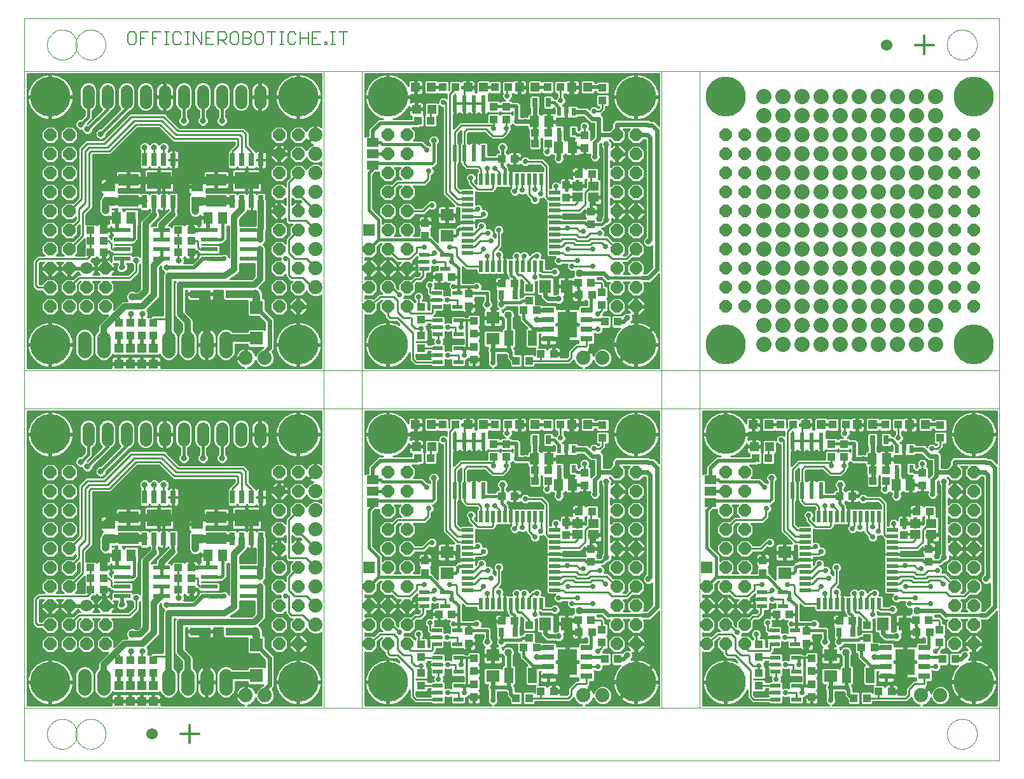
<source format=gbr>
G75*
%MOIN*%
%OFA0B0*%
%FSLAX24Y24*%
%IPPOS*%
%LPD*%
%AMOC8*
5,1,8,0,0,1.08239X$1,22.5*
%
%ADD10C,0.0010*%
%ADD11C,0.0000*%
%ADD12C,0.0060*%
%ADD13C,0.0600*%
%ADD14R,0.0591X0.0197*%
%ADD15R,0.0197X0.0591*%
%ADD16R,0.0394X0.0433*%
%ADD17R,0.0433X0.0394*%
%ADD18R,0.0512X0.0591*%
%ADD19R,0.0236X0.0866*%
%ADD20R,0.0709X0.0630*%
%ADD21R,0.0640X0.0640*%
%ADD22OC8,0.0640*%
%ADD23R,0.0315X0.0472*%
%ADD24R,0.0472X0.0472*%
%ADD25C,0.2100*%
%ADD26R,0.0630X0.0460*%
%ADD27R,0.0240X0.0390*%
%ADD28R,0.0593X0.0316*%
%ADD29R,0.1029X0.1378*%
%ADD30R,0.0630X0.0709*%
%ADD31R,0.0472X0.0787*%
%ADD32C,0.0276*%
%ADD33R,0.0551X0.0472*%
%ADD34R,0.0520X0.0220*%
%ADD35C,0.0740*%
%ADD36R,0.0669X0.0709*%
%ADD37R,0.0256X0.0689*%
%ADD38R,0.1260X0.0906*%
%ADD39R,0.0630X0.0512*%
%ADD40C,0.0712*%
%ADD41R,0.0866X0.0236*%
%ADD42R,0.1063X0.0630*%
%ADD43R,0.1102X0.0394*%
%ADD44R,0.0512X0.0630*%
%ADD45C,0.0640*%
%ADD46C,0.0640*%
%ADD47C,0.0280*%
%ADD48C,0.0100*%
%ADD49C,0.0240*%
%ADD50C,0.0160*%
%ADD51C,0.0400*%
%ADD52C,0.0320*%
%ADD53C,0.0200*%
%ADD54C,0.0120*%
%ADD55C,0.0480*%
%ADD56C,0.0400*%
%ADD57C,0.0320*%
%ADD58C,0.0800*%
D10*
X000233Y000105D02*
X000233Y002865D01*
X035633Y002865D01*
X035633Y018565D01*
X035633Y020565D01*
X033633Y020565D01*
X033633Y018565D01*
X035633Y018565D01*
X051333Y018565D01*
X051333Y020565D01*
X051333Y036265D01*
X035633Y036265D01*
X035633Y020565D01*
X051333Y020565D01*
X051333Y018565D02*
X051333Y002865D01*
X051333Y000105D01*
X000233Y000105D01*
X000233Y002865D02*
X000233Y018565D01*
X015933Y018565D01*
X015933Y020565D01*
X000233Y020565D01*
X000233Y018565D01*
X000233Y020565D02*
X000233Y036265D01*
X000233Y039025D01*
X000233Y036265D02*
X000233Y036265D01*
X015933Y036265D01*
X035633Y036265D01*
X033633Y036265D02*
X033633Y020565D01*
X017933Y020565D01*
X017933Y018575D01*
X017933Y018565D02*
X015933Y018565D01*
X015933Y002865D01*
X000233Y002865D01*
X017933Y002865D02*
X017933Y018565D01*
X033633Y018565D01*
X033633Y002865D01*
X017933Y002865D01*
X035633Y002865D02*
X051333Y002865D01*
X017933Y020565D02*
X015933Y020565D01*
X015933Y036265D01*
X017933Y036265D02*
X033633Y036265D01*
X017933Y036265D02*
X017933Y020565D01*
X051333Y036265D02*
X051333Y039025D01*
D11*
X000233Y039025D01*
X001416Y037645D02*
X001418Y037701D01*
X001424Y037756D01*
X001434Y037810D01*
X001447Y037864D01*
X001465Y037917D01*
X001486Y037968D01*
X001510Y038018D01*
X001538Y038066D01*
X001570Y038112D01*
X001604Y038156D01*
X001642Y038197D01*
X001682Y038235D01*
X001725Y038270D01*
X001770Y038302D01*
X001818Y038331D01*
X001867Y038357D01*
X001918Y038379D01*
X001970Y038397D01*
X002024Y038411D01*
X002079Y038422D01*
X002134Y038429D01*
X002189Y038432D01*
X002245Y038431D01*
X002300Y038426D01*
X002355Y038417D01*
X002409Y038405D01*
X002462Y038388D01*
X002514Y038368D01*
X002564Y038344D01*
X002612Y038317D01*
X002659Y038287D01*
X002703Y038253D01*
X002745Y038216D01*
X002783Y038176D01*
X002820Y038134D01*
X002853Y038089D01*
X002882Y038043D01*
X002909Y037994D01*
X002931Y037943D01*
X002951Y037891D01*
X002966Y037837D01*
X002978Y037783D01*
X002986Y037728D01*
X002990Y037673D01*
X002990Y037617D01*
X002986Y037562D01*
X002978Y037507D01*
X002966Y037453D01*
X002951Y037399D01*
X002931Y037347D01*
X002909Y037296D01*
X002882Y037247D01*
X002853Y037201D01*
X002820Y037156D01*
X002783Y037114D01*
X002745Y037074D01*
X002703Y037037D01*
X002659Y037003D01*
X002612Y036973D01*
X002564Y036946D01*
X002514Y036922D01*
X002462Y036902D01*
X002409Y036885D01*
X002355Y036873D01*
X002300Y036864D01*
X002245Y036859D01*
X002189Y036858D01*
X002134Y036861D01*
X002079Y036868D01*
X002024Y036879D01*
X001970Y036893D01*
X001918Y036911D01*
X001867Y036933D01*
X001818Y036959D01*
X001770Y036988D01*
X001725Y037020D01*
X001682Y037055D01*
X001642Y037093D01*
X001604Y037134D01*
X001570Y037178D01*
X001538Y037224D01*
X001510Y037272D01*
X001486Y037322D01*
X001465Y037373D01*
X001447Y037426D01*
X001434Y037480D01*
X001424Y037534D01*
X001418Y037589D01*
X001416Y037645D01*
X002912Y037645D02*
X002914Y037701D01*
X002920Y037756D01*
X002930Y037810D01*
X002943Y037864D01*
X002961Y037917D01*
X002982Y037968D01*
X003006Y038018D01*
X003034Y038066D01*
X003066Y038112D01*
X003100Y038156D01*
X003138Y038197D01*
X003178Y038235D01*
X003221Y038270D01*
X003266Y038302D01*
X003314Y038331D01*
X003363Y038357D01*
X003414Y038379D01*
X003466Y038397D01*
X003520Y038411D01*
X003575Y038422D01*
X003630Y038429D01*
X003685Y038432D01*
X003741Y038431D01*
X003796Y038426D01*
X003851Y038417D01*
X003905Y038405D01*
X003958Y038388D01*
X004010Y038368D01*
X004060Y038344D01*
X004108Y038317D01*
X004155Y038287D01*
X004199Y038253D01*
X004241Y038216D01*
X004279Y038176D01*
X004316Y038134D01*
X004349Y038089D01*
X004378Y038043D01*
X004405Y037994D01*
X004427Y037943D01*
X004447Y037891D01*
X004462Y037837D01*
X004474Y037783D01*
X004482Y037728D01*
X004486Y037673D01*
X004486Y037617D01*
X004482Y037562D01*
X004474Y037507D01*
X004462Y037453D01*
X004447Y037399D01*
X004427Y037347D01*
X004405Y037296D01*
X004378Y037247D01*
X004349Y037201D01*
X004316Y037156D01*
X004279Y037114D01*
X004241Y037074D01*
X004199Y037037D01*
X004155Y037003D01*
X004108Y036973D01*
X004060Y036946D01*
X004010Y036922D01*
X003958Y036902D01*
X003905Y036885D01*
X003851Y036873D01*
X003796Y036864D01*
X003741Y036859D01*
X003685Y036858D01*
X003630Y036861D01*
X003575Y036868D01*
X003520Y036879D01*
X003466Y036893D01*
X003414Y036911D01*
X003363Y036933D01*
X003314Y036959D01*
X003266Y036988D01*
X003221Y037020D01*
X003178Y037055D01*
X003138Y037093D01*
X003100Y037134D01*
X003066Y037178D01*
X003034Y037224D01*
X003006Y037272D01*
X002982Y037322D01*
X002961Y037373D01*
X002943Y037426D01*
X002930Y037480D01*
X002920Y037534D01*
X002914Y037589D01*
X002912Y037645D01*
X048577Y037645D02*
X048579Y037701D01*
X048585Y037756D01*
X048595Y037810D01*
X048608Y037864D01*
X048626Y037917D01*
X048647Y037968D01*
X048671Y038018D01*
X048699Y038066D01*
X048731Y038112D01*
X048765Y038156D01*
X048803Y038197D01*
X048843Y038235D01*
X048886Y038270D01*
X048931Y038302D01*
X048979Y038331D01*
X049028Y038357D01*
X049079Y038379D01*
X049131Y038397D01*
X049185Y038411D01*
X049240Y038422D01*
X049295Y038429D01*
X049350Y038432D01*
X049406Y038431D01*
X049461Y038426D01*
X049516Y038417D01*
X049570Y038405D01*
X049623Y038388D01*
X049675Y038368D01*
X049725Y038344D01*
X049773Y038317D01*
X049820Y038287D01*
X049864Y038253D01*
X049906Y038216D01*
X049944Y038176D01*
X049981Y038134D01*
X050014Y038089D01*
X050043Y038043D01*
X050070Y037994D01*
X050092Y037943D01*
X050112Y037891D01*
X050127Y037837D01*
X050139Y037783D01*
X050147Y037728D01*
X050151Y037673D01*
X050151Y037617D01*
X050147Y037562D01*
X050139Y037507D01*
X050127Y037453D01*
X050112Y037399D01*
X050092Y037347D01*
X050070Y037296D01*
X050043Y037247D01*
X050014Y037201D01*
X049981Y037156D01*
X049944Y037114D01*
X049906Y037074D01*
X049864Y037037D01*
X049820Y037003D01*
X049773Y036973D01*
X049725Y036946D01*
X049675Y036922D01*
X049623Y036902D01*
X049570Y036885D01*
X049516Y036873D01*
X049461Y036864D01*
X049406Y036859D01*
X049350Y036858D01*
X049295Y036861D01*
X049240Y036868D01*
X049185Y036879D01*
X049131Y036893D01*
X049079Y036911D01*
X049028Y036933D01*
X048979Y036959D01*
X048931Y036988D01*
X048886Y037020D01*
X048843Y037055D01*
X048803Y037093D01*
X048765Y037134D01*
X048731Y037178D01*
X048699Y037224D01*
X048671Y037272D01*
X048647Y037322D01*
X048626Y037373D01*
X048608Y037426D01*
X048595Y037480D01*
X048585Y037534D01*
X048579Y037589D01*
X048577Y037645D01*
X048577Y001489D02*
X048579Y001545D01*
X048585Y001600D01*
X048595Y001654D01*
X048608Y001708D01*
X048626Y001761D01*
X048647Y001812D01*
X048671Y001862D01*
X048699Y001910D01*
X048731Y001956D01*
X048765Y002000D01*
X048803Y002041D01*
X048843Y002079D01*
X048886Y002114D01*
X048931Y002146D01*
X048979Y002175D01*
X049028Y002201D01*
X049079Y002223D01*
X049131Y002241D01*
X049185Y002255D01*
X049240Y002266D01*
X049295Y002273D01*
X049350Y002276D01*
X049406Y002275D01*
X049461Y002270D01*
X049516Y002261D01*
X049570Y002249D01*
X049623Y002232D01*
X049675Y002212D01*
X049725Y002188D01*
X049773Y002161D01*
X049820Y002131D01*
X049864Y002097D01*
X049906Y002060D01*
X049944Y002020D01*
X049981Y001978D01*
X050014Y001933D01*
X050043Y001887D01*
X050070Y001838D01*
X050092Y001787D01*
X050112Y001735D01*
X050127Y001681D01*
X050139Y001627D01*
X050147Y001572D01*
X050151Y001517D01*
X050151Y001461D01*
X050147Y001406D01*
X050139Y001351D01*
X050127Y001297D01*
X050112Y001243D01*
X050092Y001191D01*
X050070Y001140D01*
X050043Y001091D01*
X050014Y001045D01*
X049981Y001000D01*
X049944Y000958D01*
X049906Y000918D01*
X049864Y000881D01*
X049820Y000847D01*
X049773Y000817D01*
X049725Y000790D01*
X049675Y000766D01*
X049623Y000746D01*
X049570Y000729D01*
X049516Y000717D01*
X049461Y000708D01*
X049406Y000703D01*
X049350Y000702D01*
X049295Y000705D01*
X049240Y000712D01*
X049185Y000723D01*
X049131Y000737D01*
X049079Y000755D01*
X049028Y000777D01*
X048979Y000803D01*
X048931Y000832D01*
X048886Y000864D01*
X048843Y000899D01*
X048803Y000937D01*
X048765Y000978D01*
X048731Y001022D01*
X048699Y001068D01*
X048671Y001116D01*
X048647Y001166D01*
X048626Y001217D01*
X048608Y001270D01*
X048595Y001324D01*
X048585Y001378D01*
X048579Y001433D01*
X048577Y001489D01*
X002912Y001489D02*
X002914Y001545D01*
X002920Y001600D01*
X002930Y001654D01*
X002943Y001708D01*
X002961Y001761D01*
X002982Y001812D01*
X003006Y001862D01*
X003034Y001910D01*
X003066Y001956D01*
X003100Y002000D01*
X003138Y002041D01*
X003178Y002079D01*
X003221Y002114D01*
X003266Y002146D01*
X003314Y002175D01*
X003363Y002201D01*
X003414Y002223D01*
X003466Y002241D01*
X003520Y002255D01*
X003575Y002266D01*
X003630Y002273D01*
X003685Y002276D01*
X003741Y002275D01*
X003796Y002270D01*
X003851Y002261D01*
X003905Y002249D01*
X003958Y002232D01*
X004010Y002212D01*
X004060Y002188D01*
X004108Y002161D01*
X004155Y002131D01*
X004199Y002097D01*
X004241Y002060D01*
X004279Y002020D01*
X004316Y001978D01*
X004349Y001933D01*
X004378Y001887D01*
X004405Y001838D01*
X004427Y001787D01*
X004447Y001735D01*
X004462Y001681D01*
X004474Y001627D01*
X004482Y001572D01*
X004486Y001517D01*
X004486Y001461D01*
X004482Y001406D01*
X004474Y001351D01*
X004462Y001297D01*
X004447Y001243D01*
X004427Y001191D01*
X004405Y001140D01*
X004378Y001091D01*
X004349Y001045D01*
X004316Y001000D01*
X004279Y000958D01*
X004241Y000918D01*
X004199Y000881D01*
X004155Y000847D01*
X004108Y000817D01*
X004060Y000790D01*
X004010Y000766D01*
X003958Y000746D01*
X003905Y000729D01*
X003851Y000717D01*
X003796Y000708D01*
X003741Y000703D01*
X003685Y000702D01*
X003630Y000705D01*
X003575Y000712D01*
X003520Y000723D01*
X003466Y000737D01*
X003414Y000755D01*
X003363Y000777D01*
X003314Y000803D01*
X003266Y000832D01*
X003221Y000864D01*
X003178Y000899D01*
X003138Y000937D01*
X003100Y000978D01*
X003066Y001022D01*
X003034Y001068D01*
X003006Y001116D01*
X002982Y001166D01*
X002961Y001217D01*
X002943Y001270D01*
X002930Y001324D01*
X002920Y001378D01*
X002914Y001433D01*
X002912Y001489D01*
X001416Y001489D02*
X001418Y001545D01*
X001424Y001600D01*
X001434Y001654D01*
X001447Y001708D01*
X001465Y001761D01*
X001486Y001812D01*
X001510Y001862D01*
X001538Y001910D01*
X001570Y001956D01*
X001604Y002000D01*
X001642Y002041D01*
X001682Y002079D01*
X001725Y002114D01*
X001770Y002146D01*
X001818Y002175D01*
X001867Y002201D01*
X001918Y002223D01*
X001970Y002241D01*
X002024Y002255D01*
X002079Y002266D01*
X002134Y002273D01*
X002189Y002276D01*
X002245Y002275D01*
X002300Y002270D01*
X002355Y002261D01*
X002409Y002249D01*
X002462Y002232D01*
X002514Y002212D01*
X002564Y002188D01*
X002612Y002161D01*
X002659Y002131D01*
X002703Y002097D01*
X002745Y002060D01*
X002783Y002020D01*
X002820Y001978D01*
X002853Y001933D01*
X002882Y001887D01*
X002909Y001838D01*
X002931Y001787D01*
X002951Y001735D01*
X002966Y001681D01*
X002978Y001627D01*
X002986Y001572D01*
X002990Y001517D01*
X002990Y001461D01*
X002986Y001406D01*
X002978Y001351D01*
X002966Y001297D01*
X002951Y001243D01*
X002931Y001191D01*
X002909Y001140D01*
X002882Y001091D01*
X002853Y001045D01*
X002820Y001000D01*
X002783Y000958D01*
X002745Y000918D01*
X002703Y000881D01*
X002659Y000847D01*
X002612Y000817D01*
X002564Y000790D01*
X002514Y000766D01*
X002462Y000746D01*
X002409Y000729D01*
X002355Y000717D01*
X002300Y000708D01*
X002245Y000703D01*
X002189Y000702D01*
X002134Y000705D01*
X002079Y000712D01*
X002024Y000723D01*
X001970Y000737D01*
X001918Y000755D01*
X001867Y000777D01*
X001818Y000803D01*
X001770Y000832D01*
X001725Y000864D01*
X001682Y000899D01*
X001642Y000937D01*
X001604Y000978D01*
X001570Y001022D01*
X001538Y001068D01*
X001510Y001116D01*
X001486Y001166D01*
X001465Y001217D01*
X001447Y001270D01*
X001434Y001324D01*
X001424Y001378D01*
X001418Y001433D01*
X001416Y001489D01*
D12*
X005764Y037673D02*
X005977Y037673D01*
X006084Y037780D01*
X006084Y038207D01*
X005977Y038313D01*
X005764Y038313D01*
X005657Y038207D01*
X005657Y037780D01*
X005764Y037673D01*
X006302Y037673D02*
X006302Y038313D01*
X006729Y038313D01*
X006946Y038313D02*
X007373Y038313D01*
X007591Y038313D02*
X007804Y038313D01*
X007697Y038313D02*
X007697Y037673D01*
X007591Y037673D02*
X007804Y037673D01*
X008020Y037780D02*
X008127Y037673D01*
X008341Y037673D01*
X008447Y037780D01*
X008665Y037673D02*
X008878Y037673D01*
X008772Y037673D02*
X008772Y038313D01*
X008878Y038313D02*
X008665Y038313D01*
X008447Y038207D02*
X008341Y038313D01*
X008127Y038313D01*
X008020Y038207D01*
X008020Y037780D01*
X007160Y037993D02*
X006946Y037993D01*
X006946Y037673D02*
X006946Y038313D01*
X006515Y037993D02*
X006302Y037993D01*
X009095Y037673D02*
X009095Y038313D01*
X009522Y037673D01*
X009522Y038313D01*
X009739Y038313D02*
X009739Y037673D01*
X010166Y037673D01*
X010384Y037673D02*
X010384Y038313D01*
X010704Y038313D01*
X010811Y038207D01*
X010811Y037993D01*
X010704Y037886D01*
X010384Y037886D01*
X010597Y037886D02*
X010811Y037673D01*
X011028Y037780D02*
X011135Y037673D01*
X011349Y037673D01*
X011455Y037780D01*
X011455Y038207D01*
X011349Y038313D01*
X011135Y038313D01*
X011028Y038207D01*
X011028Y037780D01*
X011673Y037673D02*
X011993Y037673D01*
X012100Y037780D01*
X012100Y037886D01*
X011993Y037993D01*
X011673Y037993D01*
X011673Y037673D02*
X011673Y038313D01*
X011993Y038313D01*
X012100Y038207D01*
X012100Y038100D01*
X011993Y037993D01*
X012317Y037780D02*
X012424Y037673D01*
X012638Y037673D01*
X012744Y037780D01*
X012744Y038207D01*
X012638Y038313D01*
X012424Y038313D01*
X012317Y038207D01*
X012317Y037780D01*
X012962Y038313D02*
X013389Y038313D01*
X013175Y038313D02*
X013175Y037673D01*
X013606Y037673D02*
X013820Y037673D01*
X013713Y037673D02*
X013713Y038313D01*
X013606Y038313D02*
X013820Y038313D01*
X014036Y038207D02*
X014036Y037780D01*
X014143Y037673D01*
X014356Y037673D01*
X014463Y037780D01*
X014681Y037673D02*
X014681Y038313D01*
X014463Y038207D02*
X014356Y038313D01*
X014143Y038313D01*
X014036Y038207D01*
X014681Y037993D02*
X015108Y037993D01*
X015325Y037993D02*
X015539Y037993D01*
X015325Y037673D02*
X015752Y037673D01*
X015970Y037673D02*
X016077Y037673D01*
X016077Y037780D01*
X015970Y037780D01*
X015970Y037673D01*
X016292Y037673D02*
X016506Y037673D01*
X016399Y037673D02*
X016399Y038313D01*
X016292Y038313D02*
X016506Y038313D01*
X016722Y038313D02*
X017149Y038313D01*
X016935Y038313D02*
X016935Y037673D01*
X015752Y038313D02*
X015325Y038313D01*
X015325Y037673D01*
X015108Y037673D02*
X015108Y038313D01*
X010166Y038313D02*
X009739Y038313D01*
X009739Y037993D02*
X009953Y037993D01*
D13*
X045430Y037643D03*
X006926Y001487D03*
D14*
X023450Y009040D03*
X023450Y009355D03*
X023450Y009670D03*
X023450Y009985D03*
X023450Y010300D03*
X023450Y010615D03*
X023450Y010930D03*
X023450Y011245D03*
X023450Y011560D03*
X023450Y011875D03*
X023450Y012190D03*
X028017Y012190D03*
X028017Y011875D03*
X028017Y011560D03*
X028017Y011245D03*
X028017Y010930D03*
X028017Y010615D03*
X028017Y010300D03*
X028017Y009985D03*
X028017Y009670D03*
X028017Y009355D03*
X028017Y009040D03*
X041150Y009040D03*
X041150Y009355D03*
X041150Y009670D03*
X041150Y009985D03*
X041150Y010300D03*
X041150Y010615D03*
X041150Y010930D03*
X041150Y011245D03*
X041150Y011560D03*
X041150Y011875D03*
X041150Y012190D03*
X045717Y012190D03*
X045717Y011875D03*
X045717Y011560D03*
X045717Y011245D03*
X045717Y010930D03*
X045717Y010615D03*
X045717Y010300D03*
X045717Y009985D03*
X045717Y009670D03*
X045717Y009355D03*
X045717Y009040D03*
X028017Y026740D03*
X028017Y027055D03*
X028017Y027370D03*
X028017Y027685D03*
X028017Y028000D03*
X028017Y028315D03*
X028017Y028630D03*
X028017Y028945D03*
X028017Y029260D03*
X028017Y029575D03*
X028017Y029890D03*
X023450Y029890D03*
X023450Y029575D03*
X023450Y029260D03*
X023450Y028945D03*
X023450Y028630D03*
X023450Y028315D03*
X023450Y028000D03*
X023450Y027685D03*
X023450Y027370D03*
X023450Y027055D03*
X023450Y026740D03*
D15*
X024159Y026032D03*
X024473Y026032D03*
X024788Y026032D03*
X025103Y026032D03*
X025418Y026032D03*
X025733Y026032D03*
X026048Y026032D03*
X026363Y026032D03*
X026678Y026032D03*
X026993Y026032D03*
X027308Y026032D03*
X027308Y030598D03*
X026993Y030598D03*
X026678Y030598D03*
X026363Y030598D03*
X026048Y030598D03*
X025733Y030598D03*
X025418Y030598D03*
X025103Y030598D03*
X024788Y030598D03*
X024473Y030598D03*
X024159Y030598D03*
X024159Y012898D03*
X024473Y012898D03*
X024788Y012898D03*
X025103Y012898D03*
X025418Y012898D03*
X025733Y012898D03*
X026048Y012898D03*
X026363Y012898D03*
X026678Y012898D03*
X026993Y012898D03*
X027308Y012898D03*
X027308Y008332D03*
X026993Y008332D03*
X026678Y008332D03*
X026363Y008332D03*
X026048Y008332D03*
X025733Y008332D03*
X025418Y008332D03*
X025103Y008332D03*
X024788Y008332D03*
X024473Y008332D03*
X024159Y008332D03*
X041859Y008332D03*
X042173Y008332D03*
X042488Y008332D03*
X042803Y008332D03*
X043118Y008332D03*
X043433Y008332D03*
X043748Y008332D03*
X044063Y008332D03*
X044378Y008332D03*
X044693Y008332D03*
X045008Y008332D03*
X045008Y012898D03*
X044693Y012898D03*
X044378Y012898D03*
X044063Y012898D03*
X043748Y012898D03*
X043433Y012898D03*
X043118Y012898D03*
X042803Y012898D03*
X042488Y012898D03*
X042173Y012898D03*
X041859Y012898D03*
D16*
X044699Y014765D03*
X045368Y014765D03*
X046333Y012600D03*
X046333Y011930D03*
X047633Y011200D03*
X047633Y010530D03*
X047618Y007465D03*
X046949Y007465D03*
X048183Y006950D03*
X048183Y006280D03*
X048349Y005415D03*
X049018Y005415D03*
X045668Y003715D03*
X044999Y003715D03*
X044368Y003365D03*
X043699Y003365D03*
X041483Y003430D03*
X041483Y004100D03*
X041483Y004780D03*
X041483Y005450D03*
X041233Y006230D03*
X041233Y006900D03*
X038933Y009930D03*
X038933Y010600D03*
X039218Y015965D03*
X038549Y015965D03*
X039849Y017715D03*
X040518Y017715D03*
X042599Y017715D03*
X043268Y017715D03*
X045349Y017715D03*
X046018Y017715D03*
X031318Y023115D03*
X030649Y023115D03*
X030483Y023980D03*
X030483Y024650D03*
X029918Y025165D03*
X029249Y025165D03*
X029933Y028230D03*
X029933Y028900D03*
X028633Y029630D03*
X028633Y030300D03*
X027668Y032465D03*
X026999Y032465D03*
X027649Y035415D03*
X028318Y035415D03*
X025568Y035415D03*
X024899Y035415D03*
X022818Y035415D03*
X022149Y035415D03*
X021518Y033665D03*
X020849Y033665D03*
X021233Y028300D03*
X021233Y027630D03*
X023533Y024600D03*
X023533Y023930D03*
X023783Y023150D03*
X023783Y022480D03*
X023783Y021800D03*
X023783Y021130D03*
X025999Y021065D03*
X026668Y021065D03*
X027299Y021415D03*
X027968Y021415D03*
X027649Y017715D03*
X028318Y017715D03*
X025568Y017715D03*
X024899Y017715D03*
X022818Y017715D03*
X022149Y017715D03*
X021518Y015965D03*
X020849Y015965D03*
X026999Y014765D03*
X027668Y014765D03*
X028633Y012600D03*
X028633Y011930D03*
X029933Y011200D03*
X029933Y010530D03*
X029918Y007465D03*
X030483Y006950D03*
X030483Y006280D03*
X030649Y005415D03*
X031318Y005415D03*
X029249Y007465D03*
X027968Y003715D03*
X027299Y003715D03*
X026668Y003365D03*
X025999Y003365D03*
X023783Y003430D03*
X023783Y004100D03*
X023783Y004780D03*
X023783Y005450D03*
X023533Y006230D03*
X023533Y006900D03*
X021233Y009930D03*
X021233Y010600D03*
X008968Y009665D03*
X008968Y009065D03*
X008299Y009065D03*
X008299Y009665D03*
X004368Y009665D03*
X004368Y009065D03*
X003699Y009065D03*
X003699Y009665D03*
X003699Y026765D03*
X003699Y027365D03*
X004368Y027365D03*
X004368Y026765D03*
X008299Y026765D03*
X008968Y026765D03*
X008968Y027365D03*
X008299Y027365D03*
D17*
X008299Y027915D03*
X008968Y027915D03*
X004368Y027915D03*
X003699Y027915D03*
X005183Y023050D03*
X005783Y023050D03*
X006383Y023050D03*
X006983Y023050D03*
X006983Y022380D03*
X006383Y022380D03*
X005783Y022380D03*
X005183Y022380D03*
X021033Y022400D03*
X021033Y021730D03*
X021033Y023230D03*
X021033Y023900D03*
X021949Y025465D03*
X022618Y025465D03*
X025249Y025115D03*
X025918Y025115D03*
X026683Y024900D03*
X026683Y024230D03*
X026399Y023715D03*
X027068Y023715D03*
X029299Y024515D03*
X029968Y024515D03*
X029968Y030865D03*
X029299Y030865D03*
X029583Y032230D03*
X029583Y032900D03*
X027668Y033015D03*
X026999Y033015D03*
X025483Y033730D03*
X024833Y033730D03*
X024833Y034400D03*
X025483Y034400D03*
X025249Y031665D03*
X025918Y031665D03*
X030533Y034730D03*
X030533Y035400D03*
X030533Y017700D03*
X030533Y017030D03*
X029583Y015200D03*
X029583Y014530D03*
X029299Y013165D03*
X029968Y013165D03*
X027668Y015315D03*
X026999Y015315D03*
X025483Y016030D03*
X024833Y016030D03*
X024833Y016700D03*
X025483Y016700D03*
X025249Y013965D03*
X025918Y013965D03*
X022618Y007765D03*
X021949Y007765D03*
X021033Y006200D03*
X021033Y005530D03*
X021033Y004700D03*
X021033Y004030D03*
X025249Y007415D03*
X025918Y007415D03*
X026683Y007200D03*
X026683Y006530D03*
X026399Y006015D03*
X027068Y006015D03*
X029299Y006815D03*
X029968Y006815D03*
X038733Y006200D03*
X038733Y005530D03*
X038733Y004700D03*
X038733Y004030D03*
X042949Y007415D03*
X043618Y007415D03*
X044383Y007200D03*
X044383Y006530D03*
X044099Y006015D03*
X044768Y006015D03*
X046999Y006815D03*
X047668Y006815D03*
X040318Y007765D03*
X039649Y007765D03*
X046999Y013165D03*
X047668Y013165D03*
X047283Y014530D03*
X047283Y015200D03*
X045368Y015315D03*
X044699Y015315D03*
X043183Y016030D03*
X042533Y016030D03*
X042533Y016700D03*
X043183Y016700D03*
X042949Y013965D03*
X043618Y013965D03*
X048233Y017030D03*
X048233Y017700D03*
X008968Y010215D03*
X008299Y010215D03*
X004368Y010215D03*
X003699Y010215D03*
X005183Y005350D03*
X005783Y005350D03*
X006383Y005350D03*
X006983Y005350D03*
X006983Y004680D03*
X006383Y004680D03*
X005783Y004680D03*
X005183Y004680D03*
D18*
X026959Y015915D03*
X027707Y015915D03*
X028209Y014565D03*
X028957Y014565D03*
X044659Y015915D03*
X045407Y015915D03*
X045909Y014565D03*
X046657Y014565D03*
X028957Y032265D03*
X028209Y032265D03*
X027707Y033615D03*
X026959Y033615D03*
D19*
X024283Y034576D03*
X023783Y034576D03*
X023283Y034576D03*
X022783Y034576D03*
X022783Y031954D03*
X023283Y031954D03*
X023783Y031954D03*
X024283Y031954D03*
X024283Y016876D03*
X023783Y016876D03*
X023283Y016876D03*
X022783Y016876D03*
X022783Y014254D03*
X023283Y014254D03*
X023783Y014254D03*
X024283Y014254D03*
X040483Y014254D03*
X040983Y014254D03*
X041483Y014254D03*
X041983Y014254D03*
X041983Y016876D03*
X041483Y016876D03*
X040983Y016876D03*
X040483Y016876D03*
D20*
X040083Y011016D03*
X040083Y009914D03*
X042483Y005616D03*
X042483Y004514D03*
X024783Y004514D03*
X024783Y005616D03*
X022383Y009914D03*
X022383Y011016D03*
X024783Y022214D03*
X024783Y023316D03*
X022383Y027614D03*
X022383Y028716D03*
D21*
X018283Y027915D03*
X018283Y010215D03*
X035983Y010215D03*
D22*
X035983Y009215D03*
X036983Y009215D03*
X036983Y010215D03*
X037983Y010215D03*
X037983Y009215D03*
X037983Y008215D03*
X036983Y008215D03*
X035983Y008215D03*
X035983Y007215D03*
X036983Y007215D03*
X037983Y007215D03*
X037983Y006215D03*
X036983Y006215D03*
X035983Y006215D03*
X032283Y006215D03*
X031283Y006215D03*
X031283Y007215D03*
X031283Y008215D03*
X032283Y008215D03*
X032283Y007215D03*
X032283Y009215D03*
X031283Y009215D03*
X031283Y010215D03*
X032283Y010215D03*
X032283Y011215D03*
X031283Y011215D03*
X031283Y012215D03*
X031283Y013215D03*
X032283Y013215D03*
X032283Y012215D03*
X032283Y014215D03*
X031283Y014215D03*
X031283Y015215D03*
X032283Y015215D03*
X036983Y015215D03*
X036983Y014215D03*
X037983Y014215D03*
X037983Y015215D03*
X037983Y013215D03*
X036983Y013215D03*
X036983Y012215D03*
X037983Y012215D03*
X037983Y011215D03*
X036983Y011215D03*
X048983Y011215D03*
X049983Y011215D03*
X049983Y010215D03*
X048983Y010215D03*
X048983Y009215D03*
X049983Y009215D03*
X049983Y008215D03*
X048983Y008215D03*
X048983Y007215D03*
X049983Y007215D03*
X049983Y006215D03*
X048983Y006215D03*
X048983Y012215D03*
X048983Y013215D03*
X049983Y013215D03*
X049983Y012215D03*
X049983Y014215D03*
X048983Y014215D03*
X048983Y015215D03*
X049983Y015215D03*
X049983Y023915D03*
X048983Y023915D03*
X048983Y024915D03*
X048983Y025915D03*
X049983Y025915D03*
X049983Y024915D03*
X049983Y026915D03*
X048983Y026915D03*
X048983Y027915D03*
X049983Y027915D03*
X049983Y028915D03*
X048983Y028915D03*
X048983Y029915D03*
X049983Y029915D03*
X049983Y030915D03*
X048983Y030915D03*
X048983Y031915D03*
X048983Y032915D03*
X049983Y032915D03*
X049983Y031915D03*
X037983Y031915D03*
X036983Y031915D03*
X036983Y032915D03*
X037983Y032915D03*
X037983Y030915D03*
X036983Y030915D03*
X036983Y029915D03*
X036983Y028915D03*
X037983Y028915D03*
X037983Y029915D03*
X037983Y027915D03*
X036983Y027915D03*
X036983Y026915D03*
X037983Y026915D03*
X037983Y025915D03*
X036983Y025915D03*
X036983Y024915D03*
X037983Y024915D03*
X037983Y023915D03*
X036983Y023915D03*
X032283Y023915D03*
X031283Y023915D03*
X031283Y024915D03*
X031283Y025915D03*
X032283Y025915D03*
X032283Y024915D03*
X032283Y026915D03*
X031283Y026915D03*
X031283Y027915D03*
X032283Y027915D03*
X032283Y028915D03*
X031283Y028915D03*
X031283Y029915D03*
X032283Y029915D03*
X032283Y030915D03*
X031283Y030915D03*
X031283Y031915D03*
X031283Y032915D03*
X032283Y032915D03*
X032283Y031915D03*
X020283Y031915D03*
X019283Y031915D03*
X019283Y032915D03*
X020283Y032915D03*
X020283Y030915D03*
X019283Y030915D03*
X019283Y029915D03*
X019283Y028915D03*
X020283Y028915D03*
X020283Y029915D03*
X020283Y027915D03*
X019283Y027915D03*
X019283Y026915D03*
X018283Y026915D03*
X018283Y025915D03*
X018283Y024915D03*
X019283Y024915D03*
X019283Y025915D03*
X020283Y025915D03*
X020283Y024915D03*
X020283Y023915D03*
X019283Y023915D03*
X018283Y023915D03*
X014583Y023915D03*
X013583Y023915D03*
X013583Y024915D03*
X014583Y024915D03*
X014583Y025915D03*
X013583Y025915D03*
X013583Y026915D03*
X014583Y026915D03*
X014583Y027915D03*
X013583Y027915D03*
X013583Y028915D03*
X014583Y028915D03*
X014583Y029915D03*
X013583Y029915D03*
X013583Y030915D03*
X014583Y030915D03*
X014583Y031915D03*
X013583Y031915D03*
X013583Y032915D03*
X014583Y032915D03*
X020283Y026915D03*
X004483Y025915D03*
X004483Y024915D03*
X003483Y024915D03*
X002583Y024915D03*
X001583Y024915D03*
X001583Y025915D03*
X002583Y025915D03*
X002583Y026915D03*
X001583Y026915D03*
X001583Y027915D03*
X002583Y027915D03*
X002583Y028915D03*
X001583Y028915D03*
X001583Y029915D03*
X002583Y029915D03*
X002583Y030915D03*
X001583Y030915D03*
X001583Y031915D03*
X001583Y032915D03*
X002583Y032915D03*
X002583Y031915D03*
X002583Y023915D03*
X003483Y023915D03*
X004483Y023915D03*
X001583Y023915D03*
X001583Y015215D03*
X001583Y014215D03*
X002583Y014215D03*
X002583Y015215D03*
X002583Y013215D03*
X001583Y013215D03*
X001583Y012215D03*
X002583Y012215D03*
X002583Y011215D03*
X001583Y011215D03*
X001583Y010215D03*
X001583Y009215D03*
X002583Y009215D03*
X002583Y010215D03*
X002583Y008215D03*
X001583Y008215D03*
X001583Y007215D03*
X002583Y007215D03*
X003483Y007215D03*
X004483Y007215D03*
X004483Y008215D03*
X004483Y006215D03*
X003483Y006215D03*
X002583Y006215D03*
X001583Y006215D03*
X013583Y006215D03*
X014583Y006215D03*
X014583Y007215D03*
X013583Y007215D03*
X013583Y008215D03*
X014583Y008215D03*
X014583Y009215D03*
X013583Y009215D03*
X013583Y010215D03*
X014583Y010215D03*
X014583Y011215D03*
X013583Y011215D03*
X013583Y012215D03*
X014583Y012215D03*
X014583Y013215D03*
X013583Y013215D03*
X013583Y014215D03*
X014583Y014215D03*
X014583Y015215D03*
X013583Y015215D03*
X019283Y015215D03*
X019283Y014215D03*
X020283Y014215D03*
X020283Y015215D03*
X020283Y013215D03*
X019283Y013215D03*
X019283Y012215D03*
X020283Y012215D03*
X020283Y011215D03*
X019283Y011215D03*
X019283Y010215D03*
X019283Y009215D03*
X018283Y009215D03*
X018283Y008215D03*
X018283Y007215D03*
X019283Y007215D03*
X019283Y008215D03*
X020283Y008215D03*
X020283Y007215D03*
X020283Y006215D03*
X019283Y006215D03*
X018283Y006215D03*
X020283Y009215D03*
X020283Y010215D03*
D23*
X025229Y006815D03*
X025938Y006815D03*
X026979Y016915D03*
X027688Y016915D03*
X025938Y024515D03*
X025229Y024515D03*
X026979Y034615D03*
X027688Y034615D03*
X044679Y016915D03*
X045388Y016915D03*
X043638Y006815D03*
X042929Y006815D03*
D24*
X039297Y016565D03*
X038470Y016565D03*
X038420Y017715D03*
X039247Y017715D03*
X041170Y017715D03*
X041997Y017715D03*
X043870Y017715D03*
X044697Y017715D03*
X046620Y017715D03*
X047447Y017715D03*
X029747Y017715D03*
X028920Y017715D03*
X026997Y017715D03*
X026170Y017715D03*
X024297Y017715D03*
X023470Y017715D03*
X021547Y017715D03*
X020720Y017715D03*
X020770Y016565D03*
X021597Y016565D03*
X006983Y020902D03*
X006383Y020902D03*
X005783Y020902D03*
X005183Y020902D03*
X005183Y021728D03*
X005783Y021728D03*
X006383Y021728D03*
X006983Y021728D03*
X020770Y034265D03*
X021597Y034265D03*
X021547Y035415D03*
X020720Y035415D03*
X023470Y035415D03*
X024297Y035415D03*
X026170Y035415D03*
X026997Y035415D03*
X028920Y035415D03*
X029747Y035415D03*
X006983Y004028D03*
X006383Y004028D03*
X005783Y004028D03*
X005183Y004028D03*
X005183Y003202D03*
X005783Y003202D03*
X006383Y003202D03*
X006983Y003202D03*
D25*
X001583Y004215D03*
X014583Y004215D03*
X019283Y004215D03*
X032283Y004215D03*
X036983Y004215D03*
X049983Y004215D03*
X049983Y017215D03*
X049983Y021915D03*
X036983Y021915D03*
X032283Y021915D03*
X032283Y017215D03*
X036983Y017215D03*
X019283Y017215D03*
X014583Y017215D03*
X014583Y021915D03*
X019283Y021915D03*
X019283Y034915D03*
X014583Y034915D03*
X001583Y034915D03*
X001583Y021915D03*
X001583Y017215D03*
X032283Y034915D03*
X036983Y034915D03*
X049983Y034915D03*
D26*
X036183Y014815D03*
X036183Y014215D03*
X036183Y013615D03*
X018483Y013615D03*
X018483Y014215D03*
X018483Y014815D03*
X018483Y031315D03*
X018483Y031915D03*
X018483Y032515D03*
D27*
X028263Y033100D03*
X029003Y033100D03*
X029003Y034130D03*
X028633Y034130D03*
X028263Y034130D03*
X028263Y016430D03*
X028633Y016430D03*
X029003Y016430D03*
X029003Y015400D03*
X028263Y015400D03*
X045963Y015400D03*
X046703Y015400D03*
X046703Y016430D03*
X046333Y016430D03*
X045963Y016430D03*
D28*
X045383Y006015D03*
X045383Y005515D03*
X045383Y005015D03*
X045383Y004515D03*
X047383Y004515D03*
X047383Y005015D03*
X047383Y005515D03*
X047383Y006015D03*
X029683Y006015D03*
X029683Y005515D03*
X029683Y005015D03*
X029683Y004515D03*
X027683Y004515D03*
X027683Y005015D03*
X027683Y005515D03*
X027683Y006015D03*
X027683Y022215D03*
X027683Y022715D03*
X027683Y023215D03*
X027683Y023715D03*
X029683Y023715D03*
X029683Y023215D03*
X029683Y022715D03*
X029683Y022215D03*
D29*
X028683Y022965D03*
X028683Y005265D03*
X046383Y005265D03*
D30*
X046335Y007265D03*
X045232Y007265D03*
X028635Y007265D03*
X027532Y007265D03*
X027532Y024965D03*
X028635Y024965D03*
D31*
X026863Y022265D03*
X025603Y022265D03*
X025603Y004565D03*
X026863Y004565D03*
X043303Y004565D03*
X044563Y004565D03*
D32*
X042483Y003265D03*
X043733Y015915D03*
X026033Y015915D03*
X024783Y020965D03*
X026033Y033615D03*
X024783Y003265D03*
D33*
X029200Y011950D03*
X029200Y012541D03*
X030066Y012541D03*
X030066Y011950D03*
X046900Y011950D03*
X046900Y012541D03*
X047766Y012541D03*
X047766Y011950D03*
X030066Y029650D03*
X030066Y030241D03*
X029200Y030241D03*
X029200Y029650D03*
D34*
X022273Y026635D03*
X022273Y025895D03*
X021193Y025895D03*
X021193Y026265D03*
X021193Y026635D03*
X021843Y024635D03*
X021843Y024265D03*
X021843Y023895D03*
X021893Y023185D03*
X021893Y022815D03*
X021893Y022445D03*
X021893Y021735D03*
X021893Y021365D03*
X021893Y020995D03*
X022973Y020995D03*
X022973Y021735D03*
X022973Y022445D03*
X022973Y023185D03*
X022923Y023895D03*
X022923Y024635D03*
X022273Y008935D03*
X022273Y008195D03*
X021193Y008195D03*
X021193Y008565D03*
X021193Y008935D03*
X021843Y006935D03*
X021843Y006565D03*
X021843Y006195D03*
X021893Y005485D03*
X021893Y005115D03*
X021893Y004745D03*
X021893Y004035D03*
X021893Y003665D03*
X021893Y003295D03*
X022973Y003295D03*
X022973Y004035D03*
X022973Y004745D03*
X022973Y005485D03*
X022923Y006195D03*
X022923Y006935D03*
X038893Y008195D03*
X038893Y008565D03*
X038893Y008935D03*
X039973Y008935D03*
X039973Y008195D03*
X039543Y006935D03*
X039543Y006565D03*
X039543Y006195D03*
X039593Y005485D03*
X039593Y005115D03*
X039593Y004745D03*
X039593Y004035D03*
X039593Y003665D03*
X039593Y003295D03*
X040673Y003295D03*
X040673Y004035D03*
X040673Y004745D03*
X040673Y005485D03*
X040623Y006195D03*
X040623Y006935D03*
D35*
X047233Y003515D03*
X048233Y003515D03*
X030533Y003515D03*
X029533Y003515D03*
X015483Y007215D03*
X015483Y008215D03*
X015483Y009215D03*
X015483Y010215D03*
X015483Y011215D03*
X015483Y012215D03*
X015483Y013215D03*
X015483Y014215D03*
X015483Y015215D03*
X012833Y021215D03*
X011833Y021215D03*
X015483Y024915D03*
X015483Y025915D03*
X015483Y026915D03*
X015483Y027915D03*
X015483Y028915D03*
X015483Y029915D03*
X015483Y030915D03*
X015483Y031915D03*
X015483Y032915D03*
X029533Y021215D03*
X030533Y021215D03*
X012833Y003515D03*
X011833Y003515D03*
D36*
X012383Y004558D03*
X012383Y006172D03*
X012383Y022258D03*
X012383Y023872D03*
D37*
X012133Y029413D03*
X011633Y029413D03*
X011133Y029413D03*
X012633Y029413D03*
X012633Y031617D03*
X012133Y031617D03*
X011633Y031617D03*
X011133Y031617D03*
X008033Y031617D03*
X007533Y031617D03*
X007033Y031617D03*
X006533Y031617D03*
X006533Y029413D03*
X007033Y029413D03*
X007533Y029413D03*
X008033Y029413D03*
X008033Y013917D03*
X007533Y013917D03*
X007033Y013917D03*
X006533Y013917D03*
X006533Y011713D03*
X007033Y011713D03*
X007533Y011713D03*
X008033Y011713D03*
X011133Y011713D03*
X011633Y011713D03*
X012133Y011713D03*
X012633Y011713D03*
X012633Y013917D03*
X012133Y013917D03*
X011633Y013917D03*
X011133Y013917D03*
D38*
X011883Y012815D03*
X007283Y012815D03*
X007283Y030515D03*
X011883Y030515D03*
D39*
X009283Y030209D03*
X009283Y029421D03*
X004683Y029421D03*
X004683Y030209D03*
X004683Y012509D03*
X004683Y011721D03*
X009283Y011721D03*
X009283Y012509D03*
D40*
X008783Y004571D02*
X008783Y003859D01*
X007783Y003859D02*
X007783Y004571D01*
X009783Y004571D02*
X009783Y003859D01*
X010783Y003859D02*
X010783Y004571D01*
X004383Y004571D02*
X004383Y003859D01*
X003383Y003859D02*
X003383Y004571D01*
X003383Y021559D02*
X003383Y022271D01*
X004383Y022271D02*
X004383Y021559D01*
X007783Y021559D02*
X007783Y022271D01*
X008783Y022271D02*
X008783Y021559D01*
X009783Y021559D02*
X009783Y022271D01*
X010783Y022271D02*
X010783Y021559D01*
D41*
X009910Y026415D03*
X009910Y026915D03*
X009910Y027415D03*
X009910Y027915D03*
X011957Y027915D03*
X011957Y027415D03*
X011957Y026915D03*
X011957Y026415D03*
X007407Y026415D03*
X007407Y026915D03*
X007407Y027415D03*
X007407Y027915D03*
X005360Y027915D03*
X005360Y027415D03*
X005360Y026915D03*
X005360Y026415D03*
X005360Y010215D03*
X005360Y009715D03*
X005360Y009215D03*
X005360Y008715D03*
X007407Y008715D03*
X007407Y009215D03*
X007407Y009715D03*
X007407Y010215D03*
X009910Y010215D03*
X009910Y009715D03*
X009910Y009215D03*
X009910Y008715D03*
X011957Y008715D03*
X011957Y009215D03*
X011957Y009715D03*
X011957Y010215D03*
D42*
X010283Y011764D03*
X010283Y012866D03*
X005683Y012866D03*
X005683Y011764D03*
X005683Y029464D03*
X005683Y030566D03*
X010283Y030566D03*
X010283Y029464D03*
D43*
X009458Y024565D03*
X011309Y024565D03*
X011309Y006865D03*
X009458Y006865D03*
D44*
X009840Y010865D03*
X010627Y010865D03*
X005827Y010865D03*
X005040Y010865D03*
X005040Y028565D03*
X005827Y028565D03*
X009840Y028565D03*
X010627Y028565D03*
D45*
X003483Y025915D03*
X003483Y008215D03*
D46*
X003583Y016895D02*
X003583Y017535D01*
X004583Y017535D02*
X004583Y016895D01*
X005583Y016895D02*
X005583Y017535D01*
X006583Y017535D02*
X006583Y016895D01*
X007583Y016895D02*
X007583Y017535D01*
X008583Y017535D02*
X008583Y016895D01*
X009583Y016895D02*
X009583Y017535D01*
X010583Y017535D02*
X010583Y016895D01*
X011583Y016895D02*
X011583Y017535D01*
X012583Y017535D02*
X012583Y016895D01*
X012583Y034595D02*
X012583Y035235D01*
X011583Y035235D02*
X011583Y034595D01*
X010583Y034595D02*
X010583Y035235D01*
X009583Y035235D02*
X009583Y034595D01*
X008583Y034595D02*
X008583Y035235D01*
X007583Y035235D02*
X007583Y034595D01*
X006583Y034595D02*
X006583Y035235D01*
X005583Y035235D02*
X005583Y034595D01*
X004583Y034595D02*
X004583Y035235D01*
X003583Y035235D02*
X003583Y034595D01*
D47*
X005683Y031865D03*
X005683Y031515D03*
X005683Y031165D03*
X005283Y031165D03*
X005283Y031515D03*
X006083Y031515D03*
X006083Y031865D03*
X006083Y031165D03*
X006433Y030515D03*
X006883Y030515D03*
X007283Y030515D03*
X007633Y030515D03*
X008133Y030515D03*
X008683Y030515D03*
X008683Y030065D03*
X008683Y029565D03*
X008683Y028965D03*
X011083Y030565D03*
X011483Y030515D03*
X011883Y030515D03*
X012283Y030515D03*
X010683Y031165D03*
X010683Y031515D03*
X010683Y031865D03*
X010683Y032215D03*
X010183Y032215D03*
X010183Y031865D03*
X010183Y031515D03*
X010183Y031165D03*
X009683Y031165D03*
X009683Y031515D03*
X009683Y031865D03*
X009683Y032215D03*
X008533Y032215D03*
X008533Y031865D03*
X008533Y031515D03*
X008533Y031165D03*
X012183Y032515D03*
X012533Y032515D03*
X012533Y033065D03*
X012183Y028715D03*
X012183Y028315D03*
X011683Y028315D03*
X010683Y026415D03*
X011983Y025765D03*
X013933Y026415D03*
X010433Y023915D03*
X008983Y026365D03*
X006083Y026815D03*
X004383Y028415D03*
X003933Y028415D03*
X003233Y026915D03*
X001183Y025415D03*
X000833Y023265D03*
X000533Y022865D03*
X002133Y023265D03*
X002633Y023065D03*
X005933Y025065D03*
X007183Y023965D03*
X012533Y015365D03*
X012533Y014815D03*
X012183Y014815D03*
X010683Y014515D03*
X010683Y014165D03*
X010683Y013815D03*
X010683Y013465D03*
X010183Y013465D03*
X010183Y013815D03*
X010183Y014165D03*
X010183Y014515D03*
X009683Y014515D03*
X009683Y014165D03*
X009683Y013815D03*
X009683Y013465D03*
X008533Y013465D03*
X008533Y013815D03*
X008533Y014165D03*
X008533Y014515D03*
X008683Y012815D03*
X008683Y012365D03*
X008683Y011865D03*
X008683Y011265D03*
X008133Y012815D03*
X007633Y012815D03*
X007283Y012815D03*
X006883Y012815D03*
X006433Y012815D03*
X006083Y013465D03*
X006083Y013815D03*
X006083Y014165D03*
X005683Y014165D03*
X005683Y013815D03*
X005683Y013465D03*
X005283Y013465D03*
X005283Y013815D03*
X004383Y010715D03*
X003933Y010715D03*
X003233Y009215D03*
X001183Y007715D03*
X000833Y005565D03*
X000533Y005165D03*
X002133Y005565D03*
X002633Y005365D03*
X005933Y007365D03*
X007183Y006265D03*
X010433Y006215D03*
X011983Y008065D03*
X010683Y008715D03*
X008983Y008665D03*
X006083Y009115D03*
X011083Y012865D03*
X011483Y012815D03*
X011883Y012815D03*
X012283Y012815D03*
X012183Y011015D03*
X012183Y010615D03*
X011683Y010615D03*
X013933Y008715D03*
X018683Y012615D03*
X019783Y011715D03*
X021383Y012065D03*
X021583Y011515D03*
X022033Y012665D03*
X021433Y013315D03*
X021333Y014415D03*
X022033Y015515D03*
X022883Y016115D03*
X023783Y016115D03*
X024833Y015565D03*
X025483Y015565D03*
X026483Y015915D03*
X025533Y017265D03*
X026183Y018215D03*
X028333Y017015D03*
X028283Y015915D03*
X028633Y015915D03*
X028983Y015915D03*
X029583Y015665D03*
X028933Y014965D03*
X028233Y013965D03*
X027633Y014315D03*
X026483Y013815D03*
X024883Y013465D03*
X024483Y013465D03*
X023633Y012965D03*
X023183Y012615D03*
X024633Y011965D03*
X023983Y011315D03*
X024283Y011065D03*
X024183Y010415D03*
X024533Y010065D03*
X024683Y009665D03*
X024283Y009215D03*
X024483Y008865D03*
X025083Y008915D03*
X025583Y009115D03*
X026033Y008865D03*
X026433Y008865D03*
X027083Y008865D03*
X028033Y008015D03*
X028233Y008615D03*
X028933Y008315D03*
X029233Y008615D03*
X028733Y009215D03*
X029533Y010165D03*
X030383Y010065D03*
X030683Y009365D03*
X030033Y009215D03*
X030033Y008315D03*
X028683Y006515D03*
X028683Y006215D03*
X028683Y005715D03*
X028683Y005265D03*
X028683Y004765D03*
X028483Y004065D03*
X028933Y003115D03*
X031233Y003115D03*
X030283Y005015D03*
X030283Y005815D03*
X033283Y005215D03*
X037583Y006815D03*
X038583Y006715D03*
X039033Y006615D03*
X040083Y006565D03*
X040433Y007265D03*
X041633Y007265D03*
X042583Y006165D03*
X042833Y005065D03*
X042983Y003465D03*
X040983Y003665D03*
X040133Y003665D03*
X040133Y004115D03*
X039633Y004365D03*
X039183Y004315D03*
X039083Y003615D03*
X038683Y003565D03*
X037933Y003265D03*
X038733Y005065D03*
X039133Y005115D03*
X040133Y005115D03*
X040833Y005115D03*
X040083Y005715D03*
X039183Y007315D03*
X039133Y007765D03*
X039433Y008565D03*
X039433Y009015D03*
X038883Y009315D03*
X038383Y008565D03*
X040333Y008565D03*
X040233Y009315D03*
X041983Y009215D03*
X042183Y008865D03*
X042783Y008915D03*
X043283Y009115D03*
X043733Y008865D03*
X044133Y008865D03*
X044783Y008865D03*
X045933Y008615D03*
X045733Y008015D03*
X046633Y008315D03*
X046933Y008615D03*
X046433Y009215D03*
X047233Y010165D03*
X048083Y010065D03*
X048383Y009365D03*
X047733Y009215D03*
X047733Y008315D03*
X046383Y006515D03*
X046383Y006215D03*
X046383Y005715D03*
X046383Y005265D03*
X046383Y004765D03*
X046183Y004065D03*
X046633Y003115D03*
X048933Y003115D03*
X047983Y005015D03*
X047983Y005815D03*
X050983Y005215D03*
X044693Y007775D03*
X042383Y009665D03*
X042233Y010065D03*
X041883Y010415D03*
X042783Y010215D03*
X041983Y011065D03*
X041683Y011315D03*
X042333Y011965D03*
X043633Y012265D03*
X044033Y012315D03*
X044683Y012365D03*
X044983Y012115D03*
X044683Y011815D03*
X045133Y011115D03*
X046383Y010315D03*
X045083Y009915D03*
X048066Y011215D03*
X045783Y012515D03*
X047283Y013665D03*
X047833Y014065D03*
X046633Y014965D03*
X047283Y015665D03*
X046683Y015915D03*
X046333Y015915D03*
X045983Y015915D03*
X046033Y017015D03*
X046583Y018215D03*
X047783Y016465D03*
X048983Y016315D03*
X048983Y018215D03*
X044183Y015915D03*
X043183Y015565D03*
X042533Y015565D03*
X041483Y016115D03*
X040583Y016115D03*
X039733Y015515D03*
X039033Y014415D03*
X039133Y013315D03*
X039733Y012665D03*
X039083Y012065D03*
X039283Y011515D03*
X037483Y011715D03*
X036383Y012615D03*
X040883Y012615D03*
X041333Y012965D03*
X042183Y013465D03*
X042583Y013465D03*
X044183Y013815D03*
X045333Y014315D03*
X045933Y013965D03*
X043233Y017265D03*
X043883Y018215D03*
X039883Y016915D03*
X038433Y017115D03*
X031283Y016315D03*
X030083Y016465D03*
X028883Y018215D03*
X031283Y018215D03*
X031233Y020815D03*
X028933Y020815D03*
X028483Y021765D03*
X028683Y022465D03*
X028683Y022965D03*
X028683Y023415D03*
X028683Y023915D03*
X028683Y024215D03*
X030283Y023515D03*
X030283Y022715D03*
X033283Y022915D03*
X030033Y026015D03*
X029233Y026315D03*
X028933Y026015D03*
X028233Y026315D03*
X028033Y025715D03*
X026993Y025475D03*
X027083Y026565D03*
X026433Y026565D03*
X026033Y026565D03*
X025583Y026815D03*
X025083Y026615D03*
X024483Y026565D03*
X024283Y026915D03*
X024683Y027365D03*
X024533Y027765D03*
X024183Y028115D03*
X024283Y028765D03*
X023983Y029015D03*
X024633Y029665D03*
X025933Y029965D03*
X026333Y030015D03*
X026983Y030065D03*
X027283Y029815D03*
X026983Y029515D03*
X027433Y028815D03*
X028683Y028015D03*
X029533Y027865D03*
X030383Y027765D03*
X030683Y027065D03*
X030033Y026915D03*
X028733Y026915D03*
X027383Y027615D03*
X025083Y027915D03*
X022533Y027015D03*
X021733Y026715D03*
X021733Y026265D03*
X022633Y026265D03*
X021433Y025465D03*
X021483Y025015D03*
X020883Y024415D03*
X021333Y024315D03*
X022383Y024265D03*
X022733Y024965D03*
X023933Y024965D03*
X024883Y023865D03*
X025133Y022765D03*
X025283Y021165D03*
X023283Y021365D03*
X022433Y021365D03*
X022433Y021815D03*
X021933Y022065D03*
X021483Y022015D03*
X021383Y021315D03*
X020983Y021265D03*
X020233Y020965D03*
X021033Y022765D03*
X021433Y022815D03*
X022433Y022815D03*
X023133Y022815D03*
X022383Y023415D03*
X019883Y024515D03*
X020683Y026265D03*
X021183Y027015D03*
X021583Y029215D03*
X021383Y029765D03*
X022033Y030365D03*
X021433Y031015D03*
X021333Y032115D03*
X022033Y033215D03*
X022883Y033815D03*
X023783Y033815D03*
X024833Y033265D03*
X025483Y033265D03*
X026483Y033615D03*
X025533Y034965D03*
X026183Y035915D03*
X028333Y034715D03*
X028283Y033615D03*
X028633Y033615D03*
X028983Y033615D03*
X029583Y033365D03*
X030083Y034165D03*
X031283Y034015D03*
X028933Y032665D03*
X028233Y031665D03*
X027633Y032015D03*
X026483Y031515D03*
X024883Y031165D03*
X024483Y031165D03*
X023633Y030665D03*
X023183Y030315D03*
X019783Y029415D03*
X018683Y030315D03*
X022183Y034615D03*
X020733Y034815D03*
X028083Y030215D03*
X029583Y031365D03*
X030133Y031765D03*
X030366Y028915D03*
X031283Y035915D03*
X028883Y035915D03*
X020733Y017115D03*
X022183Y016915D03*
X025933Y012265D03*
X026333Y012315D03*
X026983Y012365D03*
X027283Y012115D03*
X026983Y011815D03*
X027433Y011115D03*
X028683Y010315D03*
X027383Y009915D03*
X025083Y010215D03*
X022533Y009315D03*
X021733Y009015D03*
X021733Y008565D03*
X022633Y008565D03*
X021433Y007765D03*
X021483Y007315D03*
X020883Y006715D03*
X021333Y006615D03*
X022383Y006565D03*
X022733Y007265D03*
X023933Y007265D03*
X024883Y006165D03*
X025133Y005065D03*
X025283Y003465D03*
X023283Y003665D03*
X022433Y003665D03*
X022433Y004115D03*
X021933Y004365D03*
X021483Y004315D03*
X021383Y003615D03*
X020983Y003565D03*
X020233Y003265D03*
X021033Y005065D03*
X021433Y005115D03*
X022433Y005115D03*
X023133Y005115D03*
X022383Y005715D03*
X019883Y006815D03*
X020683Y008565D03*
X021183Y009315D03*
X026993Y007775D03*
X030366Y011215D03*
X028083Y012515D03*
X029583Y013665D03*
X030133Y014065D03*
D48*
X029883Y014167D02*
X029863Y014119D01*
X029863Y014011D01*
X029904Y013912D01*
X029980Y013836D01*
X030080Y013795D01*
X030187Y013795D01*
X030286Y013836D01*
X030362Y013912D01*
X030403Y014011D01*
X030403Y014119D01*
X030383Y014167D01*
X030383Y014711D01*
X030443Y014771D01*
X030443Y014657D01*
X030487Y014551D01*
X030503Y014535D01*
X030503Y010945D01*
X030487Y010929D01*
X030443Y010823D01*
X030443Y010772D01*
X030412Y010740D01*
X030260Y010740D01*
X030260Y010801D01*
X030207Y010854D01*
X030222Y010863D01*
X030250Y010891D01*
X030270Y010925D01*
X030280Y010963D01*
X030280Y011151D01*
X029982Y011151D01*
X029982Y011248D01*
X030280Y011248D01*
X030280Y011436D01*
X030270Y011474D01*
X030250Y011508D01*
X030222Y011536D01*
X030188Y011556D01*
X030159Y011564D01*
X030362Y011564D01*
X030400Y011574D01*
X030434Y011594D01*
X030462Y011622D01*
X030482Y011656D01*
X030492Y011694D01*
X030492Y011900D01*
X030116Y011900D01*
X030116Y011566D01*
X030016Y011566D01*
X030016Y011900D01*
X029787Y011900D01*
X029787Y012000D01*
X030016Y012000D01*
X030016Y011900D01*
X030116Y011900D01*
X030116Y012000D01*
X030116Y012174D01*
X030016Y012174D01*
X030016Y012000D01*
X030116Y012000D01*
X030492Y012000D01*
X030492Y012206D01*
X030482Y012244D01*
X030472Y012261D01*
X030472Y012831D01*
X030396Y012907D01*
X030307Y012907D01*
X030315Y012914D01*
X030315Y013416D01*
X030238Y013492D01*
X029698Y013492D01*
X029644Y013438D01*
X029635Y013454D01*
X029607Y013482D01*
X029573Y013502D01*
X029535Y013512D01*
X029347Y013512D01*
X029347Y013213D01*
X029250Y013213D01*
X029250Y013117D01*
X028932Y013117D01*
X028932Y012948D01*
X028938Y012927D01*
X028932Y012927D01*
X028922Y012936D01*
X028888Y012956D01*
X028850Y012966D01*
X028682Y012966D01*
X028682Y012648D01*
X028775Y012648D01*
X028775Y012591D01*
X029150Y012591D01*
X029150Y012818D01*
X029250Y012818D01*
X029250Y012591D01*
X029150Y012591D01*
X029150Y012491D01*
X028980Y012491D01*
X028980Y012551D01*
X028682Y012551D01*
X028682Y012648D01*
X028585Y012648D01*
X028585Y012966D01*
X028417Y012966D01*
X028379Y012956D01*
X028344Y012936D01*
X028316Y012908D01*
X028297Y012874D01*
X028286Y012836D01*
X028286Y012694D01*
X028236Y012744D01*
X028137Y012785D01*
X028030Y012785D01*
X027930Y012744D01*
X027854Y012668D01*
X027813Y012569D01*
X027813Y012461D01*
X027831Y012418D01*
X027763Y012418D01*
X027763Y013640D01*
X027513Y013890D01*
X027408Y013995D01*
X026685Y013995D01*
X026636Y014044D01*
X026537Y014085D01*
X026430Y014085D01*
X026330Y014044D01*
X026254Y013968D01*
X026233Y013917D01*
X025966Y013917D01*
X025966Y013618D01*
X026154Y013618D01*
X026192Y013628D01*
X026227Y013648D01*
X026250Y013672D01*
X026254Y013662D01*
X026330Y013586D01*
X026430Y013545D01*
X026537Y013545D01*
X026636Y013586D01*
X026685Y013635D01*
X027259Y013635D01*
X027403Y013490D01*
X027403Y013324D01*
X027156Y013324D01*
X027151Y013319D01*
X027145Y013324D01*
X026841Y013324D01*
X026836Y013319D01*
X026830Y013324D01*
X026526Y013324D01*
X026521Y013319D01*
X026516Y013324D01*
X026211Y013324D01*
X026206Y013319D01*
X026201Y013324D01*
X025907Y013324D01*
X025890Y013334D01*
X025852Y013344D01*
X025733Y013344D01*
X025628Y013344D01*
X025628Y013517D01*
X025507Y013638D01*
X025519Y013638D01*
X025572Y013692D01*
X025581Y013676D01*
X025609Y013648D01*
X025644Y013628D01*
X025682Y013618D01*
X025870Y013618D01*
X025870Y013917D01*
X025966Y013917D01*
X025966Y014013D01*
X026285Y014013D01*
X026285Y014182D01*
X026274Y014220D01*
X026255Y014254D01*
X026227Y014282D01*
X026192Y014302D01*
X026154Y014312D01*
X025966Y014312D01*
X025966Y014013D01*
X025870Y014013D01*
X025870Y014312D01*
X025682Y014312D01*
X025644Y014302D01*
X025609Y014282D01*
X025581Y014254D01*
X025572Y014238D01*
X025519Y014292D01*
X025493Y014292D01*
X025493Y014365D01*
X025529Y014401D01*
X025573Y014507D01*
X025573Y014623D01*
X025529Y014729D01*
X025448Y014811D01*
X025341Y014855D01*
X025226Y014855D01*
X025119Y014811D01*
X025037Y014729D01*
X024993Y014623D01*
X024993Y014507D01*
X025037Y014401D01*
X025073Y014365D01*
X025073Y014292D01*
X024978Y014292D01*
X024902Y014216D01*
X024902Y014175D01*
X024531Y014175D01*
X024531Y014741D01*
X024455Y014817D01*
X024111Y014817D01*
X024041Y014746D01*
X024021Y014779D01*
X023994Y014807D01*
X023959Y014827D01*
X023921Y014837D01*
X023792Y014837D01*
X023792Y014263D01*
X023774Y014263D01*
X023774Y014837D01*
X023645Y014837D01*
X023607Y014827D01*
X023573Y014807D01*
X023545Y014779D01*
X023526Y014746D01*
X023463Y014809D01*
X023463Y015290D01*
X023508Y015335D01*
X024359Y015335D01*
X024603Y015090D01*
X024709Y014985D01*
X025358Y014985D01*
X025663Y015290D01*
X025663Y015363D01*
X025712Y015412D01*
X025753Y015511D01*
X025753Y015619D01*
X025718Y015704D01*
X025754Y015704D01*
X025810Y015760D01*
X025882Y015688D01*
X025980Y015647D01*
X026087Y015647D01*
X026130Y015665D01*
X026381Y015665D01*
X026430Y015645D01*
X026537Y015645D01*
X026573Y015660D01*
X026573Y015566D01*
X026650Y015490D01*
X026652Y015490D01*
X026652Y015064D01*
X026676Y015040D01*
X026672Y015035D01*
X026672Y014495D01*
X026748Y014418D01*
X027249Y014418D01*
X027326Y014495D01*
X027326Y015035D01*
X027321Y015040D01*
X027322Y015042D01*
X027331Y015026D01*
X027341Y015016D01*
X027341Y014495D01*
X027394Y014442D01*
X027363Y014369D01*
X027363Y014261D01*
X027404Y014162D01*
X027480Y014086D01*
X027580Y014045D01*
X027687Y014045D01*
X027786Y014086D01*
X027862Y014162D01*
X027867Y014173D01*
X027900Y014140D01*
X027983Y014140D01*
X027983Y014067D01*
X027963Y014019D01*
X027963Y013911D01*
X028004Y013812D01*
X028080Y013736D01*
X028180Y013695D01*
X028287Y013695D01*
X028386Y013736D01*
X028462Y013812D01*
X028503Y013911D01*
X028503Y014019D01*
X028483Y014067D01*
X028483Y014140D01*
X028519Y014140D01*
X028572Y014193D01*
X028581Y014178D01*
X028609Y014150D01*
X028644Y014130D01*
X028682Y014120D01*
X028907Y014120D01*
X028907Y014515D01*
X029007Y014515D01*
X029007Y014120D01*
X029233Y014120D01*
X029271Y014130D01*
X029305Y014150D01*
X029333Y014178D01*
X029338Y014186D01*
X029347Y014184D01*
X029535Y014184D01*
X029535Y014482D01*
X029632Y014482D01*
X029632Y014184D01*
X029820Y014184D01*
X029858Y014194D01*
X029883Y014208D01*
X029883Y014167D01*
X029865Y014122D02*
X029242Y014122D01*
X029007Y014122D02*
X028907Y014122D01*
X028907Y014221D02*
X029007Y014221D01*
X029007Y014319D02*
X028907Y014319D01*
X028907Y014418D02*
X029007Y014418D01*
X029007Y014515D02*
X029007Y014615D01*
X028907Y014615D01*
X028907Y015010D01*
X028682Y015010D01*
X028644Y015000D01*
X028609Y014980D01*
X028581Y014952D01*
X028572Y014937D01*
X028519Y014990D01*
X028513Y014990D01*
X028513Y015649D01*
X028437Y015725D01*
X028113Y015725D01*
X028113Y015865D01*
X027757Y015865D01*
X027757Y015662D01*
X027716Y015662D01*
X027716Y015363D01*
X027620Y015363D01*
X027620Y015470D01*
X027657Y015470D01*
X027657Y015865D01*
X027757Y015865D01*
X027757Y015965D01*
X027657Y015965D01*
X027657Y016360D01*
X027432Y016360D01*
X027394Y016350D01*
X027359Y016330D01*
X027331Y016302D01*
X027322Y016287D01*
X027269Y016340D01*
X027229Y016340D01*
X027229Y016587D01*
X027266Y016625D01*
X027266Y017205D01*
X027190Y017281D01*
X026768Y017281D01*
X026692Y017205D01*
X026692Y016625D01*
X026729Y016587D01*
X026729Y016340D01*
X026650Y016340D01*
X026573Y016264D01*
X026573Y016170D01*
X026537Y016185D01*
X026430Y016185D01*
X026381Y016165D01*
X026263Y016165D01*
X026263Y016810D01*
X026129Y016945D01*
X025830Y016945D01*
X025830Y016950D01*
X025754Y017026D01*
X025663Y017026D01*
X025686Y017036D01*
X025762Y017112D01*
X025803Y017211D01*
X025803Y017319D01*
X025783Y017368D01*
X025819Y017368D01*
X025825Y017375D01*
X025842Y017359D01*
X025876Y017339D01*
X025914Y017329D01*
X026120Y017329D01*
X026120Y017665D01*
X026220Y017665D01*
X026220Y017765D01*
X026556Y017765D01*
X026556Y017971D01*
X026546Y018009D01*
X026526Y018043D01*
X026498Y018071D01*
X026464Y018091D01*
X026426Y018101D01*
X026220Y018101D01*
X026220Y017765D01*
X026120Y017765D01*
X026120Y018101D01*
X025914Y018101D01*
X025876Y018091D01*
X025842Y018071D01*
X025825Y018055D01*
X025819Y018062D01*
X025317Y018062D01*
X025241Y017985D01*
X025241Y017445D01*
X025294Y017392D01*
X025263Y017319D01*
X025263Y017211D01*
X025304Y017112D01*
X025380Y017036D01*
X025404Y017026D01*
X025213Y017026D01*
X025158Y016972D01*
X025104Y017026D01*
X024563Y017026D01*
X024551Y017015D01*
X024551Y017329D01*
X024546Y017349D01*
X024587Y017349D01*
X024627Y017389D01*
X024648Y017368D01*
X025149Y017368D01*
X025226Y017445D01*
X025226Y017985D01*
X025149Y018062D01*
X024648Y018062D01*
X024627Y018041D01*
X024587Y018081D01*
X024007Y018081D01*
X023930Y018005D01*
X023930Y017457D01*
X023921Y017459D01*
X023856Y017459D01*
X023856Y017665D01*
X023520Y017665D01*
X023520Y017765D01*
X023856Y017765D01*
X023856Y017971D01*
X023846Y018009D01*
X023826Y018043D01*
X023798Y018071D01*
X023764Y018091D01*
X023726Y018101D01*
X023520Y018101D01*
X023520Y017765D01*
X023420Y017765D01*
X023420Y018101D01*
X023214Y018101D01*
X023176Y018091D01*
X023142Y018071D01*
X023114Y018043D01*
X023104Y018026D01*
X023069Y018062D01*
X022567Y018062D01*
X022491Y017985D01*
X022491Y017577D01*
X022476Y017562D01*
X022476Y017985D01*
X022399Y018062D01*
X021898Y018062D01*
X021877Y018041D01*
X021837Y018081D01*
X021257Y018081D01*
X021180Y018005D01*
X021180Y017425D01*
X021257Y017349D01*
X021837Y017349D01*
X021877Y017389D01*
X021898Y017368D01*
X022353Y017368D01*
X022353Y017127D01*
X022336Y017144D01*
X022237Y017185D01*
X022130Y017185D01*
X022030Y017144D01*
X021954Y017068D01*
X021913Y016969D01*
X021913Y016905D01*
X021887Y016931D01*
X021608Y016931D01*
X021608Y016932D01*
X021575Y016932D01*
X021546Y016946D01*
X021504Y016932D01*
X021459Y016932D01*
X021458Y016931D01*
X021307Y016931D01*
X021230Y016855D01*
X021230Y016275D01*
X021231Y016275D01*
X021191Y016235D01*
X021191Y015695D01*
X021267Y015618D01*
X021769Y015618D01*
X021845Y015695D01*
X021845Y016199D01*
X021887Y016199D01*
X021963Y016275D01*
X021963Y016754D01*
X022030Y016686D01*
X022130Y016645D01*
X022153Y016645D01*
X022153Y012090D01*
X022259Y011985D01*
X022765Y011479D01*
X022757Y011481D01*
X022433Y011481D01*
X022433Y011066D01*
X022333Y011066D01*
X022333Y010966D01*
X021879Y010966D01*
X021879Y010681D01*
X021889Y010643D01*
X021909Y010609D01*
X021937Y010581D01*
X021971Y010561D01*
X022009Y010551D01*
X022333Y010551D01*
X022333Y010966D01*
X022433Y010966D01*
X022433Y010551D01*
X022757Y010551D01*
X022796Y010561D01*
X022830Y010581D01*
X022858Y010609D01*
X022877Y010643D01*
X022888Y010681D01*
X022888Y010966D01*
X022433Y010966D01*
X022433Y011066D01*
X022888Y011066D01*
X022888Y011351D01*
X022880Y011380D01*
X023025Y011380D01*
X023025Y011093D01*
X023030Y011087D01*
X023025Y011082D01*
X023025Y010788D01*
X023015Y010771D01*
X023005Y010733D01*
X023005Y010615D01*
X023005Y010510D01*
X022931Y010510D01*
X022846Y010425D01*
X022780Y010359D01*
X021975Y010359D01*
X021899Y010283D01*
X021899Y009596D01*
X021693Y009802D01*
X021570Y009925D01*
X021560Y009925D01*
X021560Y010201D01*
X021507Y010254D01*
X021522Y010263D01*
X021550Y010291D01*
X021570Y010325D01*
X021580Y010363D01*
X021580Y010551D01*
X021282Y010551D01*
X021282Y010648D01*
X021580Y010648D01*
X021580Y010836D01*
X021570Y010874D01*
X021550Y010908D01*
X021522Y010936D01*
X021488Y010956D01*
X021450Y010966D01*
X021282Y010966D01*
X021282Y010648D01*
X021185Y010648D01*
X021185Y010551D01*
X020886Y010551D01*
X020886Y010363D01*
X020897Y010325D01*
X020916Y010291D01*
X020944Y010263D01*
X020960Y010254D01*
X020906Y010201D01*
X020906Y009925D01*
X020630Y009925D01*
X020733Y010029D01*
X020733Y010401D01*
X020470Y010665D01*
X020097Y010665D01*
X019833Y010401D01*
X019833Y010029D01*
X019937Y009925D01*
X019630Y009925D01*
X019733Y010029D01*
X019733Y010401D01*
X019470Y010665D01*
X019097Y010665D01*
X018993Y010561D01*
X018993Y010852D01*
X018493Y011352D01*
X018493Y013128D01*
X018620Y013255D01*
X018833Y013255D01*
X018833Y013029D01*
X019097Y012765D01*
X019470Y012765D01*
X019733Y013029D01*
X019733Y013401D01*
X019630Y013505D01*
X019937Y013505D01*
X019833Y013401D01*
X019833Y013029D01*
X019967Y012895D01*
X019709Y012895D01*
X019603Y012790D01*
X019474Y012660D01*
X019470Y012665D01*
X019097Y012665D01*
X018833Y012401D01*
X018833Y012029D01*
X019097Y011765D01*
X019470Y011765D01*
X019733Y012029D01*
X019733Y012401D01*
X019729Y012406D01*
X019858Y012535D01*
X019967Y012535D01*
X019833Y012401D01*
X019833Y012029D01*
X020097Y011765D01*
X020470Y011765D01*
X020733Y012029D01*
X020733Y012401D01*
X020600Y012535D01*
X021258Y012535D01*
X021363Y012640D01*
X021363Y012640D01*
X021458Y012735D01*
X021563Y012840D01*
X021563Y013077D01*
X021586Y013086D01*
X021662Y013162D01*
X021703Y013261D01*
X021703Y013369D01*
X021662Y013468D01*
X021625Y013505D01*
X021670Y013505D01*
X021770Y013605D01*
X021893Y013728D01*
X021893Y014715D01*
X021929Y014751D01*
X021973Y014857D01*
X021973Y014973D01*
X021929Y015079D01*
X021848Y015161D01*
X021741Y015205D01*
X021626Y015205D01*
X021519Y015161D01*
X021437Y015079D01*
X021393Y014973D01*
X021393Y014857D01*
X021437Y014751D01*
X021473Y014715D01*
X021473Y014649D01*
X021387Y014685D01*
X021360Y014685D01*
X021120Y014925D01*
X020630Y014925D01*
X020733Y015029D01*
X020733Y015401D01*
X020550Y015585D01*
X020822Y015585D01*
X020905Y015576D01*
X020915Y015585D01*
X020929Y015585D01*
X020962Y015618D01*
X021099Y015618D01*
X021176Y015695D01*
X021176Y016235D01*
X021144Y016267D01*
X021146Y016271D01*
X021156Y016309D01*
X021156Y016515D01*
X020820Y016515D01*
X020820Y016615D01*
X021156Y016615D01*
X021156Y016821D01*
X021146Y016859D01*
X021126Y016893D01*
X021098Y016921D01*
X021064Y016941D01*
X021026Y016951D01*
X020820Y016951D01*
X020820Y016615D01*
X020720Y016615D01*
X020720Y016951D01*
X020514Y016951D01*
X020476Y016941D01*
X020448Y016925D01*
X020468Y017014D01*
X020483Y017148D01*
X020483Y017165D01*
X019333Y017165D01*
X019333Y017265D01*
X019233Y017265D01*
X019233Y017165D01*
X018083Y017165D01*
X018083Y017148D01*
X018098Y017014D01*
X018128Y016882D01*
X018173Y016755D01*
X018231Y016634D01*
X018303Y016519D01*
X018387Y016414D01*
X018482Y016319D01*
X018588Y016235D01*
X018702Y016163D01*
X018823Y016105D01*
X018951Y016060D01*
X019017Y016045D01*
X018788Y016045D01*
X018253Y015510D01*
X018253Y015175D01*
X018114Y015175D01*
X018068Y015129D01*
X018068Y018430D01*
X033498Y018430D01*
X033498Y015704D01*
X033345Y015857D01*
X033275Y015927D01*
X033183Y015965D01*
X033037Y015965D01*
X033025Y015977D01*
X032933Y016015D01*
X031234Y016015D01*
X031142Y015977D01*
X031071Y015907D01*
X031033Y015815D01*
X031033Y015601D01*
X030897Y015465D01*
X030583Y015465D01*
X030583Y016115D01*
X030545Y016207D01*
X030475Y016277D01*
X030455Y016285D01*
X030458Y016285D01*
X030593Y016420D01*
X030698Y016525D01*
X030698Y016704D01*
X030804Y016704D01*
X030880Y016780D01*
X030880Y017281D01*
X030804Y017357D01*
X030263Y017357D01*
X030187Y017281D01*
X030187Y016780D01*
X030263Y016704D01*
X030338Y016704D01*
X030338Y016674D01*
X030309Y016645D01*
X030285Y016645D01*
X030236Y016694D01*
X030137Y016735D01*
X030030Y016735D01*
X029930Y016694D01*
X029854Y016618D01*
X029834Y016568D01*
X029775Y016627D01*
X029683Y016665D01*
X029253Y016665D01*
X029253Y016679D01*
X029177Y016755D01*
X028829Y016755D01*
X028811Y016765D01*
X028773Y016775D01*
X028643Y016775D01*
X028643Y016440D01*
X028623Y016440D01*
X028623Y016775D01*
X028494Y016775D01*
X028455Y016765D01*
X028440Y016756D01*
X028432Y016764D01*
X028486Y016786D01*
X028562Y016862D01*
X028603Y016961D01*
X028603Y017069D01*
X028562Y017168D01*
X028513Y017217D01*
X028513Y017368D01*
X028569Y017368D01*
X028575Y017375D01*
X028592Y017359D01*
X028626Y017339D01*
X028664Y017329D01*
X028870Y017329D01*
X028870Y017665D01*
X028970Y017665D01*
X028970Y017765D01*
X029306Y017765D01*
X029306Y017971D01*
X029296Y018009D01*
X029276Y018043D01*
X029248Y018071D01*
X029214Y018091D01*
X029176Y018101D01*
X028970Y018101D01*
X028970Y017765D01*
X028870Y017765D01*
X028870Y018101D01*
X028664Y018101D01*
X028626Y018091D01*
X028592Y018071D01*
X028575Y018055D01*
X028569Y018062D01*
X028067Y018062D01*
X027991Y017985D01*
X027991Y017445D01*
X028067Y017368D01*
X028153Y017368D01*
X028153Y017217D01*
X028104Y017168D01*
X028082Y017113D01*
X028070Y017125D01*
X027975Y017125D01*
X027975Y017205D01*
X027899Y017281D01*
X027476Y017281D01*
X027400Y017205D01*
X027400Y016625D01*
X027476Y016549D01*
X027899Y016549D01*
X027975Y016625D01*
X027975Y016626D01*
X028013Y016588D01*
X028013Y016352D01*
X027983Y016360D01*
X027757Y016360D01*
X027757Y015965D01*
X028113Y015965D01*
X028113Y016105D01*
X028437Y016105D01*
X028438Y016105D01*
X028455Y016095D01*
X028494Y016085D01*
X028623Y016085D01*
X028623Y016420D01*
X028643Y016420D01*
X028643Y016085D01*
X028773Y016085D01*
X028811Y016095D01*
X028829Y016105D01*
X028829Y016105D01*
X029177Y016105D01*
X029237Y016165D01*
X029530Y016165D01*
X029842Y015853D01*
X029934Y015815D01*
X030083Y015815D01*
X030083Y015119D01*
X029992Y015027D01*
X029930Y014965D01*
X029930Y015450D01*
X029854Y015526D01*
X029818Y015526D01*
X029853Y015611D01*
X029853Y015719D01*
X029812Y015818D01*
X029736Y015894D01*
X029637Y015935D01*
X029530Y015935D01*
X029430Y015894D01*
X029354Y015818D01*
X029313Y015719D01*
X029313Y015611D01*
X029348Y015526D01*
X029313Y015526D01*
X029253Y015467D01*
X029253Y015649D01*
X029177Y015725D01*
X028829Y015725D01*
X028753Y015649D01*
X028753Y015151D01*
X028829Y015075D01*
X029031Y015075D01*
X029096Y015010D01*
X029007Y015010D01*
X029007Y014615D01*
X029217Y014615D01*
X029217Y014579D01*
X029535Y014579D01*
X029535Y014482D01*
X029363Y014482D01*
X029363Y014515D01*
X029007Y014515D01*
X029007Y014516D02*
X029535Y014516D01*
X029535Y014418D02*
X029632Y014418D01*
X029632Y014319D02*
X029535Y014319D01*
X029535Y014221D02*
X029632Y014221D01*
X029863Y014024D02*
X028501Y014024D01*
X028503Y013925D02*
X029899Y013925D01*
X030003Y013827D02*
X028468Y013827D01*
X028367Y013728D02*
X030503Y013728D01*
X030503Y013630D02*
X027763Y013630D01*
X027763Y013531D02*
X030503Y013531D01*
X030503Y013433D02*
X030298Y013433D01*
X030315Y013334D02*
X030503Y013334D01*
X030503Y013236D02*
X030315Y013236D01*
X030315Y013137D02*
X030503Y013137D01*
X030503Y013039D02*
X030315Y013039D01*
X030315Y012940D02*
X030503Y012940D01*
X030503Y012842D02*
X030461Y012842D01*
X030472Y012743D02*
X030503Y012743D01*
X030503Y012645D02*
X030472Y012645D01*
X030472Y012546D02*
X030503Y012546D01*
X030503Y012448D02*
X030472Y012448D01*
X030472Y012349D02*
X030503Y012349D01*
X030503Y012251D02*
X030478Y012251D01*
X030492Y012152D02*
X030503Y012152D01*
X030492Y012054D02*
X030503Y012054D01*
X030503Y011955D02*
X030116Y011955D01*
X030116Y011857D02*
X030016Y011857D01*
X030016Y011955D02*
X029787Y011955D01*
X030016Y012054D02*
X030116Y012054D01*
X030116Y012152D02*
X030016Y012152D01*
X029883Y012365D02*
X029783Y012365D01*
X029607Y012189D01*
X029607Y011558D01*
X029295Y011245D01*
X028017Y011245D01*
X028017Y011560D02*
X029078Y011560D01*
X029200Y011682D01*
X029200Y011950D01*
X029150Y012316D02*
X029150Y012491D01*
X029250Y012491D01*
X029250Y012591D01*
X029626Y012591D01*
X029626Y012797D01*
X029616Y012835D01*
X029608Y012848D01*
X029635Y012876D01*
X029644Y012892D01*
X029683Y012853D01*
X029661Y012831D01*
X029661Y012497D01*
X029626Y012462D01*
X029626Y012491D01*
X029250Y012491D01*
X029250Y012316D01*
X029150Y012316D01*
X029150Y012349D02*
X029250Y012349D01*
X029250Y012448D02*
X029150Y012448D01*
X029150Y012546D02*
X028980Y012546D01*
X029150Y012645D02*
X029250Y012645D01*
X029250Y012743D02*
X029150Y012743D01*
X029250Y012546D02*
X029661Y012546D01*
X029661Y012645D02*
X029626Y012645D01*
X029626Y012743D02*
X029661Y012743D01*
X029672Y012842D02*
X029612Y012842D01*
X029931Y013128D02*
X029931Y012542D01*
X030066Y012541D01*
X029931Y012542D02*
X029933Y012415D01*
X029883Y012365D01*
X030492Y011857D02*
X030503Y011857D01*
X030492Y011758D02*
X030503Y011758D01*
X030503Y011660D02*
X030483Y011660D01*
X030503Y011561D02*
X030169Y011561D01*
X030116Y011660D02*
X030016Y011660D01*
X030016Y011758D02*
X030116Y011758D01*
X030273Y011463D02*
X030503Y011463D01*
X030503Y011364D02*
X030280Y011364D01*
X030280Y011266D02*
X030503Y011266D01*
X030503Y011167D02*
X029982Y011167D01*
X029885Y011167D02*
X029471Y011167D01*
X029586Y011151D02*
X029586Y010963D01*
X029597Y010925D01*
X029616Y010891D01*
X029644Y010863D01*
X029660Y010854D01*
X029631Y010825D01*
X028462Y010825D01*
X028462Y010930D01*
X028462Y011048D01*
X028458Y011065D01*
X029369Y011065D01*
X029586Y011282D01*
X029586Y011248D01*
X029885Y011248D01*
X029885Y011151D01*
X029586Y011151D01*
X029586Y011069D02*
X029373Y011069D01*
X029586Y010970D02*
X028462Y010970D01*
X028462Y010930D02*
X028017Y010930D01*
X028017Y010930D01*
X028462Y010930D01*
X028462Y010872D02*
X029636Y010872D01*
X029586Y011266D02*
X029570Y011266D01*
X030280Y011069D02*
X030503Y011069D01*
X030503Y010970D02*
X030280Y010970D01*
X030231Y010872D02*
X030464Y010872D01*
X030443Y010773D02*
X030260Y010773D01*
X030472Y010320D02*
X030586Y010320D01*
X030740Y010475D01*
X030791Y010475D01*
X030898Y010519D01*
X030979Y010601D01*
X031023Y010707D01*
X031023Y010810D01*
X031089Y010745D01*
X031233Y010745D01*
X031233Y011165D01*
X031333Y011165D01*
X031333Y010745D01*
X031478Y010745D01*
X031753Y011020D01*
X031753Y011165D01*
X031333Y011165D01*
X031333Y011265D01*
X031233Y011265D01*
X031233Y011685D01*
X031089Y011685D01*
X030963Y011560D01*
X030963Y011899D01*
X031097Y011765D01*
X031470Y011765D01*
X031733Y012029D01*
X031733Y012401D01*
X031470Y012665D01*
X031097Y012665D01*
X030963Y012531D01*
X030963Y012899D01*
X031097Y012765D01*
X031470Y012765D01*
X031733Y013029D01*
X031733Y013401D01*
X031470Y013665D01*
X031097Y013665D01*
X030963Y013531D01*
X030963Y013870D01*
X031089Y013745D01*
X031233Y013745D01*
X031233Y014165D01*
X031333Y014165D01*
X031333Y013745D01*
X031478Y013745D01*
X031753Y014020D01*
X031753Y014165D01*
X031333Y014165D01*
X031333Y014265D01*
X031233Y014265D01*
X031233Y014685D01*
X031089Y014685D01*
X030997Y014593D01*
X031023Y014657D01*
X031023Y014773D01*
X030979Y014879D01*
X030898Y014961D01*
X030888Y014965D01*
X030897Y014965D01*
X031097Y014765D01*
X031470Y014765D01*
X031733Y015029D01*
X031733Y015401D01*
X031620Y015515D01*
X031947Y015515D01*
X031833Y015401D01*
X031833Y015029D01*
X032097Y014765D01*
X032470Y014765D01*
X032670Y014965D01*
X032780Y014965D01*
X032783Y014961D01*
X032783Y009867D01*
X032769Y009861D01*
X032687Y009779D01*
X032643Y009673D01*
X032643Y009557D01*
X032687Y009451D01*
X032769Y009369D01*
X032876Y009325D01*
X032991Y009325D01*
X033098Y009369D01*
X033133Y009405D01*
X033133Y008269D01*
X032830Y007965D01*
X032670Y007965D01*
X032733Y008029D01*
X032733Y008401D01*
X032470Y008665D01*
X032097Y008665D01*
X031833Y008401D01*
X031833Y008029D01*
X031937Y007925D01*
X031630Y007925D01*
X031733Y008029D01*
X031733Y008401D01*
X031600Y008535D01*
X031858Y008535D01*
X032092Y008770D01*
X032097Y008765D01*
X032470Y008765D01*
X032733Y009029D01*
X032733Y009401D01*
X032470Y009665D01*
X032097Y009665D01*
X031833Y009401D01*
X031833Y009029D01*
X031838Y009024D01*
X031709Y008895D01*
X031600Y008895D01*
X031733Y009029D01*
X031733Y009401D01*
X031470Y009665D01*
X031097Y009665D01*
X031092Y009660D01*
X030808Y009945D01*
X030626Y009945D01*
X030653Y010011D01*
X030653Y010119D01*
X030612Y010218D01*
X030536Y010294D01*
X030472Y010320D01*
X030550Y010281D02*
X030833Y010281D01*
X030833Y010379D02*
X030644Y010379D01*
X030797Y010478D02*
X030909Y010478D01*
X030833Y010401D02*
X030833Y010029D01*
X031097Y009765D01*
X031470Y009765D01*
X031733Y010029D01*
X031733Y010401D01*
X031470Y010665D01*
X031097Y010665D01*
X030833Y010401D01*
X030954Y010576D02*
X031008Y010576D01*
X031010Y010675D02*
X032783Y010675D01*
X032783Y010773D02*
X032506Y010773D01*
X032478Y010745D02*
X032753Y011020D01*
X032753Y011165D01*
X032333Y011165D01*
X032333Y010745D01*
X032478Y010745D01*
X032470Y010665D02*
X032097Y010665D01*
X031833Y010401D01*
X031833Y010029D01*
X032097Y009765D01*
X032470Y009765D01*
X032733Y010029D01*
X032733Y010401D01*
X032470Y010665D01*
X032559Y010576D02*
X032783Y010576D01*
X032783Y010478D02*
X032657Y010478D01*
X032733Y010379D02*
X032783Y010379D01*
X032783Y010281D02*
X032733Y010281D01*
X032733Y010182D02*
X032783Y010182D01*
X032783Y010084D02*
X032733Y010084D01*
X032690Y009985D02*
X032783Y009985D01*
X032783Y009887D02*
X032591Y009887D01*
X032493Y009788D02*
X032696Y009788D01*
X032650Y009690D02*
X031063Y009690D01*
X031074Y009788D02*
X030965Y009788D01*
X030975Y009887D02*
X030866Y009887D01*
X030877Y009985D02*
X030642Y009985D01*
X030653Y010084D02*
X030833Y010084D01*
X030833Y010182D02*
X030627Y010182D01*
X030383Y010065D02*
X029883Y010065D01*
X029683Y009865D01*
X029283Y009865D01*
X029163Y009985D01*
X028017Y009985D01*
X028017Y009670D02*
X028022Y009665D01*
X028333Y009665D01*
X028433Y009765D01*
X029083Y009765D01*
X029183Y009665D01*
X029783Y009665D01*
X029883Y009765D01*
X030733Y009765D01*
X031283Y009215D01*
X031606Y008902D02*
X031715Y008902D01*
X031705Y009000D02*
X031814Y009000D01*
X031833Y009099D02*
X031733Y009099D01*
X031733Y009197D02*
X031833Y009197D01*
X031833Y009296D02*
X031733Y009296D01*
X031733Y009394D02*
X031833Y009394D01*
X031924Y009493D02*
X031642Y009493D01*
X031544Y009591D02*
X032023Y009591D01*
X032074Y009788D02*
X031493Y009788D01*
X031591Y009887D02*
X031975Y009887D01*
X031877Y009985D02*
X031690Y009985D01*
X031733Y010084D02*
X031833Y010084D01*
X031833Y010182D02*
X031733Y010182D01*
X031733Y010281D02*
X031833Y010281D01*
X031833Y010379D02*
X031733Y010379D01*
X031657Y010478D02*
X031909Y010478D01*
X032008Y010576D02*
X031559Y010576D01*
X031506Y010773D02*
X032061Y010773D01*
X032089Y010745D02*
X031813Y011020D01*
X031813Y011165D01*
X032233Y011165D01*
X032233Y011265D01*
X031813Y011265D01*
X031813Y011410D01*
X032089Y011685D01*
X032233Y011685D01*
X032233Y011265D01*
X032333Y011265D01*
X032333Y011685D01*
X032478Y011685D01*
X032753Y011410D01*
X032753Y011265D01*
X032333Y011265D01*
X032333Y011165D01*
X032233Y011165D01*
X032233Y010745D01*
X032089Y010745D01*
X032233Y010773D02*
X032333Y010773D01*
X032333Y010872D02*
X032233Y010872D01*
X032233Y010970D02*
X032333Y010970D01*
X032333Y011069D02*
X032233Y011069D01*
X032233Y011167D02*
X031333Y011167D01*
X031333Y011265D02*
X031753Y011265D01*
X031753Y011410D01*
X031478Y011685D01*
X031333Y011685D01*
X031333Y011265D01*
X031333Y011266D02*
X031233Y011266D01*
X031233Y011364D02*
X031333Y011364D01*
X031333Y011463D02*
X031233Y011463D01*
X031233Y011561D02*
X031333Y011561D01*
X031333Y011660D02*
X031233Y011660D01*
X031063Y011660D02*
X030963Y011660D01*
X030963Y011758D02*
X032783Y011758D01*
X032783Y011660D02*
X032503Y011660D01*
X032470Y011765D02*
X032733Y012029D01*
X032733Y012401D01*
X032470Y012665D01*
X032097Y012665D01*
X031833Y012401D01*
X031833Y012029D01*
X032097Y011765D01*
X032470Y011765D01*
X032561Y011857D02*
X032783Y011857D01*
X032783Y011955D02*
X032660Y011955D01*
X032733Y012054D02*
X032783Y012054D01*
X032783Y012152D02*
X032733Y012152D01*
X032733Y012251D02*
X032783Y012251D01*
X032783Y012349D02*
X032733Y012349D01*
X032687Y012448D02*
X032783Y012448D01*
X032783Y012546D02*
X032589Y012546D01*
X032490Y012645D02*
X032783Y012645D01*
X032783Y012743D02*
X030963Y012743D01*
X030963Y012645D02*
X031076Y012645D01*
X030978Y012546D02*
X030963Y012546D01*
X030963Y012842D02*
X031020Y012842D01*
X031490Y012645D02*
X032076Y012645D01*
X032097Y012765D02*
X032470Y012765D01*
X032733Y013029D01*
X032733Y013401D01*
X032470Y013665D01*
X032097Y013665D01*
X031833Y013401D01*
X031833Y013029D01*
X032097Y012765D01*
X032020Y012842D02*
X031546Y012842D01*
X031645Y012940D02*
X031922Y012940D01*
X031833Y013039D02*
X031733Y013039D01*
X031733Y013137D02*
X031833Y013137D01*
X031833Y013236D02*
X031733Y013236D01*
X031733Y013334D02*
X031833Y013334D01*
X031864Y013433D02*
X031702Y013433D01*
X031604Y013531D02*
X031963Y013531D01*
X032061Y013630D02*
X031505Y013630D01*
X031560Y013827D02*
X032035Y013827D01*
X032097Y013765D02*
X032470Y013765D01*
X032733Y014029D01*
X032733Y014401D01*
X032470Y014665D01*
X032097Y014665D01*
X031833Y014401D01*
X031833Y014029D01*
X032097Y013765D01*
X031937Y013925D02*
X031658Y013925D01*
X031753Y014024D02*
X031838Y014024D01*
X031833Y014122D02*
X031753Y014122D01*
X031833Y014221D02*
X031333Y014221D01*
X031333Y014265D02*
X031753Y014265D01*
X031753Y014410D01*
X031478Y014685D01*
X031333Y014685D01*
X031333Y014265D01*
X031333Y014319D02*
X031233Y014319D01*
X031233Y014418D02*
X031333Y014418D01*
X031333Y014516D02*
X031233Y014516D01*
X031233Y014615D02*
X031333Y014615D01*
X031548Y014615D02*
X032046Y014615D01*
X031948Y014516D02*
X031647Y014516D01*
X031745Y014418D02*
X031849Y014418D01*
X031833Y014319D02*
X031753Y014319D01*
X031333Y014122D02*
X031233Y014122D01*
X031233Y014024D02*
X031333Y014024D01*
X031333Y013925D02*
X031233Y013925D01*
X031233Y013827D02*
X031333Y013827D01*
X031007Y013827D02*
X030963Y013827D01*
X030963Y013728D02*
X032783Y013728D01*
X032783Y013630D02*
X032505Y013630D01*
X032604Y013531D02*
X032783Y013531D01*
X032783Y013433D02*
X032702Y013433D01*
X032733Y013334D02*
X032783Y013334D01*
X032783Y013236D02*
X032733Y013236D01*
X032733Y013137D02*
X032783Y013137D01*
X032783Y013039D02*
X032733Y013039D01*
X032783Y012940D02*
X032645Y012940D01*
X032546Y012842D02*
X032783Y012842D01*
X031978Y012546D02*
X031589Y012546D01*
X031687Y012448D02*
X031879Y012448D01*
X031833Y012349D02*
X031733Y012349D01*
X031733Y012251D02*
X031833Y012251D01*
X031833Y012152D02*
X031733Y012152D01*
X031733Y012054D02*
X031833Y012054D01*
X031907Y011955D02*
X031660Y011955D01*
X031561Y011857D02*
X032005Y011857D01*
X032063Y011660D02*
X031503Y011660D01*
X031602Y011561D02*
X031965Y011561D01*
X031866Y011463D02*
X031700Y011463D01*
X031753Y011364D02*
X031813Y011364D01*
X031813Y011266D02*
X031753Y011266D01*
X031753Y011069D02*
X031813Y011069D01*
X031864Y010970D02*
X031703Y010970D01*
X031605Y010872D02*
X031962Y010872D01*
X032333Y011167D02*
X032783Y011167D01*
X032783Y011069D02*
X032753Y011069D01*
X032783Y010970D02*
X032703Y010970D01*
X032783Y010872D02*
X032605Y010872D01*
X032753Y011266D02*
X032783Y011266D01*
X032783Y011364D02*
X032753Y011364D01*
X032783Y011463D02*
X032700Y011463D01*
X032783Y011561D02*
X032602Y011561D01*
X032333Y011561D02*
X032233Y011561D01*
X032233Y011463D02*
X032333Y011463D01*
X032333Y011364D02*
X032233Y011364D01*
X032233Y011266D02*
X032333Y011266D01*
X032333Y011660D02*
X032233Y011660D01*
X031333Y011069D02*
X031233Y011069D01*
X031233Y010970D02*
X031333Y010970D01*
X031333Y010872D02*
X031233Y010872D01*
X031233Y010773D02*
X031333Y010773D01*
X031061Y010773D02*
X031023Y010773D01*
X030963Y011561D02*
X030965Y011561D01*
X030963Y011857D02*
X031005Y011857D01*
X029931Y013128D02*
X029968Y013165D01*
X029347Y013236D02*
X029250Y013236D01*
X029250Y013213D02*
X029250Y013512D01*
X029062Y013512D01*
X029024Y013502D01*
X028990Y013482D01*
X028962Y013454D01*
X028942Y013420D01*
X028932Y013382D01*
X028932Y013213D01*
X029250Y013213D01*
X029250Y013137D02*
X027763Y013137D01*
X027763Y013039D02*
X028932Y013039D01*
X028934Y012940D02*
X028916Y012940D01*
X028682Y012940D02*
X028585Y012940D01*
X028585Y012842D02*
X028682Y012842D01*
X028682Y012743D02*
X028585Y012743D01*
X028682Y012645D02*
X028775Y012645D01*
X028682Y012551D02*
X028682Y012277D01*
X028585Y012277D01*
X028585Y012551D01*
X028682Y012551D01*
X028682Y012546D02*
X028585Y012546D01*
X028585Y012448D02*
X028682Y012448D01*
X028682Y012349D02*
X028585Y012349D01*
X028286Y012743D02*
X028237Y012743D01*
X028288Y012842D02*
X027763Y012842D01*
X027763Y012940D02*
X028351Y012940D01*
X027930Y012743D02*
X027763Y012743D01*
X027763Y012645D02*
X027845Y012645D01*
X027813Y012546D02*
X027763Y012546D01*
X027763Y012448D02*
X027819Y012448D01*
X027933Y012215D02*
X028083Y012215D01*
X028083Y012515D01*
X028017Y012198D02*
X027950Y012198D01*
X027933Y012215D01*
X028017Y012198D02*
X028017Y012190D01*
X028017Y011875D02*
X027673Y011875D01*
X027583Y011965D01*
X027583Y013565D01*
X027333Y013815D01*
X026483Y013815D01*
X026237Y013925D02*
X025966Y013925D01*
X025966Y013827D02*
X025870Y013827D01*
X025870Y013728D02*
X025966Y013728D01*
X025966Y013630D02*
X025870Y013630D01*
X025642Y013630D02*
X025516Y013630D01*
X025614Y013531D02*
X027363Y013531D01*
X027403Y013433D02*
X025628Y013433D01*
X025733Y013344D02*
X025733Y012898D01*
X025733Y012898D01*
X025733Y012453D01*
X025615Y012453D01*
X025577Y012463D01*
X025560Y012473D01*
X025266Y012473D01*
X025261Y012478D01*
X025256Y012473D01*
X024968Y012473D01*
X024968Y012346D01*
X024913Y012290D01*
X024808Y012185D01*
X023909Y012185D01*
X023875Y012219D01*
X023875Y012038D01*
X023870Y012032D01*
X023875Y012027D01*
X023875Y011723D01*
X023870Y011717D01*
X023875Y011712D01*
X023875Y011562D01*
X023930Y011585D01*
X024037Y011585D01*
X024136Y011544D01*
X024212Y011468D01*
X024253Y011369D01*
X024253Y011335D01*
X024337Y011335D01*
X024436Y011294D01*
X024512Y011218D01*
X024553Y011119D01*
X024553Y011011D01*
X024512Y010912D01*
X024436Y010836D01*
X024337Y010795D01*
X024268Y010795D01*
X024223Y010750D01*
X023891Y010750D01*
X023895Y010733D01*
X023895Y010615D01*
X023450Y010615D01*
X023450Y010615D01*
X023895Y010615D01*
X023895Y010497D01*
X023885Y010459D01*
X023875Y010442D01*
X023875Y010361D01*
X023913Y010400D01*
X023913Y010469D01*
X023954Y010568D01*
X024030Y010644D01*
X024130Y010685D01*
X024237Y010685D01*
X024336Y010644D01*
X024412Y010568D01*
X024453Y010469D01*
X024453Y010361D01*
X024435Y010316D01*
X024480Y010335D01*
X024587Y010335D01*
X024686Y010294D01*
X024762Y010218D01*
X024803Y010119D01*
X024803Y010011D01*
X024767Y009923D01*
X024836Y009894D01*
X024903Y009827D01*
X024903Y010013D01*
X024854Y010062D01*
X024813Y010161D01*
X024813Y010269D01*
X024854Y010368D01*
X024930Y010444D01*
X025030Y010485D01*
X025137Y010485D01*
X025236Y010444D01*
X025312Y010368D01*
X025353Y010269D01*
X025353Y010161D01*
X025312Y010062D01*
X025263Y010013D01*
X025263Y009340D01*
X025108Y009185D01*
X025137Y009185D01*
X025236Y009144D01*
X025312Y009068D01*
X025353Y008969D01*
X025353Y008861D01*
X025318Y008777D01*
X025418Y008777D01*
X025418Y008332D01*
X025418Y008332D01*
X025418Y008777D01*
X025537Y008777D01*
X025575Y008767D01*
X025592Y008757D01*
X025786Y008757D01*
X025763Y008811D01*
X025763Y008919D01*
X025804Y009018D01*
X025880Y009094D01*
X025980Y009135D01*
X026087Y009135D01*
X026186Y009094D01*
X026233Y009047D01*
X026280Y009094D01*
X026380Y009135D01*
X026487Y009135D01*
X026586Y009094D01*
X026662Y009018D01*
X026697Y008933D01*
X026703Y008940D01*
X026809Y009045D01*
X026881Y009045D01*
X026930Y009094D01*
X027030Y009135D01*
X027137Y009135D01*
X027236Y009094D01*
X027312Y009018D01*
X027353Y008919D01*
X027353Y008811D01*
X027331Y008757D01*
X027460Y008757D01*
X027537Y008681D01*
X027537Y008195D01*
X027831Y008195D01*
X027880Y008244D01*
X027980Y008285D01*
X028087Y008285D01*
X028186Y008244D01*
X028262Y008168D01*
X028303Y008069D01*
X028303Y007961D01*
X028262Y007862D01*
X028186Y007786D01*
X028087Y007745D01*
X027980Y007745D01*
X027880Y007786D01*
X027831Y007835D01*
X027309Y007835D01*
X027238Y007906D01*
X027231Y007906D01*
X027263Y007829D01*
X027263Y007749D01*
X027901Y007749D01*
X027977Y007673D01*
X027977Y006865D01*
X028079Y006865D01*
X028170Y006902D01*
X028170Y007215D01*
X028585Y007215D01*
X028685Y007215D01*
X028685Y006761D01*
X028932Y006761D01*
X028932Y006598D01*
X028942Y006560D01*
X028962Y006526D01*
X028990Y006498D01*
X029024Y006478D01*
X029062Y006468D01*
X029250Y006468D01*
X029250Y006767D01*
X029347Y006767D01*
X029347Y006468D01*
X029535Y006468D01*
X029573Y006478D01*
X029607Y006498D01*
X029635Y006526D01*
X029644Y006542D01*
X029698Y006488D01*
X029723Y006488D01*
X029723Y006303D01*
X029333Y006303D01*
X029257Y006227D01*
X029257Y006093D01*
X029256Y006094D01*
X029217Y006104D01*
X028733Y006104D01*
X028733Y005315D01*
X028633Y005315D01*
X028633Y005215D01*
X028110Y005215D01*
X028110Y005227D01*
X028071Y005265D01*
X028110Y005303D01*
X028110Y005315D01*
X028633Y005315D01*
X028633Y006104D01*
X028149Y006104D01*
X028111Y006094D01*
X028110Y006093D01*
X028110Y006227D01*
X028033Y006303D01*
X027377Y006303D01*
X027338Y006342D01*
X027030Y006342D01*
X027030Y006781D01*
X026954Y006857D01*
X026413Y006857D01*
X026337Y006781D01*
X026337Y006740D01*
X026262Y006740D01*
X026225Y006704D01*
X026225Y007105D01*
X026215Y007115D01*
X026265Y007164D01*
X026265Y007615D01*
X026383Y007497D01*
X026337Y007450D01*
X026337Y006949D01*
X026413Y006873D01*
X026954Y006873D01*
X027030Y006949D01*
X027030Y007450D01*
X026975Y007505D01*
X027047Y007505D01*
X027087Y007522D01*
X027087Y006857D01*
X027163Y006781D01*
X027282Y006781D01*
X027282Y006716D01*
X027320Y006625D01*
X027391Y006554D01*
X027542Y006403D01*
X027634Y006365D01*
X028079Y006365D01*
X028176Y006325D01*
X028291Y006325D01*
X028398Y006369D01*
X028479Y006451D01*
X028523Y006557D01*
X028523Y006673D01*
X028487Y006761D01*
X028585Y006761D01*
X028585Y007215D01*
X028585Y007315D01*
X028585Y007769D01*
X028300Y007769D01*
X028262Y007759D01*
X028227Y007739D01*
X028200Y007711D01*
X028180Y007677D01*
X028170Y007639D01*
X028170Y007315D01*
X028585Y007315D01*
X028685Y007315D01*
X028685Y007769D01*
X028929Y007769D01*
X028932Y007774D01*
X028960Y007802D01*
X028994Y007821D01*
X029031Y007831D01*
X029003Y007899D01*
X029003Y008031D01*
X029014Y008056D01*
X028987Y008045D01*
X028880Y008045D01*
X028780Y008086D01*
X028704Y008162D01*
X028663Y008261D01*
X028663Y008369D01*
X028691Y008435D01*
X028435Y008435D01*
X028386Y008386D01*
X028287Y008345D01*
X028180Y008345D01*
X028080Y008386D01*
X028004Y008462D01*
X027963Y008561D01*
X027963Y008669D01*
X028004Y008768D01*
X028048Y008812D01*
X027668Y008812D01*
X027592Y008888D01*
X027592Y009192D01*
X027597Y009198D01*
X027592Y009203D01*
X027592Y009507D01*
X027597Y009513D01*
X027592Y009518D01*
X027592Y009822D01*
X027597Y009828D01*
X027592Y009833D01*
X027592Y010137D01*
X027597Y010143D01*
X027592Y010148D01*
X027592Y010452D01*
X027597Y010458D01*
X027592Y010463D01*
X027592Y010757D01*
X027582Y010774D01*
X027572Y010812D01*
X027572Y010930D01*
X028017Y010930D01*
X028017Y010930D01*
X027572Y010930D01*
X027572Y011048D01*
X027582Y011086D01*
X027592Y011103D01*
X027592Y011397D01*
X027597Y011402D01*
X027592Y011408D01*
X027592Y011702D01*
X027509Y011785D01*
X027416Y011878D01*
X027337Y011845D01*
X027253Y011845D01*
X027253Y011761D01*
X027212Y011662D01*
X027136Y011586D01*
X027037Y011545D01*
X026930Y011545D01*
X026830Y011586D01*
X026754Y011662D01*
X026713Y011761D01*
X026713Y011830D01*
X026503Y012040D01*
X026503Y012103D01*
X026486Y012086D01*
X026387Y012045D01*
X026280Y012045D01*
X026180Y012086D01*
X026158Y012108D01*
X026086Y012036D01*
X025987Y011995D01*
X025880Y011995D01*
X025780Y012036D01*
X025704Y012112D01*
X025663Y012211D01*
X025663Y012319D01*
X025704Y012418D01*
X025740Y012453D01*
X025733Y012453D01*
X025733Y012898D01*
X025733Y012898D01*
X025733Y013344D01*
X025733Y013334D02*
X025733Y013334D01*
X025733Y013236D02*
X025733Y013236D01*
X025733Y013137D02*
X025733Y013137D01*
X025733Y013039D02*
X025733Y013039D01*
X025733Y012940D02*
X025733Y012940D01*
X025733Y012842D02*
X025733Y012842D01*
X025733Y012743D02*
X025733Y012743D01*
X025733Y012645D02*
X025733Y012645D01*
X025733Y012546D02*
X025733Y012546D01*
X025734Y012448D02*
X024968Y012448D01*
X024968Y012349D02*
X025676Y012349D01*
X025663Y012251D02*
X024873Y012251D01*
X024733Y012365D02*
X023983Y012365D01*
X023633Y012715D01*
X023633Y012965D01*
X023453Y012763D02*
X023453Y012640D01*
X023559Y012535D01*
X023676Y012418D01*
X023101Y012418D01*
X023068Y012385D01*
X022963Y012490D01*
X022963Y013699D01*
X023031Y013767D01*
X023031Y014741D01*
X022963Y014809D01*
X022963Y015290D01*
X023103Y015430D01*
X023103Y014809D01*
X023035Y014741D01*
X023035Y013767D01*
X023103Y013699D01*
X023103Y013640D01*
X023209Y013535D01*
X023359Y013385D01*
X023959Y013385D01*
X023979Y013365D01*
X023979Y013296D01*
X023930Y013248D01*
X023930Y012673D01*
X023827Y012776D01*
X023862Y012812D01*
X023903Y012911D01*
X023903Y013019D01*
X023862Y013118D01*
X023786Y013194D01*
X023687Y013235D01*
X023580Y013235D01*
X023480Y013194D01*
X023404Y013118D01*
X023363Y013019D01*
X023363Y012911D01*
X023404Y012812D01*
X023453Y012763D01*
X023453Y012743D02*
X022963Y012743D01*
X022963Y012645D02*
X023453Y012645D01*
X023548Y012546D02*
X022963Y012546D01*
X023005Y012448D02*
X023646Y012448D01*
X023450Y012190D02*
X023009Y012190D01*
X022783Y012415D01*
X022783Y014254D01*
X022783Y015365D01*
X023133Y015715D01*
X024833Y015715D01*
X024833Y016030D01*
X024833Y015715D02*
X024833Y015565D01*
X024433Y015515D02*
X024783Y015165D01*
X025283Y015165D01*
X025483Y015365D01*
X025483Y015565D01*
X025483Y016030D01*
X025720Y015698D02*
X025872Y015698D01*
X025753Y015600D02*
X026573Y015600D01*
X026638Y015501D02*
X025749Y015501D01*
X025703Y015403D02*
X026652Y015403D01*
X026652Y015304D02*
X025663Y015304D01*
X025578Y015206D02*
X026652Y015206D01*
X026652Y015107D02*
X025480Y015107D01*
X025381Y015009D02*
X026672Y015009D01*
X026672Y014910D02*
X023463Y014910D01*
X023463Y014812D02*
X023581Y014812D01*
X023774Y014812D02*
X023792Y014812D01*
X023792Y014713D02*
X023774Y014713D01*
X023774Y014615D02*
X023792Y014615D01*
X023792Y014516D02*
X023774Y014516D01*
X023774Y014418D02*
X023792Y014418D01*
X023792Y014319D02*
X023774Y014319D01*
X023283Y014254D02*
X023283Y013715D01*
X023433Y013565D01*
X024033Y013565D01*
X024159Y013440D01*
X024159Y012898D01*
X023930Y012940D02*
X023903Y012940D01*
X023895Y013039D02*
X023930Y013039D01*
X023930Y013137D02*
X023843Y013137D01*
X023930Y013236D02*
X022963Y013236D01*
X022963Y013334D02*
X023979Y013334D01*
X023930Y012842D02*
X023874Y012842D01*
X023860Y012743D02*
X023930Y012743D01*
X023392Y012842D02*
X022963Y012842D01*
X022963Y012940D02*
X023363Y012940D01*
X023372Y013039D02*
X022963Y013039D01*
X022963Y013137D02*
X023424Y013137D01*
X023311Y013433D02*
X022963Y013433D01*
X022963Y013531D02*
X023213Y013531D01*
X023114Y013630D02*
X022963Y013630D01*
X022992Y013728D02*
X023074Y013728D01*
X023035Y013827D02*
X023031Y013827D01*
X023031Y013925D02*
X023035Y013925D01*
X023031Y014024D02*
X023035Y014024D01*
X023031Y014122D02*
X023035Y014122D01*
X023031Y014221D02*
X023035Y014221D01*
X023031Y014319D02*
X023035Y014319D01*
X023031Y014418D02*
X023035Y014418D01*
X023031Y014516D02*
X023035Y014516D01*
X023031Y014615D02*
X023035Y014615D01*
X023031Y014713D02*
X023035Y014713D01*
X023103Y014812D02*
X022963Y014812D01*
X022963Y014910D02*
X023103Y014910D01*
X023103Y015009D02*
X022963Y015009D01*
X022963Y015107D02*
X023103Y015107D01*
X023103Y015206D02*
X022963Y015206D01*
X022977Y015304D02*
X023103Y015304D01*
X023103Y015403D02*
X023075Y015403D01*
X023283Y015365D02*
X023433Y015515D01*
X024433Y015515D01*
X024390Y015304D02*
X023477Y015304D01*
X023463Y015206D02*
X024488Y015206D01*
X024587Y015107D02*
X023463Y015107D01*
X023463Y015009D02*
X024685Y015009D01*
X024603Y015090D02*
X024603Y015090D01*
X024461Y014812D02*
X025121Y014812D01*
X025031Y014713D02*
X024531Y014713D01*
X024531Y014615D02*
X024993Y014615D01*
X024993Y014516D02*
X024531Y014516D01*
X024531Y014418D02*
X025031Y014418D01*
X025073Y014319D02*
X024531Y014319D01*
X024531Y014221D02*
X024907Y014221D01*
X025446Y014812D02*
X026672Y014812D01*
X026672Y014713D02*
X025536Y014713D01*
X025573Y014615D02*
X026672Y014615D01*
X026672Y014516D02*
X025573Y014516D01*
X025536Y014418D02*
X027384Y014418D01*
X027363Y014319D02*
X025493Y014319D01*
X025870Y014221D02*
X025966Y014221D01*
X025966Y014122D02*
X025870Y014122D01*
X025870Y014024D02*
X025966Y014024D01*
X026285Y014024D02*
X026310Y014024D01*
X026285Y014122D02*
X027444Y014122D01*
X027380Y014221D02*
X026274Y014221D01*
X026657Y014024D02*
X027965Y014024D01*
X027963Y013925D02*
X027478Y013925D01*
X027576Y013827D02*
X027998Y013827D01*
X028100Y013728D02*
X027675Y013728D01*
X027763Y013433D02*
X028950Y013433D01*
X028932Y013334D02*
X027763Y013334D01*
X027763Y013236D02*
X028932Y013236D01*
X029250Y013334D02*
X029347Y013334D01*
X029347Y013433D02*
X029250Y013433D01*
X028673Y014122D02*
X028483Y014122D01*
X027983Y014122D02*
X027822Y014122D01*
X027668Y014315D02*
X027633Y014315D01*
X027668Y014315D02*
X027668Y014765D01*
X027341Y014812D02*
X027326Y014812D01*
X027326Y014910D02*
X027341Y014910D01*
X027341Y015009D02*
X027326Y015009D01*
X027326Y014713D02*
X027341Y014713D01*
X027341Y014615D02*
X027326Y014615D01*
X027326Y014516D02*
X027341Y014516D01*
X027264Y013630D02*
X026680Y013630D01*
X026287Y013630D02*
X026194Y013630D01*
X025888Y013334D02*
X027403Y013334D01*
X027308Y012898D02*
X027308Y012165D01*
X027283Y012115D01*
X027365Y011857D02*
X027437Y011857D01*
X027536Y011758D02*
X027252Y011758D01*
X027210Y011660D02*
X027592Y011660D01*
X027592Y011561D02*
X027076Y011561D01*
X026891Y011561D02*
X024095Y011561D01*
X024214Y011463D02*
X027592Y011463D01*
X027592Y011364D02*
X024253Y011364D01*
X024465Y011266D02*
X027592Y011266D01*
X027592Y011167D02*
X024533Y011167D01*
X024553Y011069D02*
X027577Y011069D01*
X027572Y010970D02*
X024536Y010970D01*
X024472Y010872D02*
X027572Y010872D01*
X027582Y010773D02*
X024246Y010773D01*
X024262Y010675D02*
X027592Y010675D01*
X027592Y010576D02*
X024404Y010576D01*
X024450Y010478D02*
X025012Y010478D01*
X025155Y010478D02*
X027592Y010478D01*
X027592Y010379D02*
X025301Y010379D01*
X025348Y010281D02*
X027592Y010281D01*
X027592Y010182D02*
X025353Y010182D01*
X025321Y010084D02*
X027592Y010084D01*
X027592Y009985D02*
X025263Y009985D01*
X025263Y009887D02*
X027592Y009887D01*
X027592Y009788D02*
X025263Y009788D01*
X025263Y009690D02*
X027592Y009690D01*
X027592Y009591D02*
X025263Y009591D01*
X025263Y009493D02*
X027592Y009493D01*
X027592Y009394D02*
X025263Y009394D01*
X025218Y009296D02*
X027592Y009296D01*
X027596Y009197D02*
X025120Y009197D01*
X025282Y009099D02*
X025892Y009099D01*
X025797Y009000D02*
X025340Y009000D01*
X025353Y008902D02*
X025763Y008902D01*
X025767Y008803D02*
X025329Y008803D01*
X025418Y008705D02*
X025418Y008705D01*
X025418Y008606D02*
X025418Y008606D01*
X025418Y008508D02*
X025418Y008508D01*
X025418Y008409D02*
X025418Y008409D01*
X025418Y008332D02*
X025418Y007886D01*
X025418Y008332D01*
X025418Y008332D01*
X025418Y008311D02*
X025418Y008311D01*
X025418Y008212D02*
X025418Y008212D01*
X025418Y008114D02*
X025418Y008114D01*
X025418Y008015D02*
X025418Y008015D01*
X025418Y007917D02*
X025418Y007917D01*
X025418Y007886D02*
X025300Y007886D01*
X025262Y007896D01*
X025245Y007906D01*
X024951Y007906D01*
X024946Y007911D01*
X024941Y007906D01*
X024636Y007906D01*
X024631Y007911D01*
X024626Y007906D01*
X024321Y007906D01*
X024316Y007911D01*
X024311Y007906D01*
X024006Y007906D01*
X023930Y007982D01*
X023930Y008135D01*
X023359Y008135D01*
X023193Y008300D01*
X023193Y007475D01*
X023761Y007475D01*
X023780Y007494D01*
X023880Y007535D01*
X023987Y007535D01*
X024086Y007494D01*
X024162Y007418D01*
X024203Y007319D01*
X024203Y007211D01*
X024168Y007125D01*
X024570Y007125D01*
X024693Y007002D01*
X024693Y006515D01*
X024729Y006479D01*
X024773Y006373D01*
X024773Y006257D01*
X024729Y006151D01*
X024660Y006081D01*
X024733Y006081D01*
X024733Y005666D01*
X024733Y005566D01*
X024279Y005566D01*
X024279Y005281D01*
X024289Y005243D01*
X024309Y005209D01*
X024337Y005181D01*
X024371Y005161D01*
X024409Y005151D01*
X024733Y005151D01*
X024733Y005566D01*
X024833Y005566D01*
X024833Y005151D01*
X025157Y005151D01*
X025196Y005161D01*
X025230Y005181D01*
X025258Y005209D01*
X025277Y005243D01*
X025288Y005281D01*
X025288Y005566D01*
X024833Y005566D01*
X024833Y005666D01*
X024733Y005666D01*
X024279Y005666D01*
X024279Y005951D01*
X024289Y005989D01*
X024309Y006023D01*
X024337Y006051D01*
X024348Y006057D01*
X024319Y006069D01*
X024237Y006151D01*
X024193Y006257D01*
X024193Y006373D01*
X024237Y006479D01*
X024273Y006515D01*
X024273Y006705D01*
X023860Y006705D01*
X023860Y006629D01*
X023807Y006576D01*
X023822Y006567D01*
X023850Y006539D01*
X023870Y006505D01*
X023880Y006467D01*
X023880Y006279D01*
X023582Y006279D01*
X023582Y006182D01*
X023880Y006182D01*
X023880Y005994D01*
X023870Y005956D01*
X023850Y005922D01*
X023822Y005894D01*
X023788Y005874D01*
X023750Y005864D01*
X023582Y005864D01*
X023582Y006182D01*
X023485Y006182D01*
X023485Y005864D01*
X023317Y005864D01*
X023279Y005874D01*
X023244Y005894D01*
X023216Y005922D01*
X023197Y005955D01*
X022609Y005955D01*
X022533Y006031D01*
X022533Y006335D01*
X022437Y006295D01*
X022330Y006295D01*
X022233Y006335D01*
X022233Y006031D01*
X022157Y005955D01*
X021813Y005955D01*
X021813Y005840D01*
X021708Y005735D01*
X021698Y005725D01*
X022207Y005725D01*
X022283Y005649D01*
X022283Y005345D01*
X022380Y005385D01*
X022487Y005385D01*
X022583Y005345D01*
X022583Y005649D01*
X022659Y005725D01*
X023287Y005725D01*
X023337Y005675D01*
X023456Y005675D01*
X023456Y005720D01*
X023533Y005796D01*
X024034Y005796D01*
X024110Y005720D01*
X024110Y005179D01*
X024057Y005126D01*
X024072Y005117D01*
X024100Y005089D01*
X024120Y005055D01*
X024130Y005017D01*
X024130Y004829D01*
X023832Y004829D01*
X023832Y004732D01*
X024130Y004732D01*
X024130Y004544D01*
X024120Y004506D01*
X024100Y004472D01*
X024072Y004444D01*
X024050Y004431D01*
X024110Y004370D01*
X024110Y003829D01*
X024057Y003776D01*
X024072Y003767D01*
X024100Y003739D01*
X024120Y003705D01*
X024130Y003667D01*
X024130Y003479D01*
X023832Y003479D01*
X023832Y003382D01*
X024130Y003382D01*
X024130Y003194D01*
X024120Y003156D01*
X024100Y003122D01*
X024072Y003094D01*
X024038Y003074D01*
X024000Y003064D01*
X023832Y003064D01*
X023832Y003382D01*
X023735Y003382D01*
X023735Y003064D01*
X023567Y003064D01*
X023529Y003074D01*
X023494Y003094D01*
X023466Y003122D01*
X023447Y003156D01*
X023436Y003194D01*
X023436Y003382D01*
X023735Y003382D01*
X023735Y003479D01*
X023479Y003479D01*
X023436Y003436D01*
X023363Y003406D01*
X023363Y003131D01*
X023287Y003055D01*
X022659Y003055D01*
X022583Y003131D01*
X022583Y003435D01*
X022487Y003395D01*
X022380Y003395D01*
X022283Y003435D01*
X022283Y003131D01*
X022207Y003055D01*
X021579Y003055D01*
X021519Y003115D01*
X020679Y003115D01*
X020403Y003390D01*
X020403Y003782D01*
X020394Y003755D01*
X020335Y003634D01*
X020264Y003519D01*
X020180Y003414D01*
X020084Y003319D01*
X019979Y003235D01*
X019865Y003163D01*
X019743Y003105D01*
X019616Y003060D01*
X019485Y003030D01*
X019351Y003015D01*
X019333Y003015D01*
X019333Y004165D01*
X019233Y004165D01*
X018083Y004165D01*
X018083Y004148D01*
X018098Y004014D01*
X018128Y003882D01*
X018173Y003755D01*
X018231Y003634D01*
X018303Y003519D01*
X018387Y003414D01*
X018482Y003319D01*
X018588Y003235D01*
X018702Y003163D01*
X018823Y003105D01*
X018951Y003060D01*
X019082Y003030D01*
X019216Y003015D01*
X019233Y003015D01*
X019233Y004165D01*
X019233Y004265D01*
X018083Y004265D01*
X018083Y004282D01*
X018098Y004416D01*
X018128Y004548D01*
X018173Y004675D01*
X018231Y004796D01*
X018303Y004910D01*
X018387Y005016D01*
X018482Y005111D01*
X018588Y005195D01*
X018702Y005267D01*
X018823Y005325D01*
X018951Y005370D01*
X019082Y005400D01*
X019216Y005415D01*
X019233Y005415D01*
X019233Y004265D01*
X019333Y004265D01*
X019333Y005415D01*
X019351Y005415D01*
X019485Y005400D01*
X019616Y005370D01*
X019743Y005325D01*
X019865Y005267D01*
X019897Y005246D01*
X019709Y005435D01*
X019309Y005435D01*
X019203Y005540D01*
X019103Y005640D01*
X019103Y005765D01*
X019097Y005765D01*
X018833Y006029D01*
X018833Y006401D01*
X018967Y006535D01*
X018949Y006535D01*
X018733Y006356D01*
X018733Y006029D01*
X018470Y005765D01*
X018097Y005765D01*
X018068Y005794D01*
X018068Y003000D01*
X024723Y003000D01*
X024632Y003038D01*
X024556Y003113D01*
X024516Y003212D01*
X024516Y003318D01*
X024533Y003361D01*
X024533Y003761D01*
X024493Y003857D01*
X024493Y003973D01*
X024533Y004069D01*
X024375Y004069D01*
X024299Y004145D01*
X024299Y004883D01*
X024375Y004959D01*
X025192Y004959D01*
X025237Y004913D01*
X025237Y005013D01*
X025313Y005089D01*
X025353Y005089D01*
X025353Y005528D01*
X025304Y005578D01*
X025267Y005666D01*
X024833Y005666D01*
X024833Y006081D01*
X025057Y006081D01*
X024987Y006151D01*
X024943Y006257D01*
X024943Y006373D01*
X024987Y006479D01*
X024942Y006525D01*
X024942Y007097D01*
X024940Y007098D01*
X024912Y007126D01*
X024892Y007160D01*
X024882Y007198D01*
X024882Y007367D01*
X025200Y007367D01*
X025200Y007463D01*
X024882Y007463D01*
X024882Y007632D01*
X024892Y007670D01*
X024912Y007704D01*
X024940Y007732D01*
X024974Y007752D01*
X025012Y007762D01*
X025200Y007762D01*
X025200Y007463D01*
X025297Y007463D01*
X025297Y007762D01*
X025485Y007762D01*
X025523Y007752D01*
X025557Y007732D01*
X025585Y007704D01*
X025594Y007688D01*
X025604Y007698D01*
X025523Y007778D01*
X025523Y007886D01*
X025418Y007886D01*
X025523Y007818D02*
X023193Y007818D01*
X023193Y007720D02*
X024928Y007720D01*
X024882Y007621D02*
X023193Y007621D01*
X023193Y007523D02*
X023850Y007523D01*
X024017Y007523D02*
X024882Y007523D01*
X024882Y007326D02*
X024201Y007326D01*
X024203Y007227D02*
X024882Y007227D01*
X024911Y007129D02*
X024169Y007129D01*
X024156Y007424D02*
X025200Y007424D01*
X025200Y007523D02*
X025297Y007523D01*
X025297Y007621D02*
X025200Y007621D01*
X025200Y007720D02*
X025297Y007720D01*
X025570Y007720D02*
X025582Y007720D01*
X026265Y007523D02*
X026357Y007523D01*
X026337Y007424D02*
X026265Y007424D01*
X026265Y007326D02*
X026337Y007326D01*
X026337Y007227D02*
X026265Y007227D01*
X026229Y007129D02*
X026337Y007129D01*
X026337Y007030D02*
X026225Y007030D01*
X026225Y006932D02*
X026354Y006932D01*
X026389Y006833D02*
X026225Y006833D01*
X026225Y006735D02*
X026256Y006735D01*
X026978Y006833D02*
X027111Y006833D01*
X027087Y006932D02*
X027012Y006932D01*
X027030Y007030D02*
X027087Y007030D01*
X027087Y007129D02*
X027030Y007129D01*
X027030Y007227D02*
X027087Y007227D01*
X027087Y007326D02*
X027030Y007326D01*
X027030Y007424D02*
X027087Y007424D01*
X026993Y007775D02*
X026993Y008332D01*
X026678Y008332D02*
X026678Y008660D01*
X026883Y008865D01*
X027083Y008865D01*
X027320Y009000D02*
X027592Y009000D01*
X027592Y008902D02*
X027353Y008902D01*
X027350Y008803D02*
X028040Y008803D01*
X027978Y008705D02*
X027513Y008705D01*
X027537Y008606D02*
X027963Y008606D01*
X027986Y008508D02*
X027537Y008508D01*
X027537Y008409D02*
X028057Y008409D01*
X028218Y008212D02*
X028684Y008212D01*
X028663Y008311D02*
X027537Y008311D01*
X027537Y008212D02*
X027849Y008212D01*
X028033Y008015D02*
X027383Y008015D01*
X027308Y008090D01*
X027308Y008332D01*
X026764Y009000D02*
X026670Y009000D01*
X026575Y009099D02*
X026942Y009099D01*
X027225Y009099D02*
X027592Y009099D01*
X028017Y009040D02*
X028458Y009040D01*
X028583Y008915D01*
X030833Y008915D01*
X031033Y008715D01*
X031783Y008715D01*
X032283Y009215D01*
X032606Y008902D02*
X033133Y008902D01*
X033133Y009000D02*
X032705Y009000D01*
X032733Y009099D02*
X033133Y009099D01*
X033133Y009197D02*
X032733Y009197D01*
X032733Y009296D02*
X033133Y009296D01*
X033122Y009394D02*
X033133Y009394D01*
X032744Y009394D02*
X032733Y009394D01*
X032670Y009493D02*
X032642Y009493D01*
X032643Y009591D02*
X032544Y009591D01*
X032508Y008803D02*
X033133Y008803D01*
X033133Y008705D02*
X032027Y008705D01*
X032038Y008606D02*
X031929Y008606D01*
X031939Y008508D02*
X031627Y008508D01*
X031726Y008409D02*
X031841Y008409D01*
X031833Y008311D02*
X031733Y008311D01*
X031733Y008212D02*
X031833Y008212D01*
X031833Y008114D02*
X031733Y008114D01*
X031720Y008015D02*
X031847Y008015D01*
X031937Y007505D02*
X031833Y007401D01*
X031833Y007029D01*
X032097Y006765D01*
X032470Y006765D01*
X032733Y007029D01*
X032733Y007401D01*
X032670Y007465D01*
X032983Y007465D01*
X033075Y007503D01*
X033498Y007926D01*
X033498Y003000D01*
X029606Y003000D01*
X029655Y003008D01*
X029733Y003033D01*
X029806Y003070D01*
X029872Y003118D01*
X029930Y003176D01*
X029978Y003242D01*
X030015Y003315D01*
X030041Y003393D01*
X030041Y003397D01*
X030109Y003232D01*
X030250Y003091D01*
X030434Y003015D01*
X030633Y003015D01*
X030817Y003091D01*
X030957Y003232D01*
X031033Y003416D01*
X031033Y003614D01*
X030957Y003798D01*
X030817Y003939D01*
X030633Y004015D01*
X030434Y004015D01*
X030250Y003939D01*
X030109Y003798D01*
X030041Y003633D01*
X030041Y003637D01*
X030015Y003715D01*
X029978Y003788D01*
X029930Y003854D01*
X029872Y003912D01*
X029806Y003960D01*
X029790Y003968D01*
X029863Y004040D01*
X029863Y004227D01*
X030033Y004227D01*
X030110Y004303D01*
X030110Y004727D01*
X030071Y004765D01*
X030110Y004803D01*
X030110Y004807D01*
X030130Y004786D01*
X030230Y004745D01*
X030337Y004745D01*
X030436Y004786D01*
X030512Y004862D01*
X030553Y004961D01*
X030553Y005068D01*
X030899Y005068D01*
X030976Y005145D01*
X030976Y005685D01*
X030899Y005762D01*
X030553Y005762D01*
X030553Y005830D01*
X030657Y005934D01*
X030734Y005934D01*
X030810Y006010D01*
X030810Y006551D01*
X030746Y006615D01*
X030810Y006679D01*
X030810Y007220D01*
X030734Y007296D01*
X030663Y007296D01*
X030663Y007490D01*
X030558Y007595D01*
X030508Y007645D01*
X030245Y007645D01*
X030245Y007715D01*
X030480Y007715D01*
X030692Y007503D01*
X030784Y007465D01*
X030883Y007465D01*
X030907Y007475D01*
X030833Y007401D01*
X030833Y007029D01*
X031097Y006765D01*
X031470Y006765D01*
X031733Y007029D01*
X031733Y007401D01*
X031630Y007505D01*
X031937Y007505D01*
X031856Y007424D02*
X031711Y007424D01*
X031733Y007326D02*
X031833Y007326D01*
X031833Y007227D02*
X031733Y007227D01*
X031733Y007129D02*
X031833Y007129D01*
X031833Y007030D02*
X031733Y007030D01*
X031636Y006932D02*
X031930Y006932D01*
X032029Y006833D02*
X031538Y006833D01*
X031470Y006665D02*
X031097Y006665D01*
X030833Y006401D01*
X030833Y006029D01*
X031097Y005765D01*
X031470Y005765D01*
X031733Y006029D01*
X031733Y006401D01*
X031470Y006665D01*
X031499Y006636D02*
X032040Y006636D01*
X032089Y006685D02*
X031813Y006410D01*
X031813Y006265D01*
X032233Y006265D01*
X032233Y006165D01*
X031813Y006165D01*
X031813Y006020D01*
X031955Y005878D01*
X031891Y005905D01*
X031776Y005905D01*
X031669Y005861D01*
X031587Y005779D01*
X031577Y005753D01*
X031569Y005762D01*
X031067Y005762D01*
X030991Y005685D01*
X030991Y005145D01*
X031067Y005068D01*
X031440Y005068D01*
X031387Y005016D01*
X031303Y004910D01*
X031231Y004796D01*
X031173Y004675D01*
X031128Y004548D01*
X031098Y004416D01*
X031083Y004282D01*
X031083Y004265D01*
X032233Y004265D01*
X032233Y004165D01*
X031083Y004165D01*
X031083Y004148D01*
X031098Y004014D01*
X031128Y003882D01*
X031173Y003755D01*
X031231Y003634D01*
X031303Y003519D01*
X031387Y003414D01*
X031482Y003319D01*
X031588Y003235D01*
X031702Y003163D01*
X031823Y003105D01*
X031951Y003060D01*
X032082Y003030D01*
X032216Y003015D01*
X032233Y003015D01*
X032233Y004165D01*
X032333Y004165D01*
X032333Y003015D01*
X032351Y003015D01*
X032485Y003030D01*
X032616Y003060D01*
X032743Y003105D01*
X032865Y003163D01*
X032979Y003235D01*
X033084Y003319D01*
X033180Y003414D01*
X033264Y003519D01*
X033335Y003634D01*
X033394Y003755D01*
X033438Y003882D01*
X033468Y004014D01*
X033483Y004148D01*
X033483Y004165D01*
X032333Y004165D01*
X032333Y004265D01*
X032233Y004265D01*
X032233Y005415D01*
X032216Y005415D01*
X032082Y005400D01*
X032012Y005384D01*
X032079Y005451D01*
X032123Y005557D01*
X032123Y005673D01*
X032093Y005745D01*
X032233Y005745D01*
X032233Y006165D01*
X032333Y006165D01*
X032333Y005745D01*
X032478Y005745D01*
X032753Y006020D01*
X032753Y006165D01*
X032333Y006165D01*
X032333Y006265D01*
X032233Y006265D01*
X032233Y006685D01*
X032089Y006685D01*
X032233Y006636D02*
X032333Y006636D01*
X032333Y006685D02*
X032333Y006265D01*
X032753Y006265D01*
X032753Y006410D01*
X032478Y006685D01*
X032333Y006685D01*
X032333Y006538D02*
X032233Y006538D01*
X032233Y006439D02*
X032333Y006439D01*
X032333Y006341D02*
X032233Y006341D01*
X032233Y006242D02*
X031733Y006242D01*
X031733Y006144D02*
X031813Y006144D01*
X031813Y006045D02*
X031733Y006045D01*
X031651Y005947D02*
X031887Y005947D01*
X031656Y005848D02*
X031553Y005848D01*
X031055Y005750D02*
X030911Y005750D01*
X030976Y005651D02*
X030991Y005651D01*
X030991Y005553D02*
X030976Y005553D01*
X030976Y005454D02*
X030991Y005454D01*
X030991Y005356D02*
X030976Y005356D01*
X030976Y005257D02*
X030991Y005257D01*
X030991Y005159D02*
X030976Y005159D01*
X031344Y004962D02*
X030553Y004962D01*
X030553Y005060D02*
X031431Y005060D01*
X031273Y004863D02*
X030513Y004863D01*
X030384Y004765D02*
X031216Y004765D01*
X031170Y004666D02*
X030110Y004666D01*
X030110Y004568D02*
X031135Y004568D01*
X031110Y004469D02*
X030110Y004469D01*
X030110Y004371D02*
X031093Y004371D01*
X031083Y004272D02*
X030078Y004272D01*
X029863Y004174D02*
X032233Y004174D01*
X032233Y004272D02*
X032333Y004272D01*
X032333Y004265D02*
X032333Y005415D01*
X032351Y005415D01*
X032485Y005400D01*
X032616Y005370D01*
X032743Y005325D01*
X032865Y005267D01*
X032979Y005195D01*
X033084Y005111D01*
X033180Y005016D01*
X033264Y004910D01*
X033335Y004796D01*
X033394Y004675D01*
X033438Y004548D01*
X033468Y004416D01*
X033483Y004282D01*
X033483Y004265D01*
X032333Y004265D01*
X032333Y004174D02*
X033498Y004174D01*
X033498Y004272D02*
X033483Y004272D01*
X033473Y004371D02*
X033498Y004371D01*
X033498Y004469D02*
X033456Y004469D01*
X033431Y004568D02*
X033498Y004568D01*
X033498Y004666D02*
X033397Y004666D01*
X033351Y004765D02*
X033498Y004765D01*
X033498Y004863D02*
X033293Y004863D01*
X033223Y004962D02*
X033498Y004962D01*
X033498Y005060D02*
X033135Y005060D01*
X033025Y005159D02*
X033498Y005159D01*
X033498Y005257D02*
X032880Y005257D01*
X032657Y005356D02*
X033498Y005356D01*
X033498Y005454D02*
X032081Y005454D01*
X032121Y005553D02*
X033498Y005553D01*
X033498Y005651D02*
X032123Y005651D01*
X032233Y005750D02*
X032333Y005750D01*
X032333Y005848D02*
X032233Y005848D01*
X032233Y005947D02*
X032333Y005947D01*
X032333Y006045D02*
X032233Y006045D01*
X032233Y006144D02*
X032333Y006144D01*
X032333Y006242D02*
X033498Y006242D01*
X033498Y006144D02*
X032753Y006144D01*
X032753Y006045D02*
X033498Y006045D01*
X033498Y005947D02*
X032680Y005947D01*
X032581Y005848D02*
X033498Y005848D01*
X033498Y005750D02*
X032483Y005750D01*
X032333Y005356D02*
X032233Y005356D01*
X032233Y005257D02*
X032333Y005257D01*
X032333Y005159D02*
X032233Y005159D01*
X032233Y005060D02*
X032333Y005060D01*
X032333Y004962D02*
X032233Y004962D01*
X032233Y004863D02*
X032333Y004863D01*
X032333Y004765D02*
X032233Y004765D01*
X032233Y004666D02*
X032333Y004666D01*
X032333Y004568D02*
X032233Y004568D01*
X032233Y004469D02*
X032333Y004469D01*
X032333Y004371D02*
X032233Y004371D01*
X032233Y004075D02*
X032333Y004075D01*
X032333Y003977D02*
X032233Y003977D01*
X032233Y003878D02*
X032333Y003878D01*
X032333Y003780D02*
X032233Y003780D01*
X032233Y003681D02*
X032333Y003681D01*
X032333Y003583D02*
X032233Y003583D01*
X032233Y003484D02*
X032333Y003484D01*
X032333Y003386D02*
X032233Y003386D01*
X032233Y003287D02*
X032333Y003287D01*
X032333Y003189D02*
X032233Y003189D01*
X032233Y003090D02*
X032333Y003090D01*
X032702Y003090D02*
X033498Y003090D01*
X033498Y003189D02*
X032905Y003189D01*
X033044Y003287D02*
X033498Y003287D01*
X033498Y003386D02*
X033151Y003386D01*
X033235Y003484D02*
X033498Y003484D01*
X033498Y003583D02*
X033303Y003583D01*
X033358Y003681D02*
X033498Y003681D01*
X033498Y003780D02*
X033402Y003780D01*
X033437Y003878D02*
X033498Y003878D01*
X033498Y003977D02*
X033460Y003977D01*
X033475Y004075D02*
X033498Y004075D01*
X031865Y003090D02*
X030814Y003090D01*
X030914Y003189D02*
X031661Y003189D01*
X031522Y003287D02*
X030980Y003287D01*
X031021Y003386D02*
X031416Y003386D01*
X031331Y003484D02*
X031033Y003484D01*
X031033Y003583D02*
X031264Y003583D01*
X031209Y003681D02*
X031006Y003681D01*
X030965Y003780D02*
X031164Y003780D01*
X031130Y003878D02*
X030877Y003878D01*
X030726Y003977D02*
X031107Y003977D01*
X031092Y004075D02*
X029863Y004075D01*
X029799Y003977D02*
X030341Y003977D01*
X030189Y003878D02*
X029906Y003878D01*
X029982Y003780D02*
X030102Y003780D01*
X030061Y003681D02*
X030026Y003681D01*
X030038Y003386D02*
X030046Y003386D01*
X030087Y003287D02*
X030001Y003287D01*
X029939Y003189D02*
X030153Y003189D01*
X030253Y003090D02*
X029833Y003090D01*
X029461Y003000D02*
X024843Y003000D01*
X024935Y003038D01*
X025010Y003113D01*
X025051Y003212D01*
X025051Y003318D01*
X025033Y003361D01*
X025033Y003685D01*
X025453Y003685D01*
X025469Y003669D01*
X025503Y003655D01*
X025503Y003470D01*
X025638Y003335D01*
X025672Y003301D01*
X025672Y003095D01*
X025748Y003018D01*
X026249Y003018D01*
X026326Y003095D01*
X026326Y003635D01*
X026249Y003712D01*
X025963Y003712D01*
X025963Y003910D01*
X025923Y003950D01*
X025923Y003973D01*
X025894Y004042D01*
X025970Y004117D01*
X025970Y005013D01*
X025893Y005089D01*
X025853Y005089D01*
X025853Y005568D01*
X025863Y005578D01*
X025913Y005699D01*
X025913Y005831D01*
X025863Y005952D01*
X025770Y006045D01*
X025649Y006095D01*
X025518Y006095D01*
X025396Y006045D01*
X025304Y005952D01*
X025288Y005914D01*
X025288Y005951D01*
X025277Y005989D01*
X025258Y006023D01*
X025256Y006025D01*
X025291Y006025D01*
X025398Y006069D01*
X025479Y006151D01*
X025502Y006205D01*
X026052Y006205D01*
X026052Y005764D01*
X026128Y005688D01*
X026189Y005688D01*
X026189Y005463D01*
X026273Y005378D01*
X026568Y005083D01*
X026497Y005013D01*
X026497Y004117D01*
X026573Y004041D01*
X027028Y004041D01*
X026972Y003985D01*
X026972Y003658D01*
X026919Y003712D01*
X026417Y003712D01*
X026341Y003635D01*
X026341Y003095D01*
X026417Y003018D01*
X026919Y003018D01*
X026995Y003095D01*
X026995Y003185D01*
X028808Y003185D01*
X029025Y003402D01*
X029026Y003393D01*
X029051Y003315D01*
X029089Y003242D01*
X029137Y003176D01*
X029195Y003118D01*
X029261Y003070D01*
X029334Y003033D01*
X029412Y003008D01*
X029461Y003000D01*
X029234Y003090D02*
X026990Y003090D01*
X027299Y003365D02*
X026668Y003365D01*
X026341Y003386D02*
X026326Y003386D01*
X026326Y003484D02*
X026341Y003484D01*
X026341Y003583D02*
X026326Y003583D01*
X026280Y003681D02*
X026387Y003681D01*
X026341Y003287D02*
X026326Y003287D01*
X026326Y003189D02*
X026341Y003189D01*
X026346Y003090D02*
X026321Y003090D01*
X025676Y003090D02*
X024987Y003090D01*
X025042Y003189D02*
X025672Y003189D01*
X025672Y003287D02*
X025051Y003287D01*
X025033Y003386D02*
X025588Y003386D01*
X025503Y003484D02*
X025033Y003484D01*
X025033Y003583D02*
X025503Y003583D01*
X025457Y003681D02*
X025033Y003681D01*
X024533Y003681D02*
X024126Y003681D01*
X024130Y003583D02*
X024533Y003583D01*
X024533Y003484D02*
X024130Y003484D01*
X024130Y003287D02*
X024516Y003287D01*
X024525Y003189D02*
X024129Y003189D01*
X024066Y003090D02*
X024580Y003090D01*
X024533Y003386D02*
X023832Y003386D01*
X023735Y003386D02*
X023363Y003386D01*
X023363Y003287D02*
X023436Y003287D01*
X023438Y003189D02*
X023363Y003189D01*
X023322Y003090D02*
X023501Y003090D01*
X023735Y003090D02*
X023832Y003090D01*
X023832Y003189D02*
X023735Y003189D01*
X023735Y003287D02*
X023832Y003287D01*
X024060Y003780D02*
X024526Y003780D01*
X024493Y003878D02*
X024110Y003878D01*
X024110Y003977D02*
X024495Y003977D01*
X024369Y004075D02*
X024110Y004075D01*
X024110Y004174D02*
X024299Y004174D01*
X024299Y004272D02*
X024110Y004272D01*
X024110Y004371D02*
X024299Y004371D01*
X024299Y004469D02*
X024098Y004469D01*
X024130Y004568D02*
X024299Y004568D01*
X024299Y004666D02*
X024130Y004666D01*
X024299Y004765D02*
X023832Y004765D01*
X024130Y004863D02*
X024299Y004863D01*
X024130Y004962D02*
X025237Y004962D01*
X025285Y005060D02*
X024117Y005060D01*
X024089Y005159D02*
X024382Y005159D01*
X024286Y005257D02*
X024110Y005257D01*
X024110Y005356D02*
X024279Y005356D01*
X024279Y005454D02*
X024110Y005454D01*
X024110Y005553D02*
X024279Y005553D01*
X024110Y005651D02*
X024733Y005651D01*
X024733Y005553D02*
X024833Y005553D01*
X024833Y005651D02*
X025273Y005651D01*
X025288Y005553D02*
X025329Y005553D01*
X025353Y005454D02*
X025288Y005454D01*
X025288Y005356D02*
X025353Y005356D01*
X025353Y005257D02*
X025281Y005257D01*
X025353Y005159D02*
X025185Y005159D01*
X024833Y005159D02*
X024733Y005159D01*
X024733Y005257D02*
X024833Y005257D01*
X024833Y005356D02*
X024733Y005356D01*
X024733Y005454D02*
X024833Y005454D01*
X024833Y005750D02*
X024733Y005750D01*
X024733Y005848D02*
X024833Y005848D01*
X024833Y005947D02*
X024733Y005947D01*
X024733Y006045D02*
X024833Y006045D01*
X024722Y006144D02*
X024995Y006144D01*
X024950Y006242D02*
X024767Y006242D01*
X024773Y006341D02*
X024943Y006341D01*
X024971Y006439D02*
X024746Y006439D01*
X024693Y006538D02*
X024942Y006538D01*
X024942Y006636D02*
X024693Y006636D01*
X024693Y006735D02*
X024942Y006735D01*
X024942Y006833D02*
X024693Y006833D01*
X024693Y006932D02*
X024942Y006932D01*
X024942Y007030D02*
X024665Y007030D01*
X024273Y006636D02*
X023860Y006636D01*
X023851Y006538D02*
X024273Y006538D01*
X024221Y006439D02*
X023880Y006439D01*
X023880Y006341D02*
X024193Y006341D01*
X024200Y006242D02*
X023582Y006242D01*
X023582Y006144D02*
X023485Y006144D01*
X023485Y006045D02*
X023582Y006045D01*
X023582Y005947D02*
X023485Y005947D01*
X023486Y005750D02*
X021722Y005750D01*
X021813Y005848D02*
X024279Y005848D01*
X024279Y005750D02*
X024081Y005750D01*
X024279Y005947D02*
X023865Y005947D01*
X023880Y006045D02*
X024331Y006045D01*
X024245Y006144D02*
X023880Y006144D01*
X023202Y005947D02*
X021813Y005947D01*
X021633Y005915D02*
X021583Y005865D01*
X020483Y005865D01*
X020283Y006065D01*
X020283Y006215D01*
X020597Y006538D02*
X020679Y006538D01*
X020654Y006562D02*
X020703Y006513D01*
X020703Y006467D01*
X020687Y006450D01*
X020687Y006448D01*
X020470Y006665D01*
X020113Y006665D01*
X020153Y006761D01*
X020153Y006765D01*
X020470Y006765D01*
X020733Y007029D01*
X020733Y007401D01*
X020729Y007406D01*
X020788Y007465D01*
X021038Y007465D01*
X021143Y007570D01*
X021313Y007740D01*
X021313Y007955D01*
X021507Y007955D01*
X021583Y008031D01*
X021583Y008335D01*
X021680Y008295D01*
X021787Y008295D01*
X021883Y008335D01*
X021883Y008112D01*
X021712Y008112D01*
X021674Y008102D01*
X021640Y008082D01*
X021612Y008054D01*
X021592Y008020D01*
X021582Y007982D01*
X021582Y007813D01*
X021900Y007813D01*
X021900Y007717D01*
X021582Y007717D01*
X021582Y007566D01*
X021537Y007585D01*
X021430Y007585D01*
X021330Y007544D01*
X021254Y007468D01*
X021213Y007369D01*
X021213Y007261D01*
X021254Y007162D01*
X021303Y007113D01*
X021303Y006860D01*
X021409Y006755D01*
X021456Y006755D01*
X021444Y006733D01*
X021433Y006695D01*
X021433Y006570D01*
X021838Y006570D01*
X021838Y006560D01*
X021433Y006560D01*
X021433Y006435D01*
X021444Y006397D01*
X021461Y006367D01*
X021453Y006359D01*
X021453Y006045D01*
X021380Y006045D01*
X021380Y006450D01*
X021304Y006526D01*
X021077Y006526D01*
X021112Y006562D01*
X021153Y006661D01*
X021153Y006769D01*
X021112Y006868D01*
X021036Y006944D01*
X020937Y006985D01*
X020830Y006985D01*
X020730Y006944D01*
X020654Y006868D01*
X020613Y006769D01*
X020613Y006661D01*
X020654Y006562D01*
X020624Y006636D02*
X020499Y006636D01*
X020613Y006735D02*
X020142Y006735D01*
X019883Y006815D02*
X019483Y007215D01*
X019283Y007215D01*
X018967Y006895D02*
X018892Y006895D01*
X018825Y006901D01*
X018818Y006895D01*
X018809Y006895D01*
X018762Y006848D01*
X018503Y006632D01*
X018470Y006665D01*
X018097Y006665D01*
X018068Y006636D01*
X018068Y006794D01*
X018097Y006765D01*
X018470Y006765D01*
X018733Y007029D01*
X018733Y007401D01*
X018470Y007665D01*
X018097Y007665D01*
X018068Y007636D01*
X018068Y007765D01*
X018089Y007745D01*
X018233Y007745D01*
X018233Y008165D01*
X018333Y008165D01*
X018333Y007745D01*
X018478Y007745D01*
X018753Y008020D01*
X018753Y008165D01*
X018333Y008165D01*
X018333Y008265D01*
X018233Y008265D01*
X018233Y008685D01*
X018089Y008685D01*
X018068Y008665D01*
X018068Y008794D01*
X018097Y008765D01*
X018470Y008765D01*
X018733Y009029D01*
X018733Y009368D01*
X018870Y009505D01*
X018937Y009505D01*
X018833Y009401D01*
X018833Y009029D01*
X019097Y008765D01*
X019470Y008765D01*
X019474Y008770D01*
X019603Y008640D01*
X019709Y008535D01*
X019939Y008535D01*
X019813Y008410D01*
X019813Y008265D01*
X020233Y008265D01*
X020233Y008165D01*
X019813Y008165D01*
X019813Y008020D01*
X020089Y007745D01*
X020233Y007745D01*
X020233Y008165D01*
X020333Y008165D01*
X020333Y007745D01*
X020478Y007745D01*
X020753Y008020D01*
X020753Y008165D01*
X020333Y008165D01*
X020333Y008265D01*
X020753Y008265D01*
X020753Y008410D01*
X020568Y008595D01*
X020803Y008830D01*
X020803Y008771D01*
X020811Y008763D01*
X020794Y008733D01*
X020783Y008695D01*
X020783Y008570D01*
X021188Y008570D01*
X021188Y008560D01*
X020783Y008560D01*
X020783Y008435D01*
X020794Y008397D01*
X020811Y008367D01*
X020803Y008359D01*
X020803Y008031D01*
X020879Y007955D01*
X020953Y007955D01*
X020953Y007890D01*
X020889Y007825D01*
X020639Y007825D01*
X020474Y007660D01*
X020470Y007665D01*
X020097Y007665D01*
X019833Y007401D01*
X019833Y007120D01*
X019733Y007220D01*
X019733Y007401D01*
X019470Y007665D01*
X019097Y007665D01*
X018833Y007401D01*
X018833Y007029D01*
X018967Y006895D01*
X018930Y006932D02*
X018636Y006932D01*
X018733Y007030D02*
X018833Y007030D01*
X018833Y007129D02*
X018733Y007129D01*
X018733Y007227D02*
X018833Y007227D01*
X018833Y007326D02*
X018733Y007326D01*
X018711Y007424D02*
X018856Y007424D01*
X018954Y007523D02*
X018612Y007523D01*
X018514Y007621D02*
X019053Y007621D01*
X019089Y007745D02*
X018813Y008020D01*
X018813Y008165D01*
X019233Y008165D01*
X019233Y008265D01*
X018813Y008265D01*
X018813Y008410D01*
X019089Y008685D01*
X019233Y008685D01*
X019233Y008265D01*
X019333Y008265D01*
X019333Y008685D01*
X019478Y008685D01*
X019753Y008410D01*
X019753Y008265D01*
X019333Y008265D01*
X019333Y008165D01*
X019333Y007745D01*
X019478Y007745D01*
X019753Y008020D01*
X019753Y008165D01*
X019333Y008165D01*
X019233Y008165D01*
X019233Y007745D01*
X019089Y007745D01*
X019016Y007818D02*
X018551Y007818D01*
X018650Y007917D02*
X018917Y007917D01*
X018819Y008015D02*
X018748Y008015D01*
X018753Y008114D02*
X018813Y008114D01*
X018753Y008265D02*
X018753Y008410D01*
X018478Y008685D01*
X018333Y008685D01*
X018333Y008265D01*
X018753Y008265D01*
X018753Y008311D02*
X018813Y008311D01*
X018813Y008409D02*
X018753Y008409D01*
X018655Y008508D02*
X018911Y008508D01*
X019010Y008606D02*
X018557Y008606D01*
X018508Y008803D02*
X019059Y008803D01*
X018960Y008902D02*
X018606Y008902D01*
X018705Y009000D02*
X018862Y009000D01*
X018833Y009099D02*
X018733Y009099D01*
X018733Y009197D02*
X018833Y009197D01*
X018833Y009296D02*
X018733Y009296D01*
X018759Y009394D02*
X018833Y009394D01*
X018858Y009493D02*
X018924Y009493D01*
X019283Y009215D02*
X019783Y008715D01*
X020433Y008715D01*
X020783Y009065D01*
X020783Y009315D01*
X021183Y009315D01*
X021193Y008935D02*
X021653Y008935D01*
X021733Y009015D01*
X021733Y008565D02*
X022273Y008565D01*
X022273Y008195D01*
X021883Y008212D02*
X021583Y008212D01*
X021583Y008114D02*
X021883Y008114D01*
X021883Y008311D02*
X021825Y008311D01*
X021642Y008311D02*
X021583Y008311D01*
X021567Y008015D02*
X021591Y008015D01*
X021582Y007917D02*
X021313Y007917D01*
X021313Y007818D02*
X021582Y007818D01*
X021582Y007621D02*
X021194Y007621D01*
X021292Y007720D02*
X021900Y007720D01*
X021900Y007717D02*
X021997Y007717D01*
X021997Y007418D01*
X022185Y007418D01*
X022223Y007428D01*
X022257Y007448D01*
X022285Y007476D01*
X022294Y007492D01*
X022348Y007438D01*
X022525Y007438D01*
X022504Y007418D01*
X022463Y007319D01*
X022463Y007211D01*
X022504Y007112D01*
X022533Y007083D01*
X022533Y006795D01*
X022437Y006835D01*
X022330Y006835D01*
X022233Y006795D01*
X022233Y007099D01*
X022157Y007175D01*
X021718Y007175D01*
X021753Y007261D01*
X021753Y007369D01*
X021733Y007418D01*
X021900Y007418D01*
X021900Y007717D01*
X021900Y007621D02*
X021997Y007621D01*
X021997Y007523D02*
X021900Y007523D01*
X021900Y007424D02*
X021997Y007424D01*
X022207Y007424D02*
X022511Y007424D01*
X022466Y007326D02*
X021753Y007326D01*
X021739Y007227D02*
X022463Y007227D01*
X022498Y007129D02*
X022204Y007129D01*
X022233Y007030D02*
X022533Y007030D01*
X022533Y006932D02*
X022233Y006932D01*
X022233Y006833D02*
X022325Y006833D01*
X022442Y006833D02*
X022533Y006833D01*
X022383Y006565D02*
X022923Y006565D01*
X022923Y006195D01*
X022533Y006242D02*
X022233Y006242D01*
X022233Y006144D02*
X022533Y006144D01*
X022533Y006045D02*
X022233Y006045D01*
X022281Y005651D02*
X022586Y005651D01*
X022583Y005553D02*
X022283Y005553D01*
X022283Y005454D02*
X022583Y005454D01*
X022583Y005356D02*
X022558Y005356D01*
X022308Y005356D02*
X022283Y005356D01*
X022163Y005120D02*
X022163Y005110D01*
X021898Y005110D01*
X021898Y005120D01*
X022163Y005120D01*
X022283Y004885D02*
X022380Y004845D01*
X022487Y004845D01*
X022583Y004885D01*
X022583Y004581D01*
X022659Y004505D01*
X023243Y004505D01*
X023243Y004275D01*
X022659Y004275D01*
X022583Y004199D01*
X022583Y003895D01*
X022487Y003935D01*
X022380Y003935D01*
X022283Y003895D01*
X022283Y004199D01*
X022207Y004275D01*
X022188Y004275D01*
X022203Y004311D01*
X022203Y004419D01*
X022168Y004505D01*
X022207Y004505D01*
X022283Y004581D01*
X022283Y004885D01*
X022283Y004863D02*
X022336Y004863D01*
X022283Y004765D02*
X022583Y004765D01*
X022583Y004863D02*
X022531Y004863D01*
X022583Y004666D02*
X022283Y004666D01*
X022270Y004568D02*
X022597Y004568D01*
X022657Y004272D02*
X022210Y004272D01*
X022203Y004371D02*
X023243Y004371D01*
X023243Y004469D02*
X022182Y004469D01*
X021933Y004365D02*
X021933Y004715D01*
X021863Y004715D01*
X021833Y004715D01*
X021863Y004715D02*
X021893Y004745D01*
X021699Y004505D02*
X021663Y004419D01*
X021663Y004311D01*
X021678Y004275D01*
X021579Y004275D01*
X021519Y004215D01*
X021380Y004215D01*
X021380Y004281D01*
X021304Y004357D01*
X020763Y004357D01*
X020763Y004373D01*
X021304Y004373D01*
X021380Y004449D01*
X021380Y004950D01*
X021304Y005026D01*
X021303Y005026D01*
X021303Y005119D01*
X021268Y005204D01*
X021304Y005204D01*
X021380Y005280D01*
X021380Y005305D01*
X021506Y005305D01*
X021494Y005283D01*
X021483Y005245D01*
X021483Y005120D01*
X021888Y005120D01*
X021888Y005110D01*
X021483Y005110D01*
X021483Y004985D01*
X021494Y004947D01*
X021511Y004917D01*
X021503Y004909D01*
X021503Y004581D01*
X021579Y004505D01*
X021699Y004505D01*
X021684Y004469D02*
X021380Y004469D01*
X021380Y004568D02*
X021517Y004568D01*
X021503Y004666D02*
X021380Y004666D01*
X021380Y004765D02*
X021503Y004765D01*
X021503Y004863D02*
X021380Y004863D01*
X021369Y004962D02*
X021490Y004962D01*
X021483Y005060D02*
X021303Y005060D01*
X021287Y005159D02*
X021483Y005159D01*
X021487Y005257D02*
X021357Y005257D01*
X021229Y005485D02*
X021033Y005530D01*
X021229Y005485D02*
X021893Y005485D01*
X022433Y005115D02*
X022833Y005115D01*
X022833Y004765D01*
X022853Y004745D01*
X022973Y004745D01*
X022583Y004174D02*
X022283Y004174D01*
X022283Y004075D02*
X022583Y004075D01*
X022583Y003977D02*
X022283Y003977D01*
X022433Y003665D02*
X022973Y003665D01*
X022973Y003295D01*
X022583Y003287D02*
X022283Y003287D01*
X022283Y003189D02*
X022583Y003189D01*
X022624Y003090D02*
X022242Y003090D01*
X022283Y003386D02*
X022583Y003386D01*
X021893Y003295D02*
X020753Y003295D01*
X020583Y003465D01*
X020583Y004815D01*
X019783Y005615D01*
X019383Y005615D01*
X019283Y005715D01*
X019283Y006215D01*
X018833Y006242D02*
X018733Y006242D01*
X018733Y006144D02*
X018833Y006144D01*
X018833Y006045D02*
X018733Y006045D01*
X018651Y005947D02*
X018915Y005947D01*
X019014Y005848D02*
X018553Y005848D01*
X018283Y006215D02*
X018883Y006715D01*
X019583Y006715D01*
X019783Y006515D01*
X019783Y005915D01*
X020083Y005615D01*
X020483Y005615D01*
X020533Y005565D01*
X020533Y005265D01*
X020733Y005065D01*
X021033Y005065D01*
X021033Y004700D01*
X020763Y004371D02*
X021663Y004371D01*
X021577Y004272D02*
X021380Y004272D01*
X021188Y004035D02*
X021033Y004030D01*
X021188Y004035D02*
X021893Y004035D01*
X021888Y003670D02*
X021483Y003670D01*
X021483Y003795D01*
X021494Y003833D01*
X021506Y003855D01*
X021380Y003855D01*
X021380Y003780D01*
X021304Y003704D01*
X020763Y003704D01*
X020763Y003540D01*
X020828Y003475D01*
X021506Y003475D01*
X021494Y003497D01*
X021483Y003535D01*
X021483Y003660D01*
X021888Y003660D01*
X021888Y003670D01*
X021483Y003681D02*
X020763Y003681D01*
X020763Y003583D02*
X021483Y003583D01*
X021501Y003484D02*
X020819Y003484D01*
X020605Y003189D02*
X019905Y003189D01*
X020044Y003287D02*
X020507Y003287D01*
X020408Y003386D02*
X020151Y003386D01*
X020235Y003484D02*
X020403Y003484D01*
X020403Y003583D02*
X020303Y003583D01*
X020358Y003681D02*
X020403Y003681D01*
X020402Y003780D02*
X020403Y003780D01*
X021380Y003780D02*
X021483Y003780D01*
X021544Y003090D02*
X019702Y003090D01*
X019333Y003090D02*
X019233Y003090D01*
X019233Y003189D02*
X019333Y003189D01*
X019333Y003287D02*
X019233Y003287D01*
X019233Y003386D02*
X019333Y003386D01*
X019333Y003484D02*
X019233Y003484D01*
X019233Y003583D02*
X019333Y003583D01*
X019333Y003681D02*
X019233Y003681D01*
X019233Y003780D02*
X019333Y003780D01*
X019333Y003878D02*
X019233Y003878D01*
X019233Y003977D02*
X019333Y003977D01*
X019333Y004075D02*
X019233Y004075D01*
X019233Y004174D02*
X018068Y004174D01*
X018068Y004272D02*
X018083Y004272D01*
X018093Y004371D02*
X018068Y004371D01*
X018068Y004469D02*
X018110Y004469D01*
X018135Y004568D02*
X018068Y004568D01*
X018068Y004666D02*
X018170Y004666D01*
X018216Y004765D02*
X018068Y004765D01*
X018068Y004863D02*
X018273Y004863D01*
X018344Y004962D02*
X018068Y004962D01*
X018068Y005060D02*
X018431Y005060D01*
X018542Y005159D02*
X018068Y005159D01*
X018068Y005257D02*
X018686Y005257D01*
X018909Y005356D02*
X018068Y005356D01*
X018068Y005454D02*
X019290Y005454D01*
X019333Y005356D02*
X019233Y005356D01*
X019233Y005257D02*
X019333Y005257D01*
X019333Y005159D02*
X019233Y005159D01*
X019233Y005060D02*
X019333Y005060D01*
X019333Y004962D02*
X019233Y004962D01*
X019233Y004863D02*
X019333Y004863D01*
X019333Y004765D02*
X019233Y004765D01*
X019233Y004666D02*
X019333Y004666D01*
X019333Y004568D02*
X019233Y004568D01*
X019233Y004469D02*
X019333Y004469D01*
X019333Y004371D02*
X019233Y004371D01*
X019233Y004272D02*
X019333Y004272D01*
X018092Y004075D02*
X018068Y004075D01*
X018068Y003977D02*
X018107Y003977D01*
X018130Y003878D02*
X018068Y003878D01*
X018068Y003780D02*
X018164Y003780D01*
X018209Y003681D02*
X018068Y003681D01*
X018068Y003583D02*
X018264Y003583D01*
X018331Y003484D02*
X018068Y003484D01*
X018068Y003386D02*
X018416Y003386D01*
X018522Y003287D02*
X018068Y003287D01*
X018068Y003189D02*
X018661Y003189D01*
X018865Y003090D02*
X018068Y003090D01*
X015798Y003090D02*
X015002Y003090D01*
X015043Y003105D02*
X015165Y003163D01*
X015279Y003235D01*
X015384Y003319D01*
X015480Y003414D01*
X015564Y003519D01*
X015635Y003634D01*
X015694Y003755D01*
X015738Y003882D01*
X015768Y004014D01*
X015783Y004148D01*
X015783Y004165D01*
X014633Y004165D01*
X014633Y003015D01*
X014651Y003015D01*
X014785Y003030D01*
X014916Y003060D01*
X015043Y003105D01*
X015205Y003189D02*
X015798Y003189D01*
X015798Y003287D02*
X015344Y003287D01*
X015451Y003386D02*
X015798Y003386D01*
X015798Y003484D02*
X015535Y003484D01*
X015603Y003583D02*
X015798Y003583D01*
X015798Y003681D02*
X015658Y003681D01*
X015702Y003780D02*
X015798Y003780D01*
X015798Y003878D02*
X015737Y003878D01*
X015760Y003977D02*
X015798Y003977D01*
X015798Y004075D02*
X015775Y004075D01*
X015798Y004174D02*
X014633Y004174D01*
X014633Y004165D02*
X014633Y004265D01*
X014533Y004265D01*
X014533Y004165D01*
X013383Y004165D01*
X013383Y004148D01*
X013398Y004014D01*
X013428Y003882D01*
X013473Y003755D01*
X013531Y003634D01*
X013603Y003519D01*
X013687Y003414D01*
X013782Y003319D01*
X013888Y003235D01*
X014002Y003163D01*
X014123Y003105D01*
X014251Y003060D01*
X014382Y003030D01*
X014516Y003015D01*
X014533Y003015D01*
X014533Y004165D01*
X014633Y004165D01*
X014633Y004075D02*
X014533Y004075D01*
X014533Y003977D02*
X014633Y003977D01*
X014633Y003878D02*
X014533Y003878D01*
X014533Y003780D02*
X014633Y003780D01*
X014633Y003681D02*
X014533Y003681D01*
X014533Y003583D02*
X014633Y003583D01*
X014633Y003484D02*
X014533Y003484D01*
X014533Y003386D02*
X014633Y003386D01*
X014633Y003287D02*
X014533Y003287D01*
X014533Y003189D02*
X014633Y003189D01*
X014633Y003090D02*
X014533Y003090D01*
X014165Y003090D02*
X013114Y003090D01*
X013117Y003091D02*
X013257Y003232D01*
X013333Y003416D01*
X013333Y003614D01*
X013257Y003798D01*
X013214Y003842D01*
X013225Y003853D01*
X013295Y003923D01*
X013333Y004015D01*
X013333Y005522D01*
X013295Y005614D01*
X012848Y006061D01*
X012848Y006580D01*
X012772Y006656D01*
X012713Y006656D01*
X012713Y006781D01*
X012703Y006805D01*
X012703Y006939D01*
X012647Y007075D01*
X012543Y007179D01*
X012518Y007189D01*
X012748Y007419D01*
X012829Y007501D01*
X012873Y007607D01*
X012873Y009273D01*
X012829Y009379D01*
X012748Y009461D01*
X012738Y009465D01*
X012748Y009469D01*
X012829Y009551D01*
X012873Y009657D01*
X012873Y010145D01*
X012879Y010151D01*
X012923Y010257D01*
X012923Y011770D01*
X012891Y011848D01*
X012891Y012111D01*
X012815Y012187D01*
X012452Y012187D01*
X012393Y012129D01*
X012381Y012149D01*
X012353Y012177D01*
X012319Y012197D01*
X012281Y012207D01*
X012147Y012207D01*
X012147Y011727D01*
X012119Y011727D01*
X012119Y012207D01*
X011986Y012207D01*
X011947Y012197D01*
X011913Y012177D01*
X011885Y012149D01*
X011874Y012129D01*
X011815Y012187D01*
X011452Y012187D01*
X011383Y012119D01*
X011315Y012187D01*
X010952Y012187D01*
X010921Y012157D01*
X010869Y012209D01*
X009742Y012209D01*
X009748Y012233D01*
X009748Y012401D01*
X010233Y012401D01*
X010233Y012816D01*
X009740Y012816D01*
X009738Y012823D01*
X009718Y012857D01*
X009690Y012885D01*
X009656Y012904D01*
X009618Y012915D01*
X009333Y012915D01*
X009333Y012559D01*
X009233Y012559D01*
X009233Y012915D01*
X008949Y012915D01*
X008910Y012904D01*
X008876Y012885D01*
X008848Y012857D01*
X008829Y012823D01*
X008818Y012784D01*
X008818Y012559D01*
X009233Y012559D01*
X009233Y012459D01*
X008818Y012459D01*
X008818Y012233D01*
X008829Y012195D01*
X008848Y012161D01*
X008876Y012133D01*
X008910Y012113D01*
X008932Y012107D01*
X008915Y012107D01*
X008838Y012031D01*
X008838Y011412D01*
X008853Y011397D01*
X008853Y011149D01*
X008904Y011028D01*
X008996Y010935D01*
X009118Y010885D01*
X009249Y010885D01*
X009370Y010935D01*
X009434Y010999D01*
X009434Y010915D01*
X009790Y010915D01*
X009790Y010815D01*
X009434Y010815D01*
X009434Y010530D01*
X009444Y010492D01*
X009450Y010481D01*
X009419Y010473D01*
X009385Y010453D01*
X009357Y010425D01*
X009337Y010391D01*
X009335Y010382D01*
X009335Y010432D01*
X009324Y010470D01*
X009305Y010504D01*
X009277Y010532D01*
X009242Y010552D01*
X009204Y010562D01*
X009016Y010562D01*
X009016Y010263D01*
X009327Y010263D01*
X009327Y010224D01*
X009901Y010224D01*
X009901Y010206D01*
X009327Y010206D01*
X009327Y010167D01*
X009016Y010167D01*
X009016Y010263D01*
X008920Y010263D01*
X008920Y010562D01*
X008732Y010562D01*
X008694Y010552D01*
X008659Y010532D01*
X008631Y010504D01*
X008622Y010488D01*
X008569Y010542D01*
X008028Y010542D01*
X007952Y010466D01*
X007952Y010405D01*
X007894Y010463D01*
X007792Y010463D01*
X008229Y010901D01*
X008273Y011007D01*
X008273Y011123D01*
X008263Y011147D01*
X008263Y011286D01*
X008291Y011314D01*
X008291Y012111D01*
X008215Y012187D01*
X007852Y012187D01*
X007793Y012129D01*
X007781Y012149D01*
X007753Y012177D01*
X007719Y012197D01*
X007681Y012207D01*
X007547Y012207D01*
X007547Y011727D01*
X007519Y011727D01*
X007519Y012207D01*
X007386Y012207D01*
X007347Y012197D01*
X007313Y012177D01*
X007285Y012149D01*
X007274Y012129D01*
X007215Y012187D01*
X006852Y012187D01*
X006783Y012119D01*
X006715Y012187D01*
X006352Y012187D01*
X006321Y012157D01*
X006269Y012209D01*
X005142Y012209D01*
X005148Y012233D01*
X005148Y012401D01*
X005633Y012401D01*
X005633Y012816D01*
X005140Y012816D01*
X005138Y012823D01*
X005118Y012857D01*
X005090Y012885D01*
X005056Y012904D01*
X005018Y012915D01*
X004733Y012915D01*
X004733Y012559D01*
X004633Y012559D01*
X004633Y012915D01*
X004349Y012915D01*
X004310Y012904D01*
X004276Y012885D01*
X004248Y012857D01*
X004229Y012823D01*
X004218Y012784D01*
X004218Y012559D01*
X004633Y012559D01*
X004633Y012459D01*
X004218Y012459D01*
X004218Y012233D01*
X004229Y012195D01*
X004248Y012161D01*
X004276Y012133D01*
X004310Y012113D01*
X004332Y012107D01*
X004315Y012107D01*
X004238Y012031D01*
X004238Y011937D01*
X004204Y011902D01*
X004153Y011781D01*
X004153Y011199D01*
X004204Y011078D01*
X004296Y010985D01*
X004418Y010935D01*
X004549Y010935D01*
X004634Y010970D01*
X004634Y010970D01*
X004634Y010915D01*
X004990Y010915D01*
X004990Y011330D01*
X004813Y011330D01*
X004813Y011335D01*
X005052Y011335D01*
X005067Y011350D01*
X005090Y011327D01*
X005090Y010915D01*
X004990Y010915D01*
X004990Y010815D01*
X004634Y010815D01*
X004634Y010554D01*
X004604Y010562D01*
X004416Y010562D01*
X004416Y010263D01*
X004735Y010263D01*
X004735Y010408D01*
X004764Y010400D01*
X004792Y010400D01*
X004787Y010391D01*
X004777Y010353D01*
X004777Y010224D01*
X005351Y010224D01*
X005351Y010206D01*
X004777Y010206D01*
X004777Y010077D01*
X004787Y010039D01*
X004807Y010005D01*
X004835Y009977D01*
X004868Y009958D01*
X004797Y009887D01*
X004797Y009756D01*
X004708Y009845D01*
X004695Y009845D01*
X004695Y009916D01*
X004705Y009926D01*
X004724Y009960D01*
X004735Y009998D01*
X004735Y010167D01*
X004416Y010167D01*
X004416Y010263D01*
X004320Y010263D01*
X004320Y010562D01*
X004132Y010562D01*
X004094Y010552D01*
X004059Y010532D01*
X004031Y010504D01*
X004022Y010488D01*
X003969Y010542D01*
X003463Y010542D01*
X003463Y011040D01*
X003708Y011285D01*
X003813Y011390D01*
X003813Y014185D01*
X004758Y014185D01*
X004863Y014290D01*
X006158Y015585D01*
X007259Y015585D01*
X008009Y014835D01*
X011253Y014835D01*
X011253Y014740D01*
X010953Y014440D01*
X010953Y014392D01*
X010952Y014392D01*
X010875Y014316D01*
X010875Y013519D01*
X010952Y013443D01*
X011315Y013443D01*
X011383Y013511D01*
X011452Y013443D01*
X011815Y013443D01*
X011883Y013511D01*
X011952Y013443D01*
X012315Y013443D01*
X012374Y013501D01*
X012385Y013481D01*
X012413Y013453D01*
X012447Y013433D01*
X012486Y013423D01*
X012619Y013423D01*
X012619Y013903D01*
X012647Y013903D01*
X012647Y013423D01*
X012781Y013423D01*
X012819Y013433D01*
X012853Y013453D01*
X012881Y013481D01*
X012901Y013515D01*
X012911Y013553D01*
X012911Y013903D01*
X012647Y013903D01*
X012647Y013931D01*
X012619Y013931D01*
X012391Y013931D01*
X012391Y013903D01*
X012619Y013903D01*
X012619Y013931D01*
X012619Y014412D01*
X012486Y014412D01*
X012447Y014402D01*
X012413Y014382D01*
X012385Y014354D01*
X012374Y014333D01*
X012315Y014392D01*
X012311Y014392D01*
X012013Y014690D01*
X012013Y015340D01*
X011863Y015490D01*
X011758Y015595D01*
X008358Y015595D01*
X007713Y016240D01*
X007608Y016345D01*
X005759Y016345D01*
X004359Y014945D01*
X003459Y014945D01*
X003159Y014645D01*
X003053Y014540D01*
X003053Y011940D01*
X002774Y011660D01*
X002770Y011665D01*
X002397Y011665D01*
X002133Y011401D01*
X002133Y011029D01*
X002397Y010765D01*
X002770Y010765D01*
X002903Y010899D01*
X002903Y010790D01*
X002774Y010660D01*
X002770Y010665D01*
X002397Y010665D01*
X002133Y010401D01*
X002133Y010029D01*
X002397Y009765D01*
X002770Y009765D01*
X003033Y010029D01*
X003033Y010401D01*
X003029Y010406D01*
X003103Y010480D01*
X003103Y009990D01*
X002774Y009660D01*
X002770Y009665D01*
X002397Y009665D01*
X002133Y009401D01*
X002133Y009029D01*
X002267Y008895D01*
X001900Y008895D01*
X002033Y009029D01*
X002033Y009401D01*
X001770Y009665D01*
X001397Y009665D01*
X001133Y009401D01*
X001133Y009029D01*
X001267Y008895D01*
X000909Y008895D01*
X000803Y008790D01*
X000653Y008640D01*
X000653Y007240D01*
X000759Y007135D01*
X000859Y007035D01*
X001133Y007035D01*
X001133Y007029D01*
X001397Y006765D01*
X001770Y006765D01*
X002033Y007029D01*
X002033Y007401D01*
X001770Y007665D01*
X001397Y007665D01*
X001133Y007401D01*
X001133Y007395D01*
X001013Y007395D01*
X001013Y008490D01*
X001058Y008535D01*
X001239Y008535D01*
X001113Y008410D01*
X001113Y008265D01*
X001533Y008265D01*
X001533Y008165D01*
X001113Y008165D01*
X001113Y008020D01*
X001389Y007745D01*
X001533Y007745D01*
X001533Y008165D01*
X001633Y008165D01*
X001633Y007745D01*
X001778Y007745D01*
X002053Y008020D01*
X002053Y008165D01*
X001633Y008165D01*
X001633Y008265D01*
X002053Y008265D01*
X002053Y008410D01*
X001928Y008535D01*
X002239Y008535D01*
X002113Y008410D01*
X002113Y008265D01*
X002533Y008265D01*
X002533Y008165D01*
X002113Y008165D01*
X002113Y008020D01*
X002389Y007745D01*
X002533Y007745D01*
X002533Y008165D01*
X002633Y008165D01*
X002633Y007745D01*
X002778Y007745D01*
X003053Y008020D01*
X003053Y008024D01*
X003081Y007969D01*
X003125Y007909D01*
X003139Y007895D01*
X003009Y007895D01*
X002774Y007660D01*
X002770Y007665D01*
X002397Y007665D01*
X002133Y007401D01*
X002133Y007029D01*
X002397Y006765D01*
X002770Y006765D01*
X003033Y007029D01*
X003297Y006765D01*
X003670Y006765D01*
X003933Y007029D01*
X003933Y007401D01*
X003800Y007535D01*
X004167Y007535D01*
X004033Y007401D01*
X004033Y007029D01*
X004297Y006765D01*
X004670Y006765D01*
X004933Y007029D01*
X004933Y007401D01*
X004800Y007535D01*
X005808Y007535D01*
X005913Y007640D01*
X006263Y007990D01*
X006263Y008385D01*
X006293Y008415D01*
X006293Y007135D01*
X006163Y007005D01*
X006046Y007005D01*
X005949Y007045D01*
X005818Y007045D01*
X005696Y006995D01*
X005604Y006902D01*
X005553Y006781D01*
X005553Y006649D01*
X005604Y006528D01*
X005627Y006505D01*
X005426Y006505D01*
X005319Y006461D01*
X005237Y006379D01*
X004933Y006075D01*
X004933Y006401D01*
X004670Y006665D01*
X004297Y006665D01*
X004033Y006401D01*
X004033Y006029D01*
X004297Y005765D01*
X004623Y005765D01*
X004137Y005279D01*
X004093Y005173D01*
X004093Y004969D01*
X003971Y004847D01*
X003897Y004668D01*
X003897Y003762D01*
X003971Y003583D01*
X004108Y003447D01*
X004287Y003373D01*
X004480Y003373D01*
X004659Y003447D01*
X004796Y003583D01*
X004847Y003708D01*
X004893Y003662D01*
X005473Y003662D01*
X005483Y003672D01*
X005493Y003662D01*
X006073Y003662D01*
X006083Y003672D01*
X006093Y003662D01*
X006673Y003662D01*
X006683Y003672D01*
X006693Y003662D01*
X007273Y003662D01*
X007319Y003708D01*
X007371Y003583D01*
X007508Y003447D01*
X007687Y003373D01*
X007880Y003373D01*
X008059Y003447D01*
X008196Y003583D01*
X008270Y003762D01*
X008270Y004668D01*
X008196Y004847D01*
X008073Y004969D01*
X008073Y007525D01*
X008136Y007525D01*
X008093Y007423D01*
X008093Y005757D01*
X008137Y005651D01*
X008073Y005651D01*
X008137Y005651D02*
X008219Y005569D01*
X008493Y005295D01*
X008493Y004969D01*
X008371Y004847D01*
X008297Y004668D01*
X008297Y003762D01*
X008371Y003583D01*
X008508Y003447D01*
X008687Y003373D01*
X008880Y003373D01*
X009059Y003447D01*
X009196Y003583D01*
X009270Y003762D01*
X009270Y004668D01*
X009196Y004847D01*
X009073Y004969D01*
X009073Y005473D01*
X009029Y005579D01*
X008673Y005935D01*
X008673Y007075D01*
X008757Y007075D01*
X008757Y006913D01*
X009410Y006913D01*
X009410Y006817D01*
X008757Y006817D01*
X008757Y006648D01*
X008767Y006610D01*
X008787Y006576D01*
X008815Y006548D01*
X008849Y006528D01*
X008887Y006518D01*
X009410Y006518D01*
X009410Y006817D01*
X009507Y006817D01*
X009507Y006913D01*
X010159Y006913D01*
X010159Y007075D01*
X010627Y007075D01*
X010627Y006614D01*
X010704Y006538D01*
X011235Y006538D01*
X011243Y006535D01*
X011919Y006535D01*
X011919Y005764D01*
X011995Y005688D01*
X012514Y005688D01*
X012833Y005369D01*
X012833Y004981D01*
X012772Y005042D01*
X011995Y005042D01*
X011919Y004966D01*
X011919Y004895D01*
X011147Y004895D01*
X011059Y004983D01*
X010880Y005057D01*
X010687Y005057D01*
X010508Y004983D01*
X010371Y004847D01*
X010297Y004668D01*
X010297Y003762D01*
X010371Y003583D01*
X010508Y003447D01*
X010687Y003373D01*
X010880Y003373D01*
X011059Y003447D01*
X011196Y003583D01*
X011270Y003762D01*
X011270Y004235D01*
X011919Y004235D01*
X011919Y004150D01*
X011995Y004074D01*
X012738Y004074D01*
X012642Y003977D01*
X012550Y003939D01*
X012409Y003798D01*
X012341Y003633D01*
X012341Y003637D01*
X012315Y003715D01*
X012278Y003788D01*
X012230Y003854D01*
X012172Y003912D01*
X012106Y003960D01*
X012033Y003997D01*
X011955Y004022D01*
X011883Y004034D01*
X011883Y003565D01*
X011783Y003565D01*
X011783Y003465D01*
X011315Y003465D01*
X011326Y003393D01*
X011351Y003315D01*
X011389Y003242D01*
X011437Y003176D01*
X011495Y003118D01*
X011561Y003070D01*
X011634Y003033D01*
X011712Y003008D01*
X011761Y003000D01*
X007370Y003000D01*
X007370Y003152D01*
X007033Y003152D01*
X007033Y003252D01*
X006933Y003252D01*
X006933Y003588D01*
X006727Y003588D01*
X006689Y003578D01*
X006683Y003574D01*
X006677Y003578D01*
X006639Y003588D01*
X006433Y003588D01*
X006433Y003252D01*
X006333Y003252D01*
X006333Y003588D01*
X006127Y003588D01*
X006089Y003578D01*
X006083Y003574D01*
X006077Y003578D01*
X006039Y003588D01*
X005833Y003588D01*
X005833Y003252D01*
X005733Y003252D01*
X005733Y003588D01*
X005527Y003588D01*
X005489Y003578D01*
X005483Y003574D01*
X005477Y003578D01*
X005439Y003588D01*
X005233Y003588D01*
X005233Y003252D01*
X005133Y003252D01*
X005133Y003588D01*
X004927Y003588D01*
X004889Y003578D01*
X004855Y003558D01*
X004827Y003530D01*
X004807Y003496D01*
X004797Y003458D01*
X004797Y003252D01*
X005133Y003252D01*
X005133Y003152D01*
X004797Y003152D01*
X004797Y003000D01*
X000368Y003000D01*
X000368Y018430D01*
X015798Y018430D01*
X015798Y015629D01*
X015756Y015660D01*
X015683Y015697D01*
X015605Y015722D01*
X015533Y015734D01*
X015533Y015265D01*
X015433Y015265D01*
X015433Y015734D01*
X015362Y015722D01*
X015284Y015697D01*
X015211Y015660D01*
X015145Y015612D01*
X015087Y015554D01*
X015039Y015488D01*
X015008Y015427D01*
X014770Y015665D01*
X014397Y015665D01*
X014133Y015401D01*
X014133Y015029D01*
X014397Y014765D01*
X014770Y014765D01*
X015008Y015003D01*
X015039Y014942D01*
X015087Y014876D01*
X015145Y014818D01*
X015211Y014770D01*
X015284Y014733D01*
X015362Y014708D01*
X015365Y014707D01*
X015200Y014639D01*
X015059Y014498D01*
X015023Y014411D01*
X014770Y014665D01*
X014397Y014665D01*
X014133Y014401D01*
X014133Y014029D01*
X014397Y013765D01*
X014770Y013765D01*
X015023Y014019D01*
X015059Y013932D01*
X015200Y013791D01*
X015384Y013715D01*
X015200Y013639D01*
X015059Y013498D01*
X015023Y013411D01*
X014770Y013665D01*
X014397Y013665D01*
X014133Y013401D01*
X014133Y013029D01*
X014138Y013024D01*
X014009Y012895D01*
X013903Y012790D01*
X013903Y012531D01*
X013770Y012665D01*
X013397Y012665D01*
X013133Y012401D01*
X013133Y012029D01*
X013397Y011765D01*
X013770Y011765D01*
X013903Y011899D01*
X013903Y011560D01*
X013778Y011685D01*
X013633Y011685D01*
X013633Y011265D01*
X013533Y011265D01*
X013533Y011165D01*
X013113Y011165D01*
X013113Y011020D01*
X013389Y010745D01*
X013533Y010745D01*
X013533Y011165D01*
X013633Y011165D01*
X013633Y010745D01*
X013778Y010745D01*
X013903Y010870D01*
X013903Y010640D01*
X014009Y010535D01*
X014267Y010535D01*
X014133Y010401D01*
X014133Y010029D01*
X014138Y010024D01*
X013903Y009790D01*
X013903Y009531D01*
X013770Y009665D01*
X013397Y009665D01*
X013133Y009401D01*
X013133Y009029D01*
X013397Y008765D01*
X013663Y008765D01*
X013663Y008665D01*
X013397Y008665D01*
X013133Y008401D01*
X013133Y008029D01*
X013397Y007765D01*
X013770Y007765D01*
X013903Y007899D01*
X013903Y007790D01*
X014009Y007685D01*
X014159Y007535D01*
X014267Y007535D01*
X014133Y007401D01*
X014133Y007029D01*
X014397Y006765D01*
X014770Y006765D01*
X015023Y007019D01*
X015059Y006932D01*
X015200Y006791D01*
X015384Y006715D01*
X015583Y006715D01*
X015767Y006791D01*
X015798Y006823D01*
X015798Y003000D01*
X011906Y003000D01*
X011955Y003008D01*
X012033Y003033D01*
X012106Y003070D01*
X012172Y003118D01*
X012230Y003176D01*
X012278Y003242D01*
X012315Y003315D01*
X012341Y003393D01*
X012341Y003397D01*
X012409Y003232D01*
X012550Y003091D01*
X012734Y003015D01*
X012933Y003015D01*
X013117Y003091D01*
X013214Y003189D02*
X013961Y003189D01*
X013822Y003287D02*
X013280Y003287D01*
X013321Y003386D02*
X013716Y003386D01*
X013631Y003484D02*
X013333Y003484D01*
X013333Y003583D02*
X013564Y003583D01*
X013509Y003681D02*
X013306Y003681D01*
X013265Y003780D02*
X013464Y003780D01*
X013430Y003878D02*
X013250Y003878D01*
X013317Y003977D02*
X013407Y003977D01*
X013392Y004075D02*
X013333Y004075D01*
X013333Y004174D02*
X014533Y004174D01*
X014533Y004265D02*
X013383Y004265D01*
X013383Y004282D01*
X013398Y004416D01*
X013428Y004548D01*
X013473Y004675D01*
X013531Y004796D01*
X013603Y004910D01*
X013687Y005016D01*
X013782Y005111D01*
X013888Y005195D01*
X014002Y005267D01*
X014123Y005325D01*
X014251Y005370D01*
X014382Y005400D01*
X014516Y005415D01*
X014533Y005415D01*
X014533Y004265D01*
X014533Y004272D02*
X014633Y004272D01*
X014633Y004265D02*
X014633Y005415D01*
X014651Y005415D01*
X014785Y005400D01*
X014916Y005370D01*
X015043Y005325D01*
X015165Y005267D01*
X015279Y005195D01*
X015384Y005111D01*
X015480Y005016D01*
X015564Y004910D01*
X015635Y004796D01*
X015694Y004675D01*
X015738Y004548D01*
X015768Y004416D01*
X015783Y004282D01*
X015783Y004265D01*
X014633Y004265D01*
X014633Y004371D02*
X014533Y004371D01*
X014533Y004469D02*
X014633Y004469D01*
X014633Y004568D02*
X014533Y004568D01*
X014533Y004666D02*
X014633Y004666D01*
X014633Y004765D02*
X014533Y004765D01*
X014533Y004863D02*
X014633Y004863D01*
X014633Y004962D02*
X014533Y004962D01*
X014533Y005060D02*
X014633Y005060D01*
X014633Y005159D02*
X014533Y005159D01*
X014533Y005257D02*
X014633Y005257D01*
X014633Y005356D02*
X014533Y005356D01*
X014209Y005356D02*
X013333Y005356D01*
X013333Y005454D02*
X015798Y005454D01*
X015798Y005356D02*
X014957Y005356D01*
X015180Y005257D02*
X015798Y005257D01*
X015798Y005159D02*
X015325Y005159D01*
X015435Y005060D02*
X015798Y005060D01*
X015798Y004962D02*
X015523Y004962D01*
X015593Y004863D02*
X015798Y004863D01*
X015798Y004765D02*
X015651Y004765D01*
X015697Y004666D02*
X015798Y004666D01*
X015798Y004568D02*
X015731Y004568D01*
X015756Y004469D02*
X015798Y004469D01*
X015798Y004371D02*
X015773Y004371D01*
X015783Y004272D02*
X015798Y004272D01*
X015798Y005553D02*
X013321Y005553D01*
X013258Y005651D02*
X015798Y005651D01*
X015798Y005750D02*
X014783Y005750D01*
X014778Y005745D02*
X015053Y006020D01*
X015053Y006165D01*
X014633Y006165D01*
X014633Y005745D01*
X014778Y005745D01*
X014633Y005750D02*
X014533Y005750D01*
X014533Y005745D02*
X014533Y006165D01*
X014113Y006165D01*
X014113Y006020D01*
X014389Y005745D01*
X014533Y005745D01*
X014533Y005848D02*
X014633Y005848D01*
X014633Y005947D02*
X014533Y005947D01*
X014533Y006045D02*
X014633Y006045D01*
X014633Y006144D02*
X014533Y006144D01*
X014533Y006165D02*
X014633Y006165D01*
X014633Y006265D01*
X014533Y006265D01*
X014533Y006165D01*
X014533Y006242D02*
X014033Y006242D01*
X014113Y006265D02*
X014113Y006410D01*
X014389Y006685D01*
X014533Y006685D01*
X014533Y006265D01*
X014113Y006265D01*
X014113Y006341D02*
X014033Y006341D01*
X014033Y006401D02*
X013770Y006665D01*
X013397Y006665D01*
X013133Y006401D01*
X013133Y006029D01*
X013397Y005765D01*
X013770Y005765D01*
X014033Y006029D01*
X014033Y006401D01*
X013996Y006439D02*
X014143Y006439D01*
X014241Y006538D02*
X013897Y006538D01*
X013799Y006636D02*
X014340Y006636D01*
X014533Y006636D02*
X014633Y006636D01*
X014633Y006685D02*
X014633Y006265D01*
X015053Y006265D01*
X015053Y006410D01*
X014778Y006685D01*
X014633Y006685D01*
X014633Y006538D02*
X014533Y006538D01*
X014533Y006439D02*
X014633Y006439D01*
X014633Y006341D02*
X014533Y006341D01*
X014633Y006242D02*
X015798Y006242D01*
X015798Y006144D02*
X015053Y006144D01*
X015053Y006045D02*
X015798Y006045D01*
X015798Y005947D02*
X014980Y005947D01*
X014881Y005848D02*
X015798Y005848D01*
X015798Y006341D02*
X015053Y006341D01*
X015024Y006439D02*
X015798Y006439D01*
X015798Y006538D02*
X014925Y006538D01*
X014827Y006636D02*
X015798Y006636D01*
X015798Y006735D02*
X015630Y006735D01*
X015337Y006735D02*
X012713Y006735D01*
X012703Y006833D02*
X013329Y006833D01*
X013397Y006765D02*
X013770Y006765D01*
X014033Y007029D01*
X014033Y007401D01*
X013770Y007665D01*
X013397Y007665D01*
X013133Y007401D01*
X013133Y007029D01*
X013397Y006765D01*
X013368Y006636D02*
X012792Y006636D01*
X012848Y006538D02*
X013269Y006538D01*
X013171Y006439D02*
X012848Y006439D01*
X012848Y006341D02*
X013133Y006341D01*
X013133Y006242D02*
X012848Y006242D01*
X012848Y006144D02*
X013133Y006144D01*
X013133Y006045D02*
X012864Y006045D01*
X012962Y005947D02*
X013215Y005947D01*
X013314Y005848D02*
X013061Y005848D01*
X013159Y005750D02*
X014384Y005750D01*
X014286Y005848D02*
X013853Y005848D01*
X013951Y005947D02*
X014187Y005947D01*
X014113Y006045D02*
X014033Y006045D01*
X014033Y006144D02*
X014113Y006144D01*
X014329Y006833D02*
X013838Y006833D01*
X013936Y006932D02*
X014230Y006932D01*
X014133Y007030D02*
X014033Y007030D01*
X014033Y007129D02*
X014133Y007129D01*
X014133Y007227D02*
X014033Y007227D01*
X014033Y007326D02*
X014133Y007326D01*
X014156Y007424D02*
X014011Y007424D01*
X013912Y007523D02*
X014254Y007523D01*
X014233Y007715D02*
X014083Y007865D01*
X014083Y008715D01*
X013933Y008715D01*
X013663Y008705D02*
X012873Y008705D01*
X012873Y008803D02*
X013359Y008803D01*
X013260Y008902D02*
X012873Y008902D01*
X012873Y009000D02*
X013162Y009000D01*
X013133Y009099D02*
X012873Y009099D01*
X012873Y009197D02*
X013133Y009197D01*
X013133Y009296D02*
X012864Y009296D01*
X012814Y009394D02*
X013133Y009394D01*
X013224Y009493D02*
X012771Y009493D01*
X012846Y009591D02*
X013323Y009591D01*
X013397Y009765D02*
X013770Y009765D01*
X014033Y010029D01*
X014033Y010401D01*
X013770Y010665D01*
X013397Y010665D01*
X013133Y010401D01*
X013133Y010029D01*
X013397Y009765D01*
X013374Y009788D02*
X012873Y009788D01*
X012873Y009690D02*
X013903Y009690D01*
X013903Y009788D02*
X013793Y009788D01*
X013891Y009887D02*
X014000Y009887D01*
X013990Y009985D02*
X014099Y009985D01*
X014133Y010084D02*
X014033Y010084D01*
X014033Y010182D02*
X014133Y010182D01*
X014133Y010281D02*
X014033Y010281D01*
X014033Y010379D02*
X014133Y010379D01*
X014209Y010478D02*
X013957Y010478D01*
X013968Y010576D02*
X013859Y010576D01*
X013903Y010675D02*
X012923Y010675D01*
X012923Y010773D02*
X013361Y010773D01*
X013262Y010872D02*
X012923Y010872D01*
X012923Y010970D02*
X013164Y010970D01*
X013113Y011069D02*
X012923Y011069D01*
X012923Y011167D02*
X013533Y011167D01*
X013533Y011265D02*
X013113Y011265D01*
X013113Y011410D01*
X013389Y011685D01*
X013533Y011685D01*
X013533Y011265D01*
X013533Y011266D02*
X013633Y011266D01*
X013633Y011364D02*
X013533Y011364D01*
X013533Y011463D02*
X013633Y011463D01*
X013633Y011561D02*
X013533Y011561D01*
X013533Y011660D02*
X013633Y011660D01*
X013803Y011660D02*
X013903Y011660D01*
X013903Y011758D02*
X012923Y011758D01*
X012923Y011660D02*
X013363Y011660D01*
X013265Y011561D02*
X012923Y011561D01*
X012923Y011463D02*
X013166Y011463D01*
X013113Y011364D02*
X012923Y011364D01*
X012923Y011266D02*
X013113Y011266D01*
X013533Y011069D02*
X013633Y011069D01*
X013633Y010970D02*
X013533Y010970D01*
X013533Y010872D02*
X013633Y010872D01*
X013633Y010773D02*
X013533Y010773D01*
X013806Y010773D02*
X013903Y010773D01*
X014083Y010715D02*
X014983Y010715D01*
X015483Y010215D01*
X014583Y010215D02*
X014083Y009715D01*
X014083Y009015D01*
X014383Y008715D01*
X015033Y008715D01*
X015483Y008265D01*
X015483Y008215D01*
X014833Y007715D02*
X014233Y007715D01*
X014073Y007621D02*
X013814Y007621D01*
X013974Y007720D02*
X012873Y007720D01*
X012873Y007818D02*
X013344Y007818D01*
X013245Y007917D02*
X012873Y007917D01*
X012873Y008015D02*
X013147Y008015D01*
X013133Y008114D02*
X012873Y008114D01*
X012873Y008212D02*
X013133Y008212D01*
X013133Y008311D02*
X012873Y008311D01*
X012873Y008409D02*
X013141Y008409D01*
X013239Y008508D02*
X012873Y008508D01*
X012873Y008606D02*
X013338Y008606D01*
X013823Y007818D02*
X013903Y007818D01*
X013353Y007621D02*
X012873Y007621D01*
X012838Y007523D02*
X013254Y007523D01*
X013156Y007424D02*
X012752Y007424D01*
X012654Y007326D02*
X013133Y007326D01*
X013133Y007227D02*
X012555Y007227D01*
X012593Y007129D02*
X013133Y007129D01*
X013133Y007030D02*
X012665Y007030D01*
X012703Y006932D02*
X013230Y006932D01*
X012293Y007785D02*
X012163Y007655D01*
X011010Y007655D01*
X011374Y007909D01*
X011398Y007919D01*
X011420Y007942D01*
X011447Y007961D01*
X011461Y007982D01*
X011479Y008001D01*
X011492Y008031D01*
X011509Y008058D01*
X011513Y008083D01*
X011523Y008107D01*
X011523Y008140D01*
X011529Y008171D01*
X011523Y008197D01*
X011523Y008467D01*
X012293Y008467D01*
X012293Y007785D01*
X012293Y007818D02*
X011243Y007818D01*
X011103Y007720D02*
X012228Y007720D01*
X012293Y007917D02*
X011391Y007917D01*
X011485Y008015D02*
X012293Y008015D01*
X012293Y008114D02*
X011523Y008114D01*
X011523Y008212D02*
X012293Y008212D01*
X012293Y008311D02*
X011523Y008311D01*
X011523Y008409D02*
X012293Y008409D01*
X010943Y008793D02*
X010912Y008868D01*
X010836Y008944D01*
X010737Y008985D01*
X010630Y008985D01*
X010581Y008965D01*
X009860Y008965D01*
X009855Y008963D01*
X009423Y008963D01*
X009347Y008887D01*
X009347Y008804D01*
X009038Y008495D01*
X008598Y008495D01*
X008623Y008557D01*
X008623Y008673D01*
X008588Y008757D01*
X008626Y008795D01*
X008626Y008812D01*
X008631Y008791D01*
X008651Y008756D01*
X008679Y008728D01*
X008713Y008709D01*
X008751Y008698D01*
X008920Y008698D01*
X008920Y009017D01*
X009016Y009017D01*
X009016Y008698D01*
X009185Y008698D01*
X009223Y008709D01*
X009257Y008728D01*
X009285Y008756D01*
X009305Y008791D01*
X009315Y008829D01*
X009315Y009017D01*
X009016Y009017D01*
X009016Y009113D01*
X009280Y009113D01*
X009347Y009047D01*
X009347Y009043D01*
X009423Y008967D01*
X010397Y008967D01*
X010473Y009043D01*
X010473Y009387D01*
X010397Y009463D01*
X009513Y009463D01*
X009513Y009467D01*
X010397Y009467D01*
X010435Y009505D01*
X010620Y009505D01*
X010743Y009628D01*
X010837Y009722D01*
X010837Y010420D01*
X010937Y010420D01*
X010943Y010427D01*
X010943Y008793D01*
X010939Y008803D02*
X010943Y008803D01*
X010943Y008902D02*
X010879Y008902D01*
X010943Y009000D02*
X010430Y009000D01*
X010473Y009099D02*
X010943Y009099D01*
X010943Y009197D02*
X010473Y009197D01*
X010473Y009296D02*
X010943Y009296D01*
X010943Y009394D02*
X010466Y009394D01*
X010422Y009493D02*
X010943Y009493D01*
X010943Y009591D02*
X010706Y009591D01*
X010805Y009690D02*
X010943Y009690D01*
X010943Y009788D02*
X010837Y009788D01*
X010837Y009887D02*
X010943Y009887D01*
X010943Y009985D02*
X010837Y009985D01*
X010837Y010084D02*
X010943Y010084D01*
X010943Y010182D02*
X010837Y010182D01*
X010837Y010281D02*
X010943Y010281D01*
X010943Y010379D02*
X010837Y010379D01*
X009790Y010872D02*
X008200Y010872D01*
X008258Y010970D02*
X008962Y010970D01*
X008887Y011069D02*
X008273Y011069D01*
X008263Y011167D02*
X008853Y011167D01*
X008853Y011266D02*
X008263Y011266D01*
X008291Y011364D02*
X008853Y011364D01*
X008838Y011463D02*
X008291Y011463D01*
X008291Y011561D02*
X008838Y011561D01*
X008838Y011660D02*
X008291Y011660D01*
X008291Y011758D02*
X008838Y011758D01*
X008838Y011857D02*
X008291Y011857D01*
X008291Y011955D02*
X008838Y011955D01*
X008861Y012054D02*
X008291Y012054D01*
X008250Y012152D02*
X008857Y012152D01*
X008818Y012251D02*
X008014Y012251D01*
X008005Y012242D02*
X008033Y012270D01*
X008053Y012304D01*
X008063Y012342D01*
X008063Y012765D01*
X007333Y012765D01*
X007333Y012212D01*
X007933Y012212D01*
X007971Y012222D01*
X008005Y012242D01*
X008063Y012349D02*
X008818Y012349D01*
X008818Y012448D02*
X008063Y012448D01*
X008063Y012546D02*
X009233Y012546D01*
X009233Y012645D02*
X009333Y012645D01*
X009333Y012743D02*
X009233Y012743D01*
X009233Y012842D02*
X009333Y012842D01*
X009602Y012916D02*
X010233Y012916D01*
X010233Y012816D01*
X010333Y012816D01*
X010333Y012401D01*
X010835Y012401D01*
X010873Y012411D01*
X010907Y012431D01*
X010935Y012459D01*
X010955Y012493D01*
X010965Y012531D01*
X010965Y012816D01*
X010333Y012816D01*
X010333Y012916D01*
X010233Y012916D01*
X010233Y013331D01*
X009732Y013331D01*
X009694Y013321D01*
X009660Y013301D01*
X009632Y013273D01*
X009612Y013239D01*
X009602Y013201D01*
X009602Y012916D01*
X009602Y012940D02*
X008063Y012940D01*
X008063Y012865D02*
X008063Y013288D01*
X008053Y013326D01*
X008033Y013360D01*
X008005Y013388D01*
X007971Y013408D01*
X007933Y013418D01*
X007333Y013418D01*
X007333Y012865D01*
X007233Y012865D01*
X007233Y012765D01*
X006503Y012765D01*
X006503Y012342D01*
X006514Y012304D01*
X006533Y012270D01*
X006561Y012242D01*
X006596Y012222D01*
X006634Y012212D01*
X007233Y012212D01*
X007233Y012765D01*
X007333Y012765D01*
X007333Y012865D01*
X008063Y012865D01*
X008063Y012743D02*
X008818Y012743D01*
X008818Y012645D02*
X008063Y012645D01*
X008063Y013039D02*
X009602Y013039D01*
X009602Y013137D02*
X008063Y013137D01*
X008063Y013236D02*
X009611Y013236D01*
X009727Y012842D02*
X010233Y012842D01*
X010233Y012940D02*
X010333Y012940D01*
X010333Y012916D02*
X010333Y013331D01*
X010835Y013331D01*
X010873Y013321D01*
X010907Y013301D01*
X010935Y013273D01*
X010955Y013239D01*
X010965Y013201D01*
X010965Y012916D01*
X010333Y012916D01*
X010333Y012842D02*
X011833Y012842D01*
X011833Y012865D02*
X011833Y012765D01*
X011103Y012765D01*
X011103Y012342D01*
X011114Y012304D01*
X011133Y012270D01*
X011161Y012242D01*
X011196Y012222D01*
X011234Y012212D01*
X011833Y012212D01*
X011833Y012765D01*
X011933Y012765D01*
X011933Y012212D01*
X012533Y012212D01*
X012571Y012222D01*
X012605Y012242D01*
X012633Y012270D01*
X012653Y012304D01*
X012663Y012342D01*
X012663Y012765D01*
X011933Y012765D01*
X011933Y012865D01*
X011833Y012865D01*
X011103Y012865D01*
X011103Y013288D01*
X011114Y013326D01*
X011133Y013360D01*
X011161Y013388D01*
X011196Y013408D01*
X011234Y013418D01*
X011833Y013418D01*
X011833Y012865D01*
X011833Y012940D02*
X011933Y012940D01*
X011933Y012865D02*
X011933Y013418D01*
X012533Y013418D01*
X012571Y013408D01*
X012605Y013388D01*
X012633Y013360D01*
X012653Y013326D01*
X012663Y013288D01*
X012663Y012865D01*
X011933Y012865D01*
X011933Y012842D02*
X013320Y012842D01*
X013397Y012765D02*
X013770Y012765D01*
X014033Y013029D01*
X014033Y013401D01*
X013770Y013665D01*
X013397Y013665D01*
X013133Y013401D01*
X013133Y013029D01*
X013397Y012765D01*
X013376Y012645D02*
X012663Y012645D01*
X012663Y012743D02*
X013903Y012743D01*
X013903Y012645D02*
X013790Y012645D01*
X013889Y012546D02*
X013903Y012546D01*
X014083Y012715D02*
X014083Y010715D01*
X014533Y011265D02*
X014533Y011685D01*
X014389Y011685D01*
X014263Y011560D01*
X014263Y011899D01*
X014397Y011765D01*
X014679Y011765D01*
X014759Y011685D01*
X014633Y011685D01*
X014633Y011265D01*
X014533Y011265D01*
X014533Y011266D02*
X014633Y011266D01*
X014633Y011364D02*
X014533Y011364D01*
X014533Y011463D02*
X014633Y011463D01*
X014633Y011561D02*
X014533Y011561D01*
X014533Y011660D02*
X014633Y011660D01*
X014686Y011758D02*
X014263Y011758D01*
X014263Y011660D02*
X014363Y011660D01*
X014265Y011561D02*
X014263Y011561D01*
X014263Y011857D02*
X014305Y011857D01*
X014583Y012115D02*
X015483Y011215D01*
X014583Y012115D02*
X014583Y012215D01*
X014083Y012715D02*
X014583Y013215D01*
X014263Y013531D02*
X013904Y013531D01*
X014002Y013433D02*
X014164Y013433D01*
X014133Y013334D02*
X014033Y013334D01*
X014033Y013236D02*
X014133Y013236D01*
X014133Y013137D02*
X014033Y013137D01*
X014033Y013039D02*
X014133Y013039D01*
X014054Y012940D02*
X013945Y012940D01*
X013955Y012842D02*
X013846Y012842D01*
X013222Y012940D02*
X012663Y012940D01*
X012663Y013039D02*
X013133Y013039D01*
X013133Y013137D02*
X012663Y013137D01*
X012663Y013236D02*
X013133Y013236D01*
X013133Y013334D02*
X012648Y013334D01*
X012647Y013433D02*
X012619Y013433D01*
X012619Y013531D02*
X012647Y013531D01*
X012647Y013630D02*
X012619Y013630D01*
X012619Y013728D02*
X012647Y013728D01*
X012647Y013827D02*
X012619Y013827D01*
X012619Y013925D02*
X012391Y013925D01*
X012619Y014024D02*
X012647Y014024D01*
X012647Y013931D02*
X012647Y014412D01*
X012781Y014412D01*
X012819Y014402D01*
X012853Y014382D01*
X012881Y014354D01*
X012901Y014320D01*
X012911Y014282D01*
X012911Y013931D01*
X012647Y013931D01*
X012647Y013925D02*
X013209Y013925D01*
X013113Y014020D02*
X013389Y013745D01*
X013533Y013745D01*
X013533Y014165D01*
X013113Y014165D01*
X013113Y014020D01*
X013113Y014024D02*
X012911Y014024D01*
X012911Y014122D02*
X013113Y014122D01*
X013113Y014265D02*
X013533Y014265D01*
X013533Y014165D01*
X013633Y014165D01*
X013633Y013745D01*
X013778Y013745D01*
X014053Y014020D01*
X014053Y014165D01*
X013633Y014165D01*
X013633Y014265D01*
X013533Y014265D01*
X013533Y014685D01*
X013389Y014685D01*
X013113Y014410D01*
X013113Y014265D01*
X013113Y014319D02*
X012901Y014319D01*
X012911Y014221D02*
X013533Y014221D01*
X013533Y014319D02*
X013633Y014319D01*
X013633Y014265D02*
X013633Y014685D01*
X013778Y014685D01*
X014053Y014410D01*
X014053Y014265D01*
X013633Y014265D01*
X013633Y014221D02*
X014133Y014221D01*
X014133Y014319D02*
X014053Y014319D01*
X014045Y014418D02*
X014149Y014418D01*
X014248Y014516D02*
X013947Y014516D01*
X013848Y014615D02*
X014346Y014615D01*
X014350Y014812D02*
X013816Y014812D01*
X013770Y014765D02*
X014033Y015029D01*
X014033Y015401D01*
X013770Y015665D01*
X013397Y015665D01*
X013133Y015401D01*
X013133Y015029D01*
X013397Y014765D01*
X013770Y014765D01*
X013633Y014615D02*
X013533Y014615D01*
X013533Y014516D02*
X013633Y014516D01*
X013633Y014418D02*
X013533Y014418D01*
X013318Y014615D02*
X012088Y014615D01*
X012013Y014713D02*
X015345Y014713D01*
X015176Y014615D02*
X014820Y014615D01*
X014919Y014516D02*
X015077Y014516D01*
X015026Y014418D02*
X015017Y014418D01*
X015154Y014812D02*
X014816Y014812D01*
X014915Y014910D02*
X015062Y014910D01*
X015433Y015304D02*
X015533Y015304D01*
X015533Y015403D02*
X015433Y015403D01*
X015433Y015501D02*
X015533Y015501D01*
X015533Y015600D02*
X015433Y015600D01*
X015433Y015698D02*
X015533Y015698D01*
X015679Y015698D02*
X015798Y015698D01*
X015798Y015797D02*
X010825Y015797D01*
X010829Y015801D02*
X010873Y015907D01*
X010873Y016023D01*
X010829Y016129D01*
X010793Y016165D01*
X010793Y016495D01*
X010838Y016514D01*
X010965Y016640D01*
X011033Y016805D01*
X011033Y017625D01*
X010965Y017790D01*
X010838Y017916D01*
X010673Y017985D01*
X010494Y017985D01*
X010328Y017916D01*
X010202Y017790D01*
X010133Y017625D01*
X010133Y016805D01*
X010202Y016640D01*
X010328Y016514D01*
X010373Y016495D01*
X010373Y016165D01*
X010337Y016129D01*
X010293Y016023D01*
X010293Y015907D01*
X010337Y015801D01*
X010419Y015719D01*
X010526Y015675D01*
X010641Y015675D01*
X010748Y015719D01*
X010829Y015801D01*
X010868Y015895D02*
X015798Y015895D01*
X015798Y015994D02*
X010873Y015994D01*
X010845Y016092D02*
X014159Y016092D01*
X014123Y016105D02*
X014251Y016060D01*
X014382Y016030D01*
X014516Y016015D01*
X014533Y016015D01*
X014533Y017165D01*
X013383Y017165D01*
X013383Y017148D01*
X013398Y017014D01*
X013428Y016882D01*
X013473Y016755D01*
X013531Y016634D01*
X013603Y016519D01*
X013687Y016414D01*
X013782Y016319D01*
X013888Y016235D01*
X014002Y016163D01*
X014123Y016105D01*
X013958Y016191D02*
X010793Y016191D01*
X010793Y016289D02*
X013820Y016289D01*
X013714Y016388D02*
X010793Y016388D01*
X010793Y016486D02*
X011395Y016486D01*
X011328Y016514D02*
X011494Y016445D01*
X011673Y016445D01*
X011838Y016514D01*
X011965Y016640D01*
X012033Y016805D01*
X012033Y017625D01*
X011965Y017790D01*
X011838Y017916D01*
X011673Y017985D01*
X011494Y017985D01*
X011328Y017916D01*
X011202Y017790D01*
X011133Y017625D01*
X011133Y016805D01*
X011202Y016640D01*
X011328Y016514D01*
X011257Y016585D02*
X010909Y016585D01*
X010983Y016683D02*
X011184Y016683D01*
X011143Y016782D02*
X011023Y016782D01*
X011033Y016880D02*
X011133Y016880D01*
X011133Y016979D02*
X011033Y016979D01*
X011033Y017077D02*
X011133Y017077D01*
X011133Y017176D02*
X011033Y017176D01*
X011033Y017274D02*
X011133Y017274D01*
X011133Y017373D02*
X011033Y017373D01*
X011033Y017471D02*
X011133Y017471D01*
X011133Y017570D02*
X011033Y017570D01*
X011015Y017668D02*
X011151Y017668D01*
X011192Y017767D02*
X010974Y017767D01*
X010890Y017865D02*
X011277Y017865D01*
X011442Y017964D02*
X010725Y017964D01*
X010442Y017964D02*
X009725Y017964D01*
X009673Y017985D02*
X009494Y017985D01*
X009328Y017916D01*
X009202Y017790D01*
X009133Y017625D01*
X009133Y016805D01*
X009202Y016640D01*
X009328Y016514D01*
X009373Y016495D01*
X009373Y016165D01*
X009337Y016129D01*
X009293Y016023D01*
X009293Y015907D01*
X009337Y015801D01*
X009419Y015719D01*
X009526Y015675D01*
X009641Y015675D01*
X009748Y015719D01*
X009829Y015801D01*
X009873Y015907D01*
X009873Y016023D01*
X009829Y016129D01*
X009793Y016165D01*
X009793Y016495D01*
X009838Y016514D01*
X009965Y016640D01*
X010033Y016805D01*
X010033Y017625D01*
X009965Y017790D01*
X009838Y017916D01*
X009673Y017985D01*
X009442Y017964D02*
X008725Y017964D01*
X008673Y017985D02*
X008494Y017985D01*
X008328Y017916D01*
X008202Y017790D01*
X008133Y017625D01*
X008133Y016805D01*
X008202Y016640D01*
X008328Y016514D01*
X008373Y016495D01*
X008373Y016165D01*
X008337Y016129D01*
X008293Y016023D01*
X008293Y015907D01*
X008337Y015801D01*
X008419Y015719D01*
X008526Y015675D01*
X008641Y015675D01*
X008748Y015719D01*
X008829Y015801D01*
X008873Y015907D01*
X008873Y016023D01*
X008829Y016129D01*
X008793Y016165D01*
X008793Y016495D01*
X008838Y016514D01*
X008965Y016640D01*
X009033Y016805D01*
X009033Y017625D01*
X008965Y017790D01*
X008838Y017916D01*
X008673Y017985D01*
X008442Y017964D02*
X007778Y017964D01*
X007764Y017971D02*
X007693Y017993D01*
X007633Y018003D01*
X007633Y017265D01*
X007533Y017265D01*
X007533Y017165D01*
X007113Y017165D01*
X007113Y016858D01*
X007125Y016785D01*
X007148Y016715D01*
X007181Y016649D01*
X007225Y016589D01*
X007277Y016537D01*
X007337Y016493D01*
X007403Y016459D01*
X007473Y016437D01*
X007533Y016427D01*
X007533Y017165D01*
X007633Y017165D01*
X007633Y016427D01*
X007693Y016437D01*
X007764Y016459D01*
X007830Y016493D01*
X007890Y016537D01*
X007942Y016589D01*
X007985Y016649D01*
X008019Y016715D01*
X008042Y016785D01*
X008053Y016858D01*
X008053Y017165D01*
X007633Y017165D01*
X007633Y017265D01*
X008053Y017265D01*
X008053Y017572D01*
X008042Y017645D01*
X008019Y017715D01*
X007985Y017781D01*
X007942Y017841D01*
X007890Y017893D01*
X007830Y017937D01*
X007764Y017971D01*
X007633Y017964D02*
X007533Y017964D01*
X007533Y018003D02*
X007473Y017993D01*
X007403Y017971D01*
X007337Y017937D01*
X007277Y017893D01*
X007225Y017841D01*
X007181Y017781D01*
X007148Y017715D01*
X007125Y017645D01*
X007113Y017572D01*
X007113Y017265D01*
X007533Y017265D01*
X007533Y018003D01*
X007533Y017865D02*
X007633Y017865D01*
X007633Y017767D02*
X007533Y017767D01*
X007533Y017668D02*
X007633Y017668D01*
X007633Y017570D02*
X007533Y017570D01*
X007533Y017471D02*
X007633Y017471D01*
X007633Y017373D02*
X007533Y017373D01*
X007533Y017274D02*
X007633Y017274D01*
X007633Y017176D02*
X008133Y017176D01*
X008133Y017274D02*
X008053Y017274D01*
X008053Y017373D02*
X008133Y017373D01*
X008133Y017471D02*
X008053Y017471D01*
X008053Y017570D02*
X008133Y017570D01*
X008151Y017668D02*
X008034Y017668D01*
X007993Y017767D02*
X008192Y017767D01*
X008277Y017865D02*
X007918Y017865D01*
X007389Y017964D02*
X006725Y017964D01*
X006673Y017985D02*
X006494Y017985D01*
X006328Y017916D01*
X006202Y017790D01*
X006133Y017625D01*
X006133Y016805D01*
X006202Y016640D01*
X006328Y016514D01*
X006494Y016445D01*
X006673Y016445D01*
X006838Y016514D01*
X006965Y016640D01*
X007033Y016805D01*
X007033Y017625D01*
X006965Y017790D01*
X006838Y017916D01*
X006673Y017985D01*
X006442Y017964D02*
X005725Y017964D01*
X005673Y017985D02*
X005494Y017985D01*
X005328Y017916D01*
X005202Y017790D01*
X005133Y017625D01*
X005133Y016805D01*
X005202Y016640D01*
X005257Y016585D01*
X004226Y015555D01*
X004176Y015555D01*
X004069Y015511D01*
X003987Y015429D01*
X003943Y015323D01*
X003943Y015207D01*
X003987Y015101D01*
X004069Y015019D01*
X004176Y014975D01*
X004291Y014975D01*
X004398Y015019D01*
X004479Y015101D01*
X004523Y015207D01*
X004523Y015258D01*
X005670Y016405D01*
X005737Y016471D01*
X005838Y016514D01*
X005965Y016640D01*
X006033Y016805D01*
X006033Y017625D01*
X005965Y017790D01*
X005838Y017916D01*
X005673Y017985D01*
X005442Y017964D02*
X004725Y017964D01*
X004673Y017985D02*
X004494Y017985D01*
X004328Y017916D01*
X004202Y017790D01*
X004133Y017625D01*
X004133Y016805D01*
X004202Y016640D01*
X004282Y016560D01*
X003526Y015805D01*
X003520Y015805D01*
X003670Y015955D01*
X003793Y016078D01*
X003793Y016495D01*
X003838Y016514D01*
X003965Y016640D01*
X004033Y016805D01*
X004033Y017625D01*
X003965Y017790D01*
X003838Y017916D01*
X003673Y017985D01*
X003494Y017985D01*
X003328Y017916D01*
X003202Y017790D01*
X003133Y017625D01*
X003133Y016805D01*
X003202Y016640D01*
X003328Y016514D01*
X003373Y016495D01*
X003373Y016252D01*
X003176Y016055D01*
X003126Y016055D01*
X003019Y016011D01*
X002937Y015929D01*
X002893Y015823D01*
X002893Y015707D01*
X002937Y015601D01*
X003019Y015519D01*
X003126Y015475D01*
X003241Y015475D01*
X003243Y015476D01*
X003243Y015457D01*
X003287Y015351D01*
X003369Y015269D01*
X003476Y015225D01*
X003591Y015225D01*
X003698Y015269D01*
X003779Y015351D01*
X003823Y015457D01*
X003823Y015508D01*
X004670Y016355D01*
X004793Y016478D01*
X004793Y016495D01*
X004838Y016514D01*
X004965Y016640D01*
X005033Y016805D01*
X005033Y017625D01*
X004965Y017790D01*
X004838Y017916D01*
X004673Y017985D01*
X004442Y017964D02*
X003725Y017964D01*
X003890Y017865D02*
X004277Y017865D01*
X004192Y017767D02*
X003974Y017767D01*
X004015Y017668D02*
X004151Y017668D01*
X004133Y017570D02*
X004033Y017570D01*
X004033Y017471D02*
X004133Y017471D01*
X004133Y017373D02*
X004033Y017373D01*
X004033Y017274D02*
X004133Y017274D01*
X004133Y017176D02*
X004033Y017176D01*
X004033Y017077D02*
X004133Y017077D01*
X004133Y016979D02*
X004033Y016979D01*
X004033Y016880D02*
X004133Y016880D01*
X004143Y016782D02*
X004023Y016782D01*
X003983Y016683D02*
X004184Y016683D01*
X004257Y016585D02*
X003909Y016585D01*
X003793Y016486D02*
X004207Y016486D01*
X004109Y016388D02*
X003793Y016388D01*
X003793Y016289D02*
X004010Y016289D01*
X003912Y016191D02*
X003793Y016191D01*
X003793Y016092D02*
X003813Y016092D01*
X003715Y015994D02*
X003709Y015994D01*
X003616Y015895D02*
X003610Y015895D01*
X003312Y016191D02*
X002208Y016191D01*
X002165Y016163D02*
X002279Y016235D01*
X002384Y016319D01*
X002480Y016414D01*
X002564Y016519D01*
X002635Y016634D01*
X002694Y016755D01*
X002738Y016882D01*
X002768Y017014D01*
X002783Y017148D01*
X002783Y017165D01*
X001633Y017165D01*
X001633Y016015D01*
X001651Y016015D01*
X001785Y016030D01*
X001916Y016060D01*
X002043Y016105D01*
X002165Y016163D01*
X002007Y016092D02*
X003213Y016092D01*
X003002Y015994D02*
X000368Y015994D01*
X000368Y016092D02*
X001159Y016092D01*
X001123Y016105D02*
X001251Y016060D01*
X001382Y016030D01*
X001516Y016015D01*
X001533Y016015D01*
X001533Y017165D01*
X000383Y017165D01*
X000383Y017148D01*
X000398Y017014D01*
X000428Y016882D01*
X000473Y016755D01*
X000531Y016634D01*
X000603Y016519D01*
X000687Y016414D01*
X000782Y016319D01*
X000888Y016235D01*
X001002Y016163D01*
X001123Y016105D01*
X000958Y016191D02*
X000368Y016191D01*
X000368Y016289D02*
X000820Y016289D01*
X000714Y016388D02*
X000368Y016388D01*
X000368Y016486D02*
X000630Y016486D01*
X000562Y016585D02*
X000368Y016585D01*
X000368Y016683D02*
X000508Y016683D01*
X000464Y016782D02*
X000368Y016782D01*
X000368Y016880D02*
X000429Y016880D01*
X000406Y016979D02*
X000368Y016979D01*
X000368Y017077D02*
X000391Y017077D01*
X000368Y017176D02*
X001533Y017176D01*
X001533Y017165D02*
X001533Y017265D01*
X000383Y017265D01*
X000383Y017282D01*
X000398Y017416D01*
X000428Y017548D01*
X000473Y017675D01*
X000531Y017796D01*
X000603Y017910D01*
X000687Y018016D01*
X000782Y018111D01*
X000888Y018195D01*
X001002Y018267D01*
X001123Y018325D01*
X001251Y018370D01*
X001382Y018400D01*
X001516Y018415D01*
X001533Y018415D01*
X001533Y017265D01*
X001633Y017265D01*
X001633Y018415D01*
X001651Y018415D01*
X001785Y018400D01*
X001916Y018370D01*
X002043Y018325D01*
X002165Y018267D01*
X002279Y018195D01*
X002384Y018111D01*
X002480Y018016D01*
X002564Y017910D01*
X002635Y017796D01*
X002694Y017675D01*
X002738Y017548D01*
X002768Y017416D01*
X002783Y017282D01*
X002783Y017265D01*
X001633Y017265D01*
X001633Y017165D01*
X001533Y017165D01*
X001533Y017077D02*
X001633Y017077D01*
X001633Y016979D02*
X001533Y016979D01*
X001533Y016880D02*
X001633Y016880D01*
X001633Y016782D02*
X001533Y016782D01*
X001533Y016683D02*
X001633Y016683D01*
X001633Y016585D02*
X001533Y016585D01*
X001533Y016486D02*
X001633Y016486D01*
X001633Y016388D02*
X001533Y016388D01*
X001533Y016289D02*
X001633Y016289D01*
X001633Y016191D02*
X001533Y016191D01*
X001533Y016092D02*
X001633Y016092D01*
X001770Y015665D02*
X001397Y015665D01*
X001133Y015401D01*
X001133Y015029D01*
X001397Y014765D01*
X001770Y014765D01*
X002033Y015029D01*
X002033Y015401D01*
X001770Y015665D01*
X001835Y015600D02*
X002331Y015600D01*
X002397Y015665D02*
X002133Y015401D01*
X002133Y015029D01*
X002397Y014765D01*
X002770Y014765D01*
X003033Y015029D01*
X003033Y015401D01*
X002770Y015665D01*
X002397Y015665D01*
X002233Y015501D02*
X001934Y015501D01*
X002032Y015403D02*
X002134Y015403D01*
X002133Y015304D02*
X002033Y015304D01*
X002033Y015206D02*
X002133Y015206D01*
X002133Y015107D02*
X002033Y015107D01*
X002013Y015009D02*
X002153Y015009D01*
X002252Y014910D02*
X001915Y014910D01*
X001816Y014812D02*
X002350Y014812D01*
X002397Y014665D02*
X002133Y014401D01*
X002133Y014029D01*
X002397Y013765D01*
X002770Y013765D01*
X003033Y014029D01*
X003033Y014401D01*
X002770Y014665D01*
X002397Y014665D01*
X002346Y014615D02*
X001820Y014615D01*
X001770Y014665D02*
X001397Y014665D01*
X001133Y014401D01*
X001133Y014029D01*
X001397Y013765D01*
X001770Y013765D01*
X002033Y014029D01*
X002033Y014401D01*
X001770Y014665D01*
X001919Y014516D02*
X002248Y014516D01*
X002149Y014418D02*
X002017Y014418D01*
X002033Y014319D02*
X002133Y014319D01*
X002133Y014221D02*
X002033Y014221D01*
X002033Y014122D02*
X002133Y014122D01*
X002138Y014024D02*
X002028Y014024D01*
X001930Y013925D02*
X002237Y013925D01*
X002335Y013827D02*
X001831Y013827D01*
X001770Y013665D02*
X001397Y013665D01*
X001133Y013401D01*
X001133Y013029D01*
X001397Y012765D01*
X001770Y012765D01*
X002033Y013029D01*
X002033Y013401D01*
X001770Y013665D01*
X001805Y013630D02*
X002361Y013630D01*
X002397Y013665D02*
X002133Y013401D01*
X002133Y013029D01*
X002397Y012765D01*
X002770Y012765D01*
X003033Y013029D01*
X003033Y013401D01*
X002770Y013665D01*
X002397Y013665D01*
X002263Y013531D02*
X001904Y013531D01*
X002002Y013433D02*
X002164Y013433D01*
X002133Y013334D02*
X002033Y013334D01*
X002033Y013236D02*
X002133Y013236D01*
X002133Y013137D02*
X002033Y013137D01*
X002033Y013039D02*
X002133Y013039D01*
X002222Y012940D02*
X001945Y012940D01*
X001846Y012842D02*
X002320Y012842D01*
X002397Y012665D02*
X002133Y012401D01*
X002133Y012029D01*
X002397Y011765D01*
X002770Y011765D01*
X003033Y012029D01*
X003033Y012401D01*
X002770Y012665D01*
X002397Y012665D01*
X002376Y012645D02*
X001790Y012645D01*
X001770Y012665D02*
X001397Y012665D01*
X001133Y012401D01*
X001133Y012029D01*
X001397Y011765D01*
X001770Y011765D01*
X002033Y012029D01*
X002033Y012401D01*
X001770Y012665D01*
X001889Y012546D02*
X002278Y012546D01*
X002179Y012448D02*
X001987Y012448D01*
X002033Y012349D02*
X002133Y012349D01*
X002133Y012251D02*
X002033Y012251D01*
X002033Y012152D02*
X002133Y012152D01*
X002133Y012054D02*
X002033Y012054D01*
X001960Y011955D02*
X002207Y011955D01*
X002305Y011857D02*
X001861Y011857D01*
X001770Y011665D02*
X001397Y011665D01*
X001133Y011401D01*
X001133Y011029D01*
X001397Y010765D01*
X001770Y010765D01*
X002033Y011029D01*
X002033Y011401D01*
X001770Y011665D01*
X001775Y011660D02*
X002391Y011660D01*
X002293Y011561D02*
X001874Y011561D01*
X001972Y011463D02*
X002194Y011463D01*
X002133Y011364D02*
X002033Y011364D01*
X002033Y011266D02*
X002133Y011266D01*
X002133Y011167D02*
X002033Y011167D01*
X002033Y011069D02*
X002133Y011069D01*
X002192Y010970D02*
X001975Y010970D01*
X001876Y010872D02*
X002290Y010872D01*
X002389Y010773D02*
X001778Y010773D01*
X001770Y010665D02*
X001397Y010665D01*
X001133Y010401D01*
X001133Y010029D01*
X001397Y009765D01*
X001770Y009765D01*
X002033Y010029D01*
X002033Y010401D01*
X001770Y010665D01*
X001859Y010576D02*
X002308Y010576D01*
X002209Y010478D02*
X001957Y010478D01*
X002033Y010379D02*
X002133Y010379D01*
X002133Y010281D02*
X002033Y010281D01*
X002033Y010182D02*
X002133Y010182D01*
X002133Y010084D02*
X002033Y010084D01*
X001990Y009985D02*
X002177Y009985D01*
X002275Y009887D02*
X001891Y009887D01*
X001793Y009788D02*
X002374Y009788D01*
X002323Y009591D02*
X001844Y009591D01*
X001942Y009493D02*
X002224Y009493D01*
X002133Y009394D02*
X002033Y009394D01*
X002033Y009296D02*
X002133Y009296D01*
X002133Y009197D02*
X002033Y009197D01*
X002033Y009099D02*
X002133Y009099D01*
X002162Y009000D02*
X002005Y009000D01*
X001906Y008902D02*
X002260Y008902D01*
X002211Y008508D02*
X001955Y008508D01*
X002053Y008409D02*
X002113Y008409D01*
X002113Y008311D02*
X002053Y008311D01*
X002053Y008114D02*
X002113Y008114D01*
X002119Y008015D02*
X002048Y008015D01*
X001950Y007917D02*
X002217Y007917D01*
X002316Y007818D02*
X001851Y007818D01*
X001814Y007621D02*
X002353Y007621D01*
X002254Y007523D02*
X001912Y007523D01*
X002011Y007424D02*
X002156Y007424D01*
X002133Y007326D02*
X002033Y007326D01*
X002033Y007227D02*
X002133Y007227D01*
X002133Y007129D02*
X002033Y007129D01*
X002033Y007030D02*
X002133Y007030D01*
X002230Y006932D02*
X001936Y006932D01*
X001838Y006833D02*
X002329Y006833D01*
X002397Y006665D02*
X002133Y006401D01*
X002133Y006029D01*
X002397Y005765D01*
X002770Y005765D01*
X003033Y006029D01*
X003297Y005765D01*
X003670Y005765D01*
X003933Y006029D01*
X003933Y006401D01*
X003670Y006665D01*
X003297Y006665D01*
X003033Y006401D01*
X002770Y006665D01*
X002397Y006665D01*
X002368Y006636D02*
X001799Y006636D01*
X001770Y006665D02*
X001397Y006665D01*
X001133Y006401D01*
X001133Y006029D01*
X001397Y005765D01*
X001770Y005765D01*
X002033Y006029D01*
X002033Y006401D01*
X001770Y006665D01*
X001897Y006538D02*
X002269Y006538D01*
X002171Y006439D02*
X001996Y006439D01*
X002033Y006341D02*
X002133Y006341D01*
X002133Y006242D02*
X002033Y006242D01*
X002033Y006144D02*
X002133Y006144D01*
X002133Y006045D02*
X002033Y006045D01*
X001951Y005947D02*
X002215Y005947D01*
X002314Y005848D02*
X001853Y005848D01*
X001785Y005400D02*
X001651Y005415D01*
X001633Y005415D01*
X001633Y004265D01*
X001533Y004265D01*
X001533Y004165D01*
X000383Y004165D01*
X000383Y004148D01*
X000398Y004014D01*
X000428Y003882D01*
X000473Y003755D01*
X000531Y003634D01*
X000603Y003519D01*
X000687Y003414D01*
X000782Y003319D01*
X000888Y003235D01*
X001002Y003163D01*
X001123Y003105D01*
X001251Y003060D01*
X001382Y003030D01*
X001516Y003015D01*
X001533Y003015D01*
X001533Y004165D01*
X001633Y004165D01*
X001633Y003015D01*
X001651Y003015D01*
X001785Y003030D01*
X001916Y003060D01*
X002043Y003105D01*
X002165Y003163D01*
X002279Y003235D01*
X002384Y003319D01*
X002480Y003414D01*
X002564Y003519D01*
X002635Y003634D01*
X002694Y003755D01*
X002738Y003882D01*
X002768Y004014D01*
X002783Y004148D01*
X002783Y004165D01*
X001633Y004165D01*
X001633Y004265D01*
X002783Y004265D01*
X002783Y004282D01*
X002768Y004416D01*
X002738Y004548D01*
X002694Y004675D01*
X002635Y004796D01*
X002564Y004910D01*
X002480Y005016D01*
X002384Y005111D01*
X002279Y005195D01*
X002165Y005267D01*
X002043Y005325D01*
X001916Y005370D01*
X001785Y005400D01*
X001633Y005356D02*
X001533Y005356D01*
X001533Y005415D02*
X001516Y005415D01*
X001382Y005400D01*
X001251Y005370D01*
X001123Y005325D01*
X001002Y005267D01*
X000888Y005195D01*
X000782Y005111D01*
X000687Y005016D01*
X000603Y004910D01*
X000531Y004796D01*
X000473Y004675D01*
X000428Y004548D01*
X000398Y004416D01*
X000383Y004282D01*
X000383Y004265D01*
X001533Y004265D01*
X001533Y005415D01*
X001533Y005257D02*
X001633Y005257D01*
X001633Y005159D02*
X001533Y005159D01*
X001533Y005060D02*
X001633Y005060D01*
X001633Y004962D02*
X001533Y004962D01*
X001533Y004863D02*
X001633Y004863D01*
X001633Y004765D02*
X001533Y004765D01*
X001533Y004666D02*
X001633Y004666D01*
X001633Y004568D02*
X001533Y004568D01*
X001533Y004469D02*
X001633Y004469D01*
X001633Y004371D02*
X001533Y004371D01*
X001533Y004272D02*
X001633Y004272D01*
X001633Y004174D02*
X002897Y004174D01*
X002897Y004272D02*
X002783Y004272D01*
X002773Y004371D02*
X002897Y004371D01*
X002897Y004469D02*
X002756Y004469D01*
X002731Y004568D02*
X002897Y004568D01*
X002897Y004666D02*
X002697Y004666D01*
X002651Y004765D02*
X002937Y004765D01*
X002971Y004847D02*
X002897Y004668D01*
X002897Y003762D01*
X002971Y003583D01*
X003108Y003447D01*
X003287Y003373D01*
X003480Y003373D01*
X003659Y003447D01*
X003796Y003583D01*
X003870Y003762D01*
X003870Y004668D01*
X003796Y004847D01*
X003659Y004983D01*
X003480Y005057D01*
X003287Y005057D01*
X003108Y004983D01*
X002971Y004847D01*
X002988Y004863D02*
X002593Y004863D01*
X002523Y004962D02*
X003086Y004962D01*
X003681Y004962D02*
X004086Y004962D01*
X004093Y005060D02*
X002435Y005060D01*
X002325Y005159D02*
X004093Y005159D01*
X004128Y005257D02*
X002180Y005257D01*
X001957Y005356D02*
X004214Y005356D01*
X004312Y005454D02*
X000368Y005454D01*
X000368Y005356D02*
X001209Y005356D01*
X000986Y005257D02*
X000368Y005257D01*
X000368Y005159D02*
X000842Y005159D01*
X000731Y005060D02*
X000368Y005060D01*
X000368Y004962D02*
X000644Y004962D01*
X000573Y004863D02*
X000368Y004863D01*
X000368Y004765D02*
X000516Y004765D01*
X000470Y004666D02*
X000368Y004666D01*
X000368Y004568D02*
X000435Y004568D01*
X000410Y004469D02*
X000368Y004469D01*
X000368Y004371D02*
X000393Y004371D01*
X000383Y004272D02*
X000368Y004272D01*
X000368Y004174D02*
X001533Y004174D01*
X001533Y004075D02*
X001633Y004075D01*
X001633Y003977D02*
X001533Y003977D01*
X001533Y003878D02*
X001633Y003878D01*
X001633Y003780D02*
X001533Y003780D01*
X001533Y003681D02*
X001633Y003681D01*
X001633Y003583D02*
X001533Y003583D01*
X001533Y003484D02*
X001633Y003484D01*
X001633Y003386D02*
X001533Y003386D01*
X001533Y003287D02*
X001633Y003287D01*
X001633Y003189D02*
X001533Y003189D01*
X001533Y003090D02*
X001633Y003090D01*
X002002Y003090D02*
X004797Y003090D01*
X004797Y003287D02*
X002344Y003287D01*
X002451Y003386D02*
X003255Y003386D01*
X003070Y003484D02*
X002535Y003484D01*
X002603Y003583D02*
X002972Y003583D01*
X002931Y003681D02*
X002658Y003681D01*
X002702Y003780D02*
X002897Y003780D01*
X002897Y003878D02*
X002737Y003878D01*
X002760Y003977D02*
X002897Y003977D01*
X002897Y004075D02*
X002775Y004075D01*
X003511Y003386D02*
X004255Y003386D01*
X004070Y003484D02*
X003696Y003484D01*
X003795Y003583D02*
X003972Y003583D01*
X003931Y003681D02*
X003836Y003681D01*
X003870Y003780D02*
X003897Y003780D01*
X003897Y003878D02*
X003870Y003878D01*
X003870Y003977D02*
X003897Y003977D01*
X003897Y004075D02*
X003870Y004075D01*
X003870Y004174D02*
X003897Y004174D01*
X003897Y004272D02*
X003870Y004272D01*
X003870Y004371D02*
X003897Y004371D01*
X003897Y004469D02*
X003870Y004469D01*
X003870Y004568D02*
X003897Y004568D01*
X003897Y004666D02*
X003870Y004666D01*
X003830Y004765D02*
X003937Y004765D01*
X003988Y004863D02*
X003779Y004863D01*
X004411Y005553D02*
X000368Y005553D01*
X000368Y005651D02*
X004509Y005651D01*
X004608Y005750D02*
X000368Y005750D01*
X000368Y005848D02*
X001314Y005848D01*
X001215Y005947D02*
X000368Y005947D01*
X000368Y006045D02*
X001133Y006045D01*
X001133Y006144D02*
X000368Y006144D01*
X000368Y006242D02*
X001133Y006242D01*
X001133Y006341D02*
X000368Y006341D01*
X000368Y006439D02*
X001171Y006439D01*
X001269Y006538D02*
X000368Y006538D01*
X000368Y006636D02*
X001368Y006636D01*
X001329Y006833D02*
X000368Y006833D01*
X000368Y006735D02*
X005553Y006735D01*
X005559Y006636D02*
X004699Y006636D01*
X004797Y006538D02*
X005600Y006538D01*
X005575Y006833D02*
X004738Y006833D01*
X004836Y006932D02*
X005633Y006932D01*
X005782Y007030D02*
X004933Y007030D01*
X004933Y007129D02*
X006287Y007129D01*
X006293Y007227D02*
X004933Y007227D01*
X004933Y007326D02*
X006293Y007326D01*
X006293Y007424D02*
X004911Y007424D01*
X004812Y007523D02*
X006293Y007523D01*
X006293Y007621D02*
X005894Y007621D01*
X005992Y007720D02*
X006293Y007720D01*
X006293Y007818D02*
X006091Y007818D01*
X006189Y007917D02*
X006293Y007917D01*
X006293Y008015D02*
X006263Y008015D01*
X006263Y008114D02*
X006293Y008114D01*
X006293Y008212D02*
X006263Y008212D01*
X006263Y008311D02*
X006293Y008311D01*
X006287Y008409D02*
X006293Y008409D01*
X006083Y008615D02*
X006083Y008065D01*
X005733Y007715D01*
X003083Y007715D01*
X002583Y007215D01*
X003033Y007227D02*
X003033Y007227D01*
X003033Y007129D02*
X003033Y007129D01*
X003033Y007030D02*
X003033Y007030D01*
X003033Y007029D02*
X003033Y007401D01*
X003029Y007406D01*
X003158Y007535D01*
X003167Y007535D01*
X003033Y007401D01*
X003033Y007029D01*
X002936Y006932D02*
X003130Y006932D01*
X003229Y006833D02*
X002838Y006833D01*
X002799Y006636D02*
X003268Y006636D01*
X003169Y006538D02*
X002897Y006538D01*
X002996Y006439D02*
X003071Y006439D01*
X003033Y006401D02*
X003033Y006029D01*
X003033Y006401D01*
X003033Y006341D02*
X003033Y006341D01*
X003033Y006242D02*
X003033Y006242D01*
X003033Y006144D02*
X003033Y006144D01*
X003033Y006045D02*
X003033Y006045D01*
X002951Y005947D02*
X003115Y005947D01*
X003214Y005848D02*
X002853Y005848D01*
X003753Y005848D02*
X004214Y005848D01*
X004115Y005947D02*
X003851Y005947D01*
X003933Y006045D02*
X004033Y006045D01*
X004033Y006144D02*
X003933Y006144D01*
X003933Y006242D02*
X004033Y006242D01*
X004033Y006341D02*
X003933Y006341D01*
X003896Y006439D02*
X004071Y006439D01*
X004169Y006538D02*
X003797Y006538D01*
X003699Y006636D02*
X004268Y006636D01*
X004229Y006833D02*
X003738Y006833D01*
X003836Y006932D02*
X004130Y006932D01*
X004033Y007030D02*
X003933Y007030D01*
X003933Y007129D02*
X004033Y007129D01*
X004033Y007227D02*
X003933Y007227D01*
X003933Y007326D02*
X004033Y007326D01*
X004056Y007424D02*
X003911Y007424D01*
X003812Y007523D02*
X004154Y007523D01*
X004139Y007895D02*
X003828Y007895D01*
X003842Y007909D01*
X003885Y007969D01*
X003919Y008035D01*
X003942Y008105D01*
X003951Y008165D01*
X003533Y008165D01*
X003533Y008265D01*
X003951Y008265D01*
X003942Y008325D01*
X003919Y008395D01*
X003885Y008461D01*
X003842Y008521D01*
X003790Y008573D01*
X003730Y008617D01*
X003703Y008630D01*
X003773Y008700D01*
X003791Y008718D01*
X003949Y008718D01*
X004026Y008795D01*
X004026Y008812D01*
X004031Y008791D01*
X004051Y008756D01*
X004079Y008728D01*
X004113Y008709D01*
X004151Y008698D01*
X004320Y008698D01*
X004320Y009017D01*
X004416Y009017D01*
X004416Y008698D01*
X004585Y008698D01*
X004623Y008709D01*
X004657Y008728D01*
X004685Y008756D01*
X004705Y008791D01*
X004715Y008829D01*
X004715Y009017D01*
X004416Y009017D01*
X004416Y009113D01*
X004680Y009113D01*
X004709Y009085D01*
X004759Y009035D01*
X004805Y009035D01*
X004873Y008967D01*
X005847Y008967D01*
X005923Y009043D01*
X005923Y009387D01*
X005847Y009463D01*
X004963Y009463D01*
X004963Y009467D01*
X005847Y009467D01*
X005885Y009505D01*
X005970Y009505D01*
X006093Y009628D01*
X006187Y009722D01*
X006187Y010470D01*
X006213Y010496D01*
X006213Y011234D01*
X006137Y011310D01*
X005517Y011310D01*
X005441Y011234D01*
X005441Y011216D01*
X005435Y011238D01*
X005416Y011272D01*
X005388Y011300D01*
X005355Y011319D01*
X006269Y011319D01*
X006275Y011326D01*
X006275Y011314D01*
X006352Y011238D01*
X006715Y011238D01*
X006783Y011306D01*
X006803Y011286D01*
X006803Y011195D01*
X006337Y010729D01*
X006293Y010623D01*
X006293Y008815D01*
X006248Y008861D01*
X006141Y008905D01*
X006026Y008905D01*
X005923Y008862D01*
X005923Y008887D01*
X005847Y008963D01*
X004873Y008963D01*
X004797Y008887D01*
X004797Y008566D01*
X004678Y008685D01*
X004533Y008685D01*
X004533Y008265D01*
X004433Y008265D01*
X004433Y008165D01*
X004013Y008165D01*
X004013Y008020D01*
X004139Y007895D01*
X004117Y007917D02*
X003847Y007917D01*
X003909Y008015D02*
X004019Y008015D01*
X004013Y008114D02*
X003943Y008114D01*
X004013Y008265D02*
X004433Y008265D01*
X004433Y008685D01*
X004289Y008685D01*
X004013Y008410D01*
X004013Y008265D01*
X004013Y008311D02*
X003944Y008311D01*
X003912Y008409D02*
X004013Y008409D01*
X004111Y008508D02*
X003852Y008508D01*
X003745Y008606D02*
X004210Y008606D01*
X004129Y008705D02*
X003777Y008705D01*
X003699Y008880D02*
X003699Y009065D01*
X003699Y010215D01*
X003699Y009665D01*
X003372Y009690D02*
X003312Y009690D01*
X003372Y009749D02*
X003372Y009395D01*
X003401Y009365D01*
X003372Y009335D01*
X003372Y008895D01*
X002900Y008895D01*
X003033Y009029D01*
X003033Y009401D01*
X003029Y009406D01*
X003372Y009749D01*
X003372Y009591D02*
X003214Y009591D01*
X003115Y009493D02*
X003372Y009493D01*
X003372Y009394D02*
X003033Y009394D01*
X003033Y009296D02*
X003372Y009296D01*
X003372Y009197D02*
X003033Y009197D01*
X003033Y009099D02*
X003372Y009099D01*
X003372Y009000D02*
X003005Y009000D01*
X002906Y008902D02*
X003372Y008902D01*
X003533Y008715D02*
X003699Y008880D01*
X003533Y008715D02*
X000983Y008715D01*
X000833Y008565D01*
X000833Y007315D01*
X000933Y007215D01*
X001583Y007215D01*
X001633Y007215D01*
X001254Y007523D02*
X001013Y007523D01*
X001013Y007621D02*
X001353Y007621D01*
X001316Y007818D02*
X001013Y007818D01*
X001013Y007720D02*
X002833Y007720D01*
X002851Y007818D02*
X002932Y007818D01*
X002950Y007917D02*
X003119Y007917D01*
X003058Y008015D02*
X003048Y008015D01*
X003053Y008165D02*
X003433Y008165D01*
X003433Y008265D01*
X002633Y008265D01*
X002633Y008165D01*
X003053Y008165D01*
X003433Y008212D02*
X002633Y008212D01*
X002633Y008114D02*
X002533Y008114D01*
X002533Y008212D02*
X001633Y008212D01*
X001633Y008114D02*
X001533Y008114D01*
X001533Y008212D02*
X001013Y008212D01*
X001013Y008114D02*
X001113Y008114D01*
X001119Y008015D02*
X001013Y008015D01*
X001013Y007917D02*
X001217Y007917D01*
X001533Y007917D02*
X001633Y007917D01*
X001633Y008015D02*
X001533Y008015D01*
X001533Y007818D02*
X001633Y007818D01*
X001156Y007424D02*
X001013Y007424D01*
X000653Y007424D02*
X000368Y007424D01*
X000368Y007326D02*
X000653Y007326D01*
X000667Y007227D02*
X000368Y007227D01*
X000368Y007129D02*
X000765Y007129D01*
X001133Y007030D02*
X000368Y007030D01*
X000368Y006932D02*
X001230Y006932D01*
X000653Y007523D02*
X000368Y007523D01*
X000368Y007621D02*
X000653Y007621D01*
X000653Y007720D02*
X000368Y007720D01*
X000368Y007818D02*
X000653Y007818D01*
X000653Y007917D02*
X000368Y007917D01*
X000368Y008015D02*
X000653Y008015D01*
X000653Y008114D02*
X000368Y008114D01*
X000368Y008212D02*
X000653Y008212D01*
X000653Y008311D02*
X000368Y008311D01*
X000368Y008409D02*
X000653Y008409D01*
X000653Y008508D02*
X000368Y008508D01*
X000368Y008606D02*
X000653Y008606D01*
X000718Y008705D02*
X000368Y008705D01*
X000368Y008803D02*
X000817Y008803D01*
X001030Y008508D02*
X001211Y008508D01*
X001113Y008409D02*
X001013Y008409D01*
X001013Y008311D02*
X001113Y008311D01*
X001260Y008902D02*
X000368Y008902D01*
X000368Y009000D02*
X001162Y009000D01*
X001133Y009099D02*
X000368Y009099D01*
X000368Y009197D02*
X001133Y009197D01*
X001133Y009296D02*
X000368Y009296D01*
X000368Y009394D02*
X001133Y009394D01*
X001224Y009493D02*
X000368Y009493D01*
X000368Y009591D02*
X001323Y009591D01*
X001374Y009788D02*
X000368Y009788D01*
X000368Y009690D02*
X002803Y009690D01*
X002793Y009788D02*
X002902Y009788D01*
X002891Y009887D02*
X003000Y009887D01*
X002990Y009985D02*
X003099Y009985D01*
X003103Y010084D02*
X003033Y010084D01*
X003033Y010182D02*
X003103Y010182D01*
X003103Y010281D02*
X003033Y010281D01*
X003033Y010379D02*
X003103Y010379D01*
X003100Y010478D02*
X003103Y010478D01*
X003083Y010715D02*
X002583Y010215D01*
X002788Y010675D02*
X000368Y010675D01*
X000368Y010773D02*
X001389Y010773D01*
X001290Y010872D02*
X000368Y010872D01*
X000368Y010970D02*
X001192Y010970D01*
X001133Y011069D02*
X000368Y011069D01*
X000368Y011167D02*
X001133Y011167D01*
X001133Y011266D02*
X000368Y011266D01*
X000368Y011364D02*
X001133Y011364D01*
X001194Y011463D02*
X000368Y011463D01*
X000368Y011561D02*
X001293Y011561D01*
X001391Y011660D02*
X000368Y011660D01*
X000368Y011758D02*
X002872Y011758D01*
X002861Y011857D02*
X002970Y011857D01*
X002960Y011955D02*
X003053Y011955D01*
X003053Y012054D02*
X003033Y012054D01*
X003033Y012152D02*
X003053Y012152D01*
X003053Y012251D02*
X003033Y012251D01*
X003033Y012349D02*
X003053Y012349D01*
X003053Y012448D02*
X002987Y012448D01*
X003053Y012546D02*
X002889Y012546D01*
X002790Y012645D02*
X003053Y012645D01*
X003053Y012743D02*
X000368Y012743D01*
X000368Y012645D02*
X001376Y012645D01*
X001278Y012546D02*
X000368Y012546D01*
X000368Y012448D02*
X001179Y012448D01*
X001133Y012349D02*
X000368Y012349D01*
X000368Y012251D02*
X001133Y012251D01*
X001133Y012152D02*
X000368Y012152D01*
X000368Y012054D02*
X001133Y012054D01*
X001207Y011955D02*
X000368Y011955D01*
X000368Y011857D02*
X001305Y011857D01*
X001320Y012842D02*
X000368Y012842D01*
X000368Y012940D02*
X001222Y012940D01*
X001133Y013039D02*
X000368Y013039D01*
X000368Y013137D02*
X001133Y013137D01*
X001133Y013236D02*
X000368Y013236D01*
X000368Y013334D02*
X001133Y013334D01*
X001164Y013433D02*
X000368Y013433D01*
X000368Y013531D02*
X001263Y013531D01*
X001361Y013630D02*
X000368Y013630D01*
X000368Y013728D02*
X003053Y013728D01*
X003053Y013630D02*
X002805Y013630D01*
X002904Y013531D02*
X003053Y013531D01*
X003053Y013433D02*
X003002Y013433D01*
X003033Y013334D02*
X003053Y013334D01*
X003053Y013236D02*
X003033Y013236D01*
X003033Y013137D02*
X003053Y013137D01*
X003053Y013039D02*
X003033Y013039D01*
X003053Y012940D02*
X002945Y012940D01*
X002846Y012842D02*
X003053Y012842D01*
X003813Y012842D02*
X004240Y012842D01*
X004218Y012743D02*
X003813Y012743D01*
X003813Y012645D02*
X004218Y012645D01*
X004218Y012448D02*
X003813Y012448D01*
X003813Y012546D02*
X004633Y012546D01*
X004633Y012645D02*
X004733Y012645D01*
X004733Y012743D02*
X004633Y012743D01*
X004633Y012842D02*
X004733Y012842D01*
X005002Y012916D02*
X005002Y013201D01*
X005012Y013239D01*
X005032Y013273D01*
X005060Y013301D01*
X005094Y013321D01*
X005132Y013331D01*
X005633Y013331D01*
X005633Y012916D01*
X005633Y012816D01*
X005733Y012816D01*
X005733Y012401D01*
X006235Y012401D01*
X006273Y012411D01*
X006307Y012431D01*
X006335Y012459D01*
X006355Y012493D01*
X006365Y012531D01*
X006365Y012816D01*
X005733Y012816D01*
X005733Y012916D01*
X005633Y012916D01*
X005002Y012916D01*
X005002Y012940D02*
X003813Y012940D01*
X003813Y013039D02*
X005002Y013039D01*
X005002Y013137D02*
X003813Y013137D01*
X003813Y013236D02*
X005011Y013236D01*
X005127Y012842D02*
X005633Y012842D01*
X005633Y012940D02*
X005733Y012940D01*
X005733Y012916D02*
X005733Y013331D01*
X006235Y013331D01*
X006273Y013321D01*
X006307Y013301D01*
X006335Y013273D01*
X006355Y013239D01*
X006365Y013201D01*
X006365Y012916D01*
X005733Y012916D01*
X005733Y012842D02*
X007233Y012842D01*
X007233Y012865D02*
X006503Y012865D01*
X006503Y013288D01*
X006514Y013326D01*
X006533Y013360D01*
X006561Y013388D01*
X006596Y013408D01*
X006634Y013418D01*
X007233Y013418D01*
X007233Y012865D01*
X007233Y012940D02*
X007333Y012940D01*
X007333Y012842D02*
X008840Y012842D01*
X009748Y012349D02*
X011103Y012349D01*
X011103Y012448D02*
X010923Y012448D01*
X010965Y012546D02*
X011103Y012546D01*
X011103Y012645D02*
X010965Y012645D01*
X010965Y012743D02*
X011103Y012743D01*
X011103Y012940D02*
X010965Y012940D01*
X010965Y013039D02*
X011103Y013039D01*
X011103Y013137D02*
X010965Y013137D01*
X010956Y013236D02*
X011103Y013236D01*
X011118Y013334D02*
X008048Y013334D01*
X008047Y013423D02*
X008181Y013423D01*
X008219Y013433D01*
X008253Y013453D01*
X008281Y013481D01*
X008301Y013515D01*
X008311Y013553D01*
X008311Y013903D01*
X008047Y013903D01*
X008047Y013423D01*
X008047Y013433D02*
X008019Y013433D01*
X008019Y013423D02*
X008019Y013903D01*
X008047Y013903D01*
X008047Y013931D01*
X008019Y013931D01*
X007791Y013931D01*
X007791Y013903D01*
X008019Y013903D01*
X008019Y013931D01*
X008019Y014412D01*
X007886Y014412D01*
X007847Y014402D01*
X007813Y014382D01*
X007785Y014354D01*
X007774Y014333D01*
X007743Y014364D01*
X007779Y014401D01*
X007823Y014507D01*
X007823Y014623D01*
X007779Y014729D01*
X007698Y014811D01*
X007591Y014855D01*
X007476Y014855D01*
X007369Y014811D01*
X007287Y014729D01*
X007283Y014719D01*
X007279Y014729D01*
X007198Y014811D01*
X007091Y014855D01*
X006976Y014855D01*
X006869Y014811D01*
X006787Y014729D01*
X006783Y014719D01*
X006779Y014729D01*
X006698Y014811D01*
X006591Y014855D01*
X006476Y014855D01*
X006369Y014811D01*
X006287Y014729D01*
X006243Y014623D01*
X006243Y014507D01*
X006287Y014401D01*
X006324Y014364D01*
X006275Y014316D01*
X006275Y013519D01*
X006352Y013443D01*
X006715Y013443D01*
X006783Y013511D01*
X006852Y013443D01*
X007215Y013443D01*
X007283Y013511D01*
X007352Y013443D01*
X007715Y013443D01*
X007774Y013501D01*
X007785Y013481D01*
X007813Y013453D01*
X007847Y013433D01*
X007886Y013423D01*
X008019Y013423D01*
X008019Y013531D02*
X008047Y013531D01*
X008047Y013630D02*
X008019Y013630D01*
X008019Y013728D02*
X008047Y013728D01*
X008047Y013827D02*
X008019Y013827D01*
X008019Y013925D02*
X007791Y013925D01*
X008019Y014024D02*
X008047Y014024D01*
X008047Y013931D02*
X008047Y014412D01*
X008181Y014412D01*
X008219Y014402D01*
X008253Y014382D01*
X008281Y014354D01*
X008301Y014320D01*
X008311Y014282D01*
X008311Y013931D01*
X008047Y013931D01*
X008047Y013925D02*
X010875Y013925D01*
X010875Y013827D02*
X008311Y013827D01*
X008311Y013728D02*
X010875Y013728D01*
X010875Y013630D02*
X008311Y013630D01*
X008305Y013531D02*
X010875Y013531D01*
X011133Y013917D02*
X011133Y014365D01*
X011433Y014665D01*
X011433Y014965D01*
X011383Y015015D01*
X008083Y015015D01*
X007333Y015765D01*
X006083Y015765D01*
X004683Y014365D01*
X003733Y014365D01*
X003633Y014265D01*
X003633Y011465D01*
X003283Y011115D01*
X003283Y009915D01*
X002583Y009215D01*
X001275Y009887D02*
X000368Y009887D01*
X000368Y009985D02*
X001177Y009985D01*
X001133Y010084D02*
X000368Y010084D01*
X000368Y010182D02*
X001133Y010182D01*
X001133Y010281D02*
X000368Y010281D01*
X000368Y010379D02*
X001133Y010379D01*
X001209Y010478D02*
X000368Y010478D01*
X000368Y010576D02*
X001308Y010576D01*
X002583Y011215D02*
X003233Y011865D01*
X003233Y014465D01*
X003533Y014765D01*
X004433Y014765D01*
X005833Y016165D01*
X007533Y016165D01*
X008283Y015415D01*
X011683Y015415D01*
X011833Y015265D01*
X011833Y014615D01*
X012133Y014315D01*
X012133Y013917D01*
X011633Y013917D02*
X011633Y015115D01*
X011533Y015215D01*
X008183Y015215D01*
X007433Y015965D01*
X005983Y015965D01*
X004583Y014565D01*
X003633Y014565D01*
X003433Y014365D01*
X003433Y011665D01*
X003083Y011315D01*
X003083Y010715D01*
X002887Y010773D02*
X002778Y010773D01*
X002876Y010872D02*
X002903Y010872D01*
X003463Y010872D02*
X004990Y010872D01*
X004990Y010970D02*
X005090Y010970D01*
X005090Y011069D02*
X004990Y011069D01*
X004990Y011167D02*
X005090Y011167D01*
X005090Y011266D02*
X004990Y011266D01*
X005419Y011266D02*
X005473Y011266D01*
X006181Y011266D02*
X006324Y011266D01*
X006213Y011167D02*
X006775Y011167D01*
X006803Y011266D02*
X006743Y011266D01*
X006677Y011069D02*
X006213Y011069D01*
X006213Y010970D02*
X006578Y010970D01*
X006480Y010872D02*
X006213Y010872D01*
X006213Y010773D02*
X006381Y010773D01*
X006315Y010675D02*
X006213Y010675D01*
X006213Y010576D02*
X006293Y010576D01*
X006293Y010478D02*
X006194Y010478D01*
X006187Y010379D02*
X006293Y010379D01*
X006293Y010281D02*
X006187Y010281D01*
X006187Y010182D02*
X006293Y010182D01*
X006293Y010084D02*
X006187Y010084D01*
X006187Y009985D02*
X006293Y009985D01*
X006293Y009887D02*
X006187Y009887D01*
X006187Y009788D02*
X006293Y009788D01*
X006293Y009690D02*
X006155Y009690D01*
X006056Y009591D02*
X006293Y009591D01*
X006293Y009493D02*
X005872Y009493D01*
X005916Y009394D02*
X006293Y009394D01*
X006293Y009296D02*
X005923Y009296D01*
X005923Y009197D02*
X006293Y009197D01*
X006293Y009099D02*
X005923Y009099D01*
X005880Y009000D02*
X006293Y009000D01*
X006293Y008902D02*
X006149Y008902D01*
X006017Y008902D02*
X005908Y008902D01*
X005831Y008467D02*
X005837Y008451D01*
X005903Y008385D01*
X005903Y008140D01*
X005659Y007895D01*
X004828Y007895D01*
X004953Y008020D01*
X004953Y008165D01*
X004533Y008165D01*
X004533Y008265D01*
X004953Y008265D01*
X004953Y008410D01*
X004896Y008467D01*
X005125Y008467D01*
X005114Y008456D01*
X005070Y008349D01*
X005070Y008327D01*
X005053Y008310D01*
X005053Y008120D01*
X005188Y007985D01*
X005379Y007985D01*
X005395Y008001D01*
X005417Y008001D01*
X005524Y008046D01*
X005606Y008127D01*
X005650Y008234D01*
X005650Y008349D01*
X005606Y008456D01*
X005594Y008467D01*
X005831Y008467D01*
X005879Y008409D02*
X005625Y008409D01*
X005650Y008311D02*
X005903Y008311D01*
X005903Y008212D02*
X005641Y008212D01*
X005592Y008114D02*
X005877Y008114D01*
X005779Y008015D02*
X005450Y008015D01*
X005680Y007917D02*
X004850Y007917D01*
X004948Y008015D02*
X005158Y008015D01*
X005060Y008114D02*
X004953Y008114D01*
X005053Y008212D02*
X004533Y008212D01*
X004533Y008311D02*
X004433Y008311D01*
X004433Y008409D02*
X004533Y008409D01*
X004533Y008508D02*
X004433Y008508D01*
X004433Y008606D02*
X004533Y008606D01*
X004607Y008705D02*
X004797Y008705D01*
X004797Y008803D02*
X004708Y008803D01*
X004715Y008902D02*
X004811Y008902D01*
X004840Y009000D02*
X004715Y009000D01*
X004695Y009099D02*
X004416Y009099D01*
X004416Y009000D02*
X004320Y009000D01*
X004320Y008902D02*
X004416Y008902D01*
X004416Y008803D02*
X004320Y008803D01*
X004320Y008705D02*
X004416Y008705D01*
X004757Y008606D02*
X004797Y008606D01*
X004953Y008409D02*
X005095Y008409D01*
X005054Y008311D02*
X004953Y008311D01*
X004433Y008212D02*
X003533Y008212D01*
X003154Y007523D02*
X003145Y007523D01*
X003056Y007424D02*
X003047Y007424D01*
X003033Y007326D02*
X003033Y007326D01*
X002633Y007818D02*
X002533Y007818D01*
X002533Y007917D02*
X002633Y007917D01*
X002633Y008015D02*
X002533Y008015D01*
X004026Y008803D02*
X004028Y008803D01*
X004783Y009265D02*
X004783Y009515D01*
X004633Y009665D01*
X004368Y009665D01*
X004695Y009887D02*
X004797Y009887D01*
X004797Y009788D02*
X004765Y009788D01*
X004731Y009985D02*
X004826Y009985D01*
X004777Y010084D02*
X004735Y010084D01*
X004777Y010182D02*
X004416Y010182D01*
X004416Y010281D02*
X004320Y010281D01*
X004320Y010379D02*
X004416Y010379D01*
X004416Y010478D02*
X004320Y010478D01*
X004634Y010576D02*
X003463Y010576D01*
X003463Y010675D02*
X004634Y010675D01*
X004634Y010773D02*
X003463Y010773D01*
X003463Y010970D02*
X004333Y010970D01*
X004213Y011069D02*
X003491Y011069D01*
X003590Y011167D02*
X004167Y011167D01*
X004153Y011266D02*
X003688Y011266D01*
X003708Y011285D02*
X003708Y011285D01*
X003787Y011364D02*
X004153Y011364D01*
X004153Y011463D02*
X003813Y011463D01*
X003813Y011561D02*
X004153Y011561D01*
X004153Y011660D02*
X003813Y011660D01*
X003813Y011758D02*
X004153Y011758D01*
X004185Y011857D02*
X003813Y011857D01*
X003813Y011955D02*
X004238Y011955D01*
X004261Y012054D02*
X003813Y012054D01*
X003813Y012152D02*
X004257Y012152D01*
X004218Y012251D02*
X003813Y012251D01*
X003813Y012349D02*
X004218Y012349D01*
X005148Y012349D02*
X006503Y012349D01*
X006503Y012448D02*
X006323Y012448D01*
X006365Y012546D02*
X006503Y012546D01*
X006503Y012645D02*
X006365Y012645D01*
X006365Y012743D02*
X006503Y012743D01*
X006503Y012940D02*
X006365Y012940D01*
X006365Y013039D02*
X006503Y013039D01*
X006503Y013137D02*
X006365Y013137D01*
X006356Y013236D02*
X006503Y013236D01*
X006518Y013334D02*
X003813Y013334D01*
X003813Y013433D02*
X007850Y013433D01*
X008217Y013433D02*
X012450Y013433D01*
X012817Y013433D02*
X013164Y013433D01*
X013263Y013531D02*
X012905Y013531D01*
X012911Y013630D02*
X013361Y013630D01*
X013307Y013827D02*
X012911Y013827D01*
X012911Y013728D02*
X015352Y013728D01*
X015384Y013715D02*
X015583Y013715D01*
X015384Y013715D01*
X015583Y013715D02*
X015767Y013639D01*
X015798Y013607D01*
X015798Y013823D01*
X015767Y013791D01*
X015583Y013715D01*
X015614Y013728D02*
X015798Y013728D01*
X015798Y013630D02*
X015776Y013630D01*
X015191Y013630D02*
X014805Y013630D01*
X014904Y013531D02*
X015092Y013531D01*
X015032Y013433D02*
X015002Y013433D01*
X015165Y013827D02*
X014831Y013827D01*
X014930Y013925D02*
X015066Y013925D01*
X014335Y013827D02*
X013860Y013827D01*
X013958Y013925D02*
X014237Y013925D01*
X014138Y014024D02*
X014053Y014024D01*
X014053Y014122D02*
X014133Y014122D01*
X013633Y014122D02*
X013533Y014122D01*
X013533Y014024D02*
X013633Y014024D01*
X013633Y013925D02*
X013533Y013925D01*
X013533Y013827D02*
X013633Y013827D01*
X013805Y013630D02*
X014361Y013630D01*
X013220Y014516D02*
X012187Y014516D01*
X012285Y014418D02*
X013121Y014418D01*
X013350Y014812D02*
X012013Y014812D01*
X012013Y014910D02*
X013252Y014910D01*
X013153Y015009D02*
X012013Y015009D01*
X012013Y015107D02*
X013133Y015107D01*
X013133Y015206D02*
X012013Y015206D01*
X012013Y015304D02*
X013133Y015304D01*
X013134Y015403D02*
X011950Y015403D01*
X011852Y015501D02*
X013233Y015501D01*
X013331Y015600D02*
X008353Y015600D01*
X008255Y015698D02*
X008470Y015698D01*
X008342Y015797D02*
X008156Y015797D01*
X008058Y015895D02*
X008298Y015895D01*
X008293Y015994D02*
X007959Y015994D01*
X007861Y016092D02*
X008322Y016092D01*
X008373Y016191D02*
X007762Y016191D01*
X007664Y016289D02*
X008373Y016289D01*
X008373Y016388D
... [476256 chars truncated]
</source>
